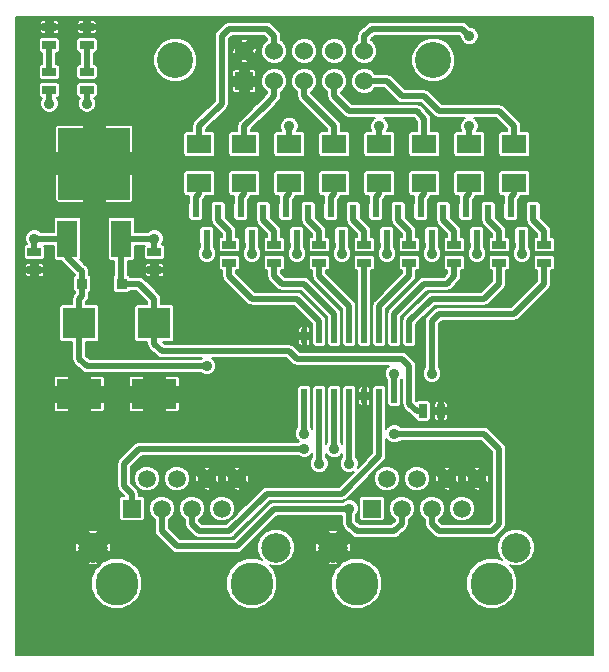
<source format=gtl>
G04 (created by PCBNEW (2013-may-18)-stable) date Wed 29 Jan 2014 10:34:26 PM CET*
%MOIN*%
G04 Gerber Fmt 3.4, Leading zero omitted, Abs format*
%FSLAX34Y34*%
G01*
G70*
G90*
G04 APERTURE LIST*
%ADD10C,0.00590551*%
%ADD11C,0.12*%
%ADD12R,0.06X0.06*%
%ADD13C,0.06*%
%ADD14R,0.1063X0.1004*%
%ADD15R,0.1496X0.1004*%
%ADD16R,0.0236X0.0394*%
%ADD17R,0.0335X0.0335*%
%ADD18R,0.02X0.045*%
%ADD19R,0.08X0.06*%
%ADD20R,0.045X0.025*%
%ADD21R,0.025X0.045*%
%ADD22C,0.1437*%
%ADD23R,0.0591X0.0591*%
%ADD24C,0.0591*%
%ADD25C,0.0984252*%
%ADD26R,0.065X0.12*%
%ADD27R,0.24X0.24*%
%ADD28C,0.035*%
%ADD29C,0.0354331*%
%ADD30C,0.019685*%
%ADD31C,0.0067*%
G04 APERTURE END LIST*
G54D10*
G54D11*
X53300Y-15050D03*
X44700Y-15050D03*
G54D12*
X47000Y-15750D03*
G54D13*
X47000Y-14750D03*
X48000Y-15750D03*
X48000Y-14750D03*
X49000Y-15750D03*
X49000Y-14750D03*
X50000Y-15750D03*
X50000Y-14750D03*
X51000Y-15750D03*
X51000Y-14750D03*
G54D14*
X44000Y-23819D03*
G54D15*
X44000Y-26181D03*
G54D16*
X47625Y-20084D03*
X47250Y-20916D03*
X46875Y-20084D03*
X56625Y-20084D03*
X56250Y-20916D03*
X55875Y-20084D03*
X49125Y-20084D03*
X48750Y-20916D03*
X48375Y-20084D03*
X55125Y-20084D03*
X54750Y-20916D03*
X54375Y-20084D03*
X46125Y-20084D03*
X45750Y-20916D03*
X45375Y-20084D03*
X53625Y-20084D03*
X53250Y-20916D03*
X52875Y-20084D03*
X52125Y-20084D03*
X51750Y-20916D03*
X51375Y-20084D03*
X50625Y-20084D03*
X50250Y-20916D03*
X49875Y-20084D03*
G54D17*
X41591Y-22500D03*
X42909Y-22500D03*
G54D18*
X52500Y-24250D03*
X52000Y-24250D03*
X51500Y-24250D03*
X51000Y-24250D03*
X50500Y-24250D03*
X50000Y-24250D03*
X49500Y-24250D03*
X49000Y-24250D03*
X49000Y-26250D03*
X49500Y-26250D03*
X50000Y-26250D03*
X50500Y-26250D03*
X51000Y-26250D03*
X51500Y-26250D03*
X52000Y-26250D03*
X52500Y-26250D03*
G54D19*
X51500Y-19150D03*
X51500Y-17850D03*
X48500Y-19150D03*
X48500Y-17850D03*
X50000Y-19150D03*
X50000Y-17850D03*
X47000Y-19150D03*
X47000Y-17850D03*
X53000Y-19150D03*
X53000Y-17850D03*
X54500Y-19150D03*
X54500Y-17850D03*
X56000Y-19150D03*
X56000Y-17850D03*
X45500Y-19150D03*
X45500Y-17850D03*
G54D20*
X41750Y-16050D03*
X41750Y-15450D03*
X57000Y-21200D03*
X57000Y-21800D03*
X40000Y-21450D03*
X40000Y-22050D03*
X55500Y-21200D03*
X55500Y-21800D03*
X54000Y-21200D03*
X54000Y-21800D03*
X52500Y-21200D03*
X52500Y-21800D03*
X41750Y-14550D03*
X41750Y-13950D03*
X40500Y-16050D03*
X40500Y-15450D03*
X51000Y-21200D03*
X51000Y-21800D03*
X40500Y-14550D03*
X40500Y-13950D03*
G54D21*
X52950Y-26750D03*
X53550Y-26750D03*
G54D20*
X49500Y-21200D03*
X49500Y-21800D03*
X46500Y-21200D03*
X46500Y-21800D03*
X48000Y-21200D03*
X48000Y-21800D03*
G54D22*
X47250Y-32500D03*
X42750Y-32500D03*
G54D23*
X43250Y-30000D03*
G54D24*
X43750Y-29000D03*
X44250Y-30000D03*
X44750Y-29000D03*
X45250Y-30000D03*
X45750Y-29000D03*
X46250Y-30000D03*
X46750Y-29000D03*
G54D25*
X41950Y-31299D03*
X48050Y-31299D03*
G54D22*
X55250Y-32500D03*
X50750Y-32500D03*
G54D23*
X51250Y-30000D03*
G54D24*
X51750Y-29000D03*
X52250Y-30000D03*
X52750Y-29000D03*
X53250Y-30000D03*
X53750Y-29000D03*
X54250Y-30000D03*
X54750Y-29000D03*
G54D25*
X49950Y-31299D03*
X56050Y-31299D03*
G54D26*
X41100Y-21000D03*
G54D27*
X42000Y-18500D03*
G54D26*
X42900Y-21000D03*
G54D14*
X41500Y-23819D03*
G54D15*
X41500Y-26181D03*
G54D20*
X44000Y-21450D03*
X44000Y-22050D03*
G54D28*
X40000Y-21000D03*
X40500Y-16500D03*
X45750Y-25250D03*
G54D29*
X53250Y-21500D03*
X56250Y-21500D03*
X54750Y-21500D03*
X51750Y-21500D03*
X50250Y-21500D03*
X48750Y-21500D03*
X47250Y-21500D03*
X45750Y-21500D03*
G54D28*
X41750Y-16500D03*
X44000Y-21000D03*
X49000Y-28000D03*
G54D29*
X50000Y-28000D03*
X49000Y-27500D03*
X52000Y-27500D03*
X50500Y-30000D03*
X50500Y-28500D03*
X52000Y-25500D03*
X53250Y-25500D03*
X49500Y-28500D03*
G54D28*
X54500Y-14250D03*
X54500Y-17250D03*
X51500Y-17250D03*
X48500Y-17250D03*
G54D30*
X40500Y-16050D02*
X40500Y-16500D01*
X45750Y-25250D02*
X41750Y-25250D01*
X41500Y-25000D02*
X41750Y-25250D01*
X41500Y-25000D02*
X41500Y-23819D01*
X41591Y-22500D02*
X41591Y-22909D01*
X41500Y-23000D02*
X41500Y-23819D01*
X41591Y-22909D02*
X41500Y-23000D01*
X41591Y-22500D02*
X41591Y-22091D01*
X41100Y-21600D02*
X41500Y-22000D01*
X41100Y-21600D02*
X41100Y-21000D01*
X41591Y-22091D02*
X41500Y-22000D01*
X40000Y-21450D02*
X40000Y-21000D01*
X40000Y-21000D02*
X41100Y-21000D01*
X53250Y-20916D02*
X53250Y-21500D01*
X56250Y-21500D02*
X56250Y-20916D01*
X54750Y-20916D02*
X54750Y-21500D01*
X51750Y-21500D02*
X51750Y-20916D01*
X50250Y-20916D02*
X50250Y-21500D01*
X48750Y-21500D02*
X48750Y-20916D01*
X47250Y-20916D02*
X47250Y-21500D01*
X45750Y-21500D02*
X45750Y-20916D01*
X52950Y-26750D02*
X52750Y-26750D01*
X52500Y-26500D02*
X52750Y-26750D01*
X52500Y-26500D02*
X52500Y-26250D01*
X41750Y-16500D02*
X41750Y-16050D01*
X52500Y-26250D02*
X52500Y-25250D01*
X52250Y-25000D02*
X52500Y-25250D01*
X44250Y-24750D02*
X48500Y-24750D01*
X44000Y-24500D02*
X44250Y-24750D01*
X44000Y-24500D02*
X44000Y-23819D01*
X48500Y-24750D02*
X48750Y-25000D01*
X48750Y-25000D02*
X52250Y-25000D01*
X44000Y-21000D02*
X44000Y-21450D01*
X42900Y-21000D02*
X44000Y-21000D01*
X44000Y-21000D02*
X44000Y-21000D01*
X42909Y-22500D02*
X43500Y-22500D01*
X43500Y-22500D02*
X44000Y-23000D01*
X44000Y-23000D02*
X44000Y-23819D01*
X42900Y-21000D02*
X42900Y-22491D01*
X42900Y-22491D02*
X42909Y-22500D01*
X43250Y-30000D02*
X43250Y-29500D01*
X43000Y-28500D02*
X43500Y-28000D01*
X43000Y-29250D02*
X43000Y-28500D01*
X43250Y-29500D02*
X43000Y-29250D01*
X49000Y-28000D02*
X43500Y-28000D01*
X50000Y-26250D02*
X50000Y-28000D01*
X50250Y-29500D02*
X47750Y-29500D01*
X46500Y-30750D02*
X45500Y-30750D01*
X47750Y-29500D02*
X46500Y-30750D01*
X51500Y-26250D02*
X51500Y-27250D01*
X51500Y-27250D02*
X51500Y-28250D01*
X51500Y-28250D02*
X50250Y-29500D01*
X45250Y-30500D02*
X45250Y-30000D01*
X45500Y-30750D02*
X45250Y-30500D01*
X55500Y-28000D02*
X55500Y-30500D01*
X52000Y-27500D02*
X52000Y-27500D01*
X52000Y-27500D02*
X54500Y-27500D01*
X54500Y-27500D02*
X55000Y-27500D01*
X55000Y-27500D02*
X55500Y-28000D01*
X49000Y-26250D02*
X49000Y-27500D01*
X53250Y-30500D02*
X53250Y-30000D01*
X53500Y-30750D02*
X53250Y-30500D01*
X55250Y-30750D02*
X53500Y-30750D01*
X55500Y-30500D02*
X55250Y-30750D01*
X52250Y-30000D02*
X52250Y-30500D01*
X52000Y-30750D02*
X52250Y-30500D01*
X51750Y-30750D02*
X50750Y-30750D01*
X50500Y-30500D02*
X50750Y-30750D01*
X50500Y-30500D02*
X50500Y-30000D01*
X51750Y-30750D02*
X52000Y-30750D01*
X50500Y-30000D02*
X50500Y-30000D01*
X48000Y-30000D02*
X50500Y-30000D01*
X48000Y-30000D02*
X46750Y-31250D01*
X46750Y-31250D02*
X45750Y-31250D01*
X45750Y-31250D02*
X44750Y-31250D01*
X44250Y-30750D02*
X44750Y-31250D01*
X44250Y-30750D02*
X44250Y-30000D01*
X45500Y-31250D02*
X45750Y-31250D01*
X50500Y-26250D02*
X50500Y-28500D01*
X53250Y-23750D02*
X53250Y-25500D01*
X52000Y-26250D02*
X52000Y-25500D01*
X54000Y-23500D02*
X53500Y-23500D01*
X53500Y-23500D02*
X53250Y-23750D01*
X57000Y-22000D02*
X57000Y-21800D01*
X57000Y-22500D02*
X56000Y-23500D01*
X57000Y-22000D02*
X57000Y-22500D01*
X56000Y-23500D02*
X54000Y-23500D01*
X53250Y-23000D02*
X55000Y-23000D01*
X52500Y-23750D02*
X53250Y-23000D01*
X52500Y-24250D02*
X52500Y-23750D01*
X55500Y-22500D02*
X55500Y-21800D01*
X55000Y-23000D02*
X55500Y-22500D01*
X53000Y-22500D02*
X53750Y-22500D01*
X52000Y-23500D02*
X53000Y-22500D01*
X52000Y-24250D02*
X52000Y-23500D01*
X54000Y-22250D02*
X54000Y-21800D01*
X53750Y-22500D02*
X54000Y-22250D01*
X51500Y-24250D02*
X51500Y-23250D01*
X52500Y-22250D02*
X52500Y-21800D01*
X51500Y-23250D02*
X52500Y-22250D01*
X51000Y-24250D02*
X51000Y-21800D01*
X50500Y-24250D02*
X50500Y-23250D01*
X49500Y-22250D02*
X49500Y-21800D01*
X50500Y-23250D02*
X49500Y-22250D01*
X49000Y-22500D02*
X48250Y-22500D01*
X50000Y-23500D02*
X49000Y-22500D01*
X50000Y-24250D02*
X50000Y-23500D01*
X48000Y-22250D02*
X48000Y-21800D01*
X48250Y-22500D02*
X48000Y-22250D01*
X48750Y-23000D02*
X47250Y-23000D01*
X49500Y-23750D02*
X48750Y-23000D01*
X49500Y-24250D02*
X49500Y-23750D01*
X46500Y-22250D02*
X46500Y-21800D01*
X47250Y-23000D02*
X46500Y-22250D01*
X52125Y-20084D02*
X52125Y-20375D01*
X52500Y-20750D02*
X52500Y-21200D01*
X52125Y-20375D02*
X52500Y-20750D01*
X48500Y-19150D02*
X48500Y-19500D01*
X48375Y-19625D02*
X48500Y-19500D01*
X48375Y-19625D02*
X48375Y-20084D01*
X56000Y-19150D02*
X56000Y-19500D01*
X55875Y-19625D02*
X56000Y-19500D01*
X55875Y-19625D02*
X55875Y-20084D01*
X56625Y-20084D02*
X56625Y-20375D01*
X57000Y-20750D02*
X57000Y-21200D01*
X56625Y-20375D02*
X57000Y-20750D01*
X54375Y-20084D02*
X54375Y-19625D01*
X54500Y-19500D02*
X54500Y-19150D01*
X54375Y-19625D02*
X54500Y-19500D01*
X55125Y-20084D02*
X55125Y-20375D01*
X55500Y-20750D02*
X55500Y-21200D01*
X55125Y-20375D02*
X55500Y-20750D01*
X46125Y-20084D02*
X46125Y-20375D01*
X46500Y-20750D02*
X46500Y-21200D01*
X46125Y-20375D02*
X46500Y-20750D01*
X53000Y-19150D02*
X53000Y-19500D01*
X52875Y-19625D02*
X53000Y-19500D01*
X52875Y-19625D02*
X52875Y-20084D01*
X49125Y-20084D02*
X49125Y-20375D01*
X49500Y-20750D02*
X49500Y-21200D01*
X49125Y-20375D02*
X49500Y-20750D01*
X47000Y-19150D02*
X47000Y-19500D01*
X46875Y-19625D02*
X47000Y-19500D01*
X46875Y-19625D02*
X46875Y-20084D01*
X47625Y-20084D02*
X47625Y-20375D01*
X48000Y-20750D02*
X48000Y-21200D01*
X47625Y-20375D02*
X48000Y-20750D01*
X45500Y-19150D02*
X45500Y-19500D01*
X45375Y-19625D02*
X45500Y-19500D01*
X45375Y-19625D02*
X45375Y-20084D01*
X53625Y-20084D02*
X53625Y-20375D01*
X54000Y-20750D02*
X54000Y-21200D01*
X53625Y-20375D02*
X54000Y-20750D01*
X40500Y-14550D02*
X40500Y-15450D01*
X41750Y-15450D02*
X41750Y-14550D01*
X51500Y-19150D02*
X51500Y-19500D01*
X51375Y-19625D02*
X51500Y-19500D01*
X51375Y-19625D02*
X51375Y-20084D01*
X50000Y-19150D02*
X50000Y-19500D01*
X49875Y-19625D02*
X50000Y-19500D01*
X49875Y-19625D02*
X49875Y-20084D01*
X50625Y-20084D02*
X50625Y-20375D01*
X51000Y-20750D02*
X51000Y-21200D01*
X50625Y-20375D02*
X51000Y-20750D01*
X49500Y-26250D02*
X49500Y-28500D01*
X53500Y-16750D02*
X55500Y-16750D01*
X55500Y-16750D02*
X56000Y-17250D01*
X56000Y-17250D02*
X56000Y-17850D01*
X52250Y-16250D02*
X53000Y-16250D01*
X51750Y-15750D02*
X52250Y-16250D01*
X51000Y-15750D02*
X51750Y-15750D01*
X53000Y-16250D02*
X53500Y-16750D01*
X51000Y-14250D02*
X51250Y-14000D01*
X51250Y-14000D02*
X54250Y-14000D01*
X54250Y-14000D02*
X54500Y-14250D01*
X51000Y-14750D02*
X51000Y-14250D01*
X54500Y-17250D02*
X54500Y-17850D01*
X52750Y-16750D02*
X50500Y-16750D01*
X53000Y-17000D02*
X52750Y-16750D01*
X53000Y-17850D02*
X53000Y-17000D01*
X50000Y-16250D02*
X50000Y-15750D01*
X50500Y-16750D02*
X50000Y-16250D01*
X51500Y-17850D02*
X51500Y-17250D01*
X49000Y-15750D02*
X49000Y-16250D01*
X50000Y-17250D02*
X49000Y-16250D01*
X50000Y-17250D02*
X50000Y-17850D01*
X48500Y-17250D02*
X48500Y-17850D01*
X47750Y-16500D02*
X48000Y-16250D01*
X47000Y-17250D02*
X47750Y-16500D01*
X47000Y-17850D02*
X47000Y-17250D01*
X48000Y-16250D02*
X48000Y-15750D01*
X46500Y-14000D02*
X47750Y-14000D01*
X46250Y-14250D02*
X46500Y-14000D01*
X45500Y-17850D02*
X45500Y-17250D01*
X45500Y-17250D02*
X46250Y-16500D01*
X46250Y-16500D02*
X46250Y-14250D01*
X48000Y-14250D02*
X48000Y-14750D01*
X47750Y-14000D02*
X48000Y-14250D01*
G54D10*
G36*
X58629Y-34879D02*
X57358Y-34879D01*
X57358Y-21898D01*
X57358Y-21648D01*
X57358Y-21298D01*
X57358Y-21048D01*
X57338Y-20999D01*
X57300Y-20961D01*
X57251Y-20941D01*
X57231Y-20941D01*
X57231Y-20750D01*
X57214Y-20661D01*
X57163Y-20586D01*
X57163Y-20586D01*
X56876Y-20298D01*
X56876Y-20254D01*
X56876Y-19860D01*
X56856Y-19811D01*
X56818Y-19773D01*
X56769Y-19753D01*
X56716Y-19753D01*
X56533Y-19753D01*
X56533Y-19423D01*
X56533Y-18823D01*
X56533Y-18123D01*
X56533Y-17523D01*
X56513Y-17474D01*
X56475Y-17436D01*
X56426Y-17416D01*
X56373Y-17416D01*
X56231Y-17416D01*
X56231Y-17250D01*
X56231Y-17250D01*
X56231Y-17250D01*
X56214Y-17161D01*
X56163Y-17086D01*
X56163Y-17086D01*
X55663Y-16586D01*
X55588Y-16535D01*
X55500Y-16518D01*
X55499Y-16518D01*
X54808Y-16518D01*
X54808Y-14188D01*
X54761Y-14075D01*
X54674Y-13988D01*
X54561Y-13941D01*
X54519Y-13941D01*
X54413Y-13836D01*
X54338Y-13785D01*
X54250Y-13768D01*
X54249Y-13768D01*
X51250Y-13768D01*
X51161Y-13785D01*
X51086Y-13836D01*
X51086Y-13836D01*
X50836Y-14086D01*
X50785Y-14161D01*
X50768Y-14250D01*
X50768Y-14250D01*
X50768Y-14376D01*
X50754Y-14382D01*
X50632Y-14504D01*
X50566Y-14663D01*
X50566Y-14835D01*
X50632Y-14995D01*
X50754Y-15117D01*
X50913Y-15183D01*
X51085Y-15183D01*
X51245Y-15117D01*
X51367Y-14995D01*
X51433Y-14836D01*
X51433Y-14664D01*
X51367Y-14504D01*
X51245Y-14382D01*
X51231Y-14376D01*
X51231Y-14346D01*
X51346Y-14231D01*
X54153Y-14231D01*
X54191Y-14269D01*
X54191Y-14311D01*
X54238Y-14424D01*
X54325Y-14511D01*
X54438Y-14558D01*
X54561Y-14558D01*
X54674Y-14511D01*
X54761Y-14424D01*
X54808Y-14311D01*
X54808Y-14188D01*
X54808Y-16518D01*
X54033Y-16518D01*
X54033Y-14904D01*
X53922Y-14635D01*
X53716Y-14428D01*
X53446Y-14316D01*
X53154Y-14316D01*
X52885Y-14427D01*
X52678Y-14633D01*
X52566Y-14903D01*
X52566Y-15195D01*
X52677Y-15464D01*
X52883Y-15671D01*
X53153Y-15783D01*
X53445Y-15783D01*
X53714Y-15672D01*
X53921Y-15466D01*
X54033Y-15196D01*
X54033Y-14904D01*
X54033Y-16518D01*
X53596Y-16518D01*
X53163Y-16086D01*
X53088Y-16035D01*
X53000Y-16018D01*
X52999Y-16018D01*
X52346Y-16018D01*
X51913Y-15586D01*
X51838Y-15535D01*
X51750Y-15518D01*
X51749Y-15518D01*
X51373Y-15518D01*
X51367Y-15504D01*
X51245Y-15382D01*
X51086Y-15316D01*
X50914Y-15316D01*
X50754Y-15382D01*
X50632Y-15504D01*
X50566Y-15663D01*
X50566Y-15835D01*
X50632Y-15995D01*
X50754Y-16117D01*
X50913Y-16183D01*
X51085Y-16183D01*
X51245Y-16117D01*
X51367Y-15995D01*
X51373Y-15981D01*
X51653Y-15981D01*
X52086Y-16413D01*
X52086Y-16413D01*
X52161Y-16464D01*
X52250Y-16481D01*
X52250Y-16481D01*
X52250Y-16481D01*
X52903Y-16481D01*
X53336Y-16913D01*
X53336Y-16913D01*
X53411Y-16964D01*
X53500Y-16981D01*
X53500Y-16981D01*
X53500Y-16981D01*
X54340Y-16981D01*
X54325Y-16988D01*
X54238Y-17075D01*
X54191Y-17188D01*
X54191Y-17311D01*
X54234Y-17416D01*
X54073Y-17416D01*
X54024Y-17436D01*
X53986Y-17474D01*
X53966Y-17523D01*
X53966Y-17576D01*
X53966Y-18176D01*
X53986Y-18225D01*
X54024Y-18263D01*
X54073Y-18283D01*
X54126Y-18283D01*
X54926Y-18283D01*
X54975Y-18263D01*
X55013Y-18225D01*
X55033Y-18176D01*
X55033Y-18123D01*
X55033Y-17523D01*
X55013Y-17474D01*
X54975Y-17436D01*
X54926Y-17416D01*
X54873Y-17416D01*
X54764Y-17416D01*
X54808Y-17311D01*
X54808Y-17188D01*
X54761Y-17075D01*
X54674Y-16988D01*
X54658Y-16981D01*
X55403Y-16981D01*
X55768Y-17346D01*
X55768Y-17416D01*
X55573Y-17416D01*
X55524Y-17436D01*
X55486Y-17474D01*
X55466Y-17523D01*
X55466Y-17576D01*
X55466Y-18176D01*
X55486Y-18225D01*
X55524Y-18263D01*
X55573Y-18283D01*
X55626Y-18283D01*
X56426Y-18283D01*
X56475Y-18263D01*
X56513Y-18225D01*
X56533Y-18176D01*
X56533Y-18123D01*
X56533Y-18823D01*
X56513Y-18774D01*
X56475Y-18736D01*
X56426Y-18716D01*
X56373Y-18716D01*
X55573Y-18716D01*
X55524Y-18736D01*
X55486Y-18774D01*
X55466Y-18823D01*
X55466Y-18876D01*
X55466Y-19476D01*
X55486Y-19525D01*
X55524Y-19563D01*
X55573Y-19583D01*
X55626Y-19583D01*
X55651Y-19583D01*
X55643Y-19625D01*
X55643Y-19625D01*
X55643Y-19813D01*
X55623Y-19860D01*
X55623Y-19913D01*
X55623Y-20307D01*
X55643Y-20356D01*
X55681Y-20394D01*
X55730Y-20414D01*
X55783Y-20414D01*
X56019Y-20414D01*
X56068Y-20394D01*
X56106Y-20356D01*
X56126Y-20307D01*
X56126Y-20254D01*
X56126Y-19860D01*
X56106Y-19813D01*
X56106Y-19721D01*
X56163Y-19663D01*
X56163Y-19663D01*
X56163Y-19663D01*
X56214Y-19588D01*
X56214Y-19588D01*
X56215Y-19583D01*
X56426Y-19583D01*
X56475Y-19563D01*
X56513Y-19525D01*
X56533Y-19476D01*
X56533Y-19423D01*
X56533Y-19753D01*
X56480Y-19753D01*
X56431Y-19773D01*
X56393Y-19811D01*
X56373Y-19860D01*
X56373Y-19913D01*
X56373Y-20307D01*
X56393Y-20354D01*
X56393Y-20374D01*
X56393Y-20375D01*
X56410Y-20463D01*
X56461Y-20538D01*
X56768Y-20846D01*
X56768Y-20941D01*
X56748Y-20941D01*
X56699Y-20961D01*
X56661Y-20999D01*
X56641Y-21048D01*
X56641Y-21101D01*
X56641Y-21351D01*
X56661Y-21400D01*
X56699Y-21438D01*
X56748Y-21458D01*
X56801Y-21458D01*
X57251Y-21458D01*
X57300Y-21438D01*
X57338Y-21400D01*
X57358Y-21351D01*
X57358Y-21298D01*
X57358Y-21648D01*
X57338Y-21599D01*
X57300Y-21561D01*
X57251Y-21541D01*
X57198Y-21541D01*
X56748Y-21541D01*
X56699Y-21561D01*
X56661Y-21599D01*
X56641Y-21648D01*
X56641Y-21701D01*
X56641Y-21951D01*
X56661Y-22000D01*
X56699Y-22038D01*
X56748Y-22058D01*
X56768Y-22058D01*
X56768Y-22403D01*
X56560Y-22611D01*
X56560Y-21438D01*
X56513Y-21324D01*
X56481Y-21292D01*
X56481Y-21186D01*
X56501Y-21139D01*
X56501Y-21086D01*
X56501Y-20692D01*
X56481Y-20643D01*
X56443Y-20605D01*
X56394Y-20585D01*
X56341Y-20585D01*
X56105Y-20585D01*
X56056Y-20605D01*
X56018Y-20643D01*
X55998Y-20692D01*
X55998Y-20745D01*
X55998Y-21139D01*
X56018Y-21186D01*
X56018Y-21292D01*
X55986Y-21323D01*
X55939Y-21437D01*
X55939Y-21561D01*
X55986Y-21675D01*
X56073Y-21763D01*
X56187Y-21810D01*
X56311Y-21810D01*
X56425Y-21763D01*
X56513Y-21676D01*
X56560Y-21562D01*
X56560Y-21438D01*
X56560Y-22611D01*
X55903Y-23268D01*
X55858Y-23268D01*
X55858Y-21898D01*
X55858Y-21648D01*
X55858Y-21298D01*
X55858Y-21048D01*
X55838Y-20999D01*
X55800Y-20961D01*
X55751Y-20941D01*
X55731Y-20941D01*
X55731Y-20750D01*
X55714Y-20661D01*
X55663Y-20586D01*
X55663Y-20586D01*
X55376Y-20298D01*
X55376Y-20254D01*
X55376Y-19860D01*
X55356Y-19811D01*
X55318Y-19773D01*
X55269Y-19753D01*
X55216Y-19753D01*
X55033Y-19753D01*
X55033Y-19423D01*
X55033Y-18823D01*
X55013Y-18774D01*
X54975Y-18736D01*
X54926Y-18716D01*
X54873Y-18716D01*
X54073Y-18716D01*
X54024Y-18736D01*
X53986Y-18774D01*
X53966Y-18823D01*
X53966Y-18876D01*
X53966Y-19476D01*
X53986Y-19525D01*
X54024Y-19563D01*
X54073Y-19583D01*
X54126Y-19583D01*
X54151Y-19583D01*
X54143Y-19625D01*
X54143Y-19625D01*
X54143Y-19813D01*
X54123Y-19860D01*
X54123Y-19913D01*
X54123Y-20307D01*
X54143Y-20356D01*
X54181Y-20394D01*
X54230Y-20414D01*
X54283Y-20414D01*
X54519Y-20414D01*
X54568Y-20394D01*
X54606Y-20356D01*
X54626Y-20307D01*
X54626Y-20254D01*
X54626Y-19860D01*
X54606Y-19813D01*
X54606Y-19721D01*
X54663Y-19663D01*
X54663Y-19663D01*
X54663Y-19663D01*
X54714Y-19588D01*
X54714Y-19588D01*
X54715Y-19583D01*
X54926Y-19583D01*
X54975Y-19563D01*
X55013Y-19525D01*
X55033Y-19476D01*
X55033Y-19423D01*
X55033Y-19753D01*
X54980Y-19753D01*
X54931Y-19773D01*
X54893Y-19811D01*
X54873Y-19860D01*
X54873Y-19913D01*
X54873Y-20307D01*
X54893Y-20354D01*
X54893Y-20374D01*
X54893Y-20375D01*
X54910Y-20463D01*
X54961Y-20538D01*
X55268Y-20846D01*
X55268Y-20941D01*
X55248Y-20941D01*
X55199Y-20961D01*
X55161Y-20999D01*
X55141Y-21048D01*
X55141Y-21101D01*
X55141Y-21351D01*
X55161Y-21400D01*
X55199Y-21438D01*
X55248Y-21458D01*
X55301Y-21458D01*
X55751Y-21458D01*
X55800Y-21438D01*
X55838Y-21400D01*
X55858Y-21351D01*
X55858Y-21298D01*
X55858Y-21648D01*
X55838Y-21599D01*
X55800Y-21561D01*
X55751Y-21541D01*
X55698Y-21541D01*
X55248Y-21541D01*
X55199Y-21561D01*
X55161Y-21599D01*
X55141Y-21648D01*
X55141Y-21701D01*
X55141Y-21951D01*
X55161Y-22000D01*
X55199Y-22038D01*
X55248Y-22058D01*
X55268Y-22058D01*
X55268Y-22403D01*
X55060Y-22611D01*
X55060Y-21438D01*
X55013Y-21324D01*
X54981Y-21292D01*
X54981Y-21186D01*
X55001Y-21139D01*
X55001Y-21086D01*
X55001Y-20692D01*
X54981Y-20643D01*
X54943Y-20605D01*
X54894Y-20585D01*
X54841Y-20585D01*
X54605Y-20585D01*
X54556Y-20605D01*
X54518Y-20643D01*
X54498Y-20692D01*
X54498Y-20745D01*
X54498Y-21139D01*
X54518Y-21186D01*
X54518Y-21292D01*
X54486Y-21323D01*
X54439Y-21437D01*
X54439Y-21561D01*
X54486Y-21675D01*
X54573Y-21763D01*
X54687Y-21810D01*
X54811Y-21810D01*
X54925Y-21763D01*
X55013Y-21676D01*
X55060Y-21562D01*
X55060Y-21438D01*
X55060Y-22611D01*
X54903Y-22768D01*
X54358Y-22768D01*
X54358Y-21898D01*
X54358Y-21648D01*
X54358Y-21298D01*
X54358Y-21048D01*
X54338Y-20999D01*
X54300Y-20961D01*
X54251Y-20941D01*
X54231Y-20941D01*
X54231Y-20750D01*
X54214Y-20661D01*
X54163Y-20586D01*
X54163Y-20586D01*
X53876Y-20298D01*
X53876Y-20254D01*
X53876Y-19860D01*
X53856Y-19811D01*
X53818Y-19773D01*
X53769Y-19753D01*
X53716Y-19753D01*
X53533Y-19753D01*
X53533Y-19423D01*
X53533Y-18823D01*
X53533Y-18123D01*
X53533Y-17523D01*
X53513Y-17474D01*
X53475Y-17436D01*
X53426Y-17416D01*
X53373Y-17416D01*
X53231Y-17416D01*
X53231Y-17000D01*
X53214Y-16911D01*
X53163Y-16836D01*
X53163Y-16836D01*
X52913Y-16586D01*
X52838Y-16535D01*
X52750Y-16518D01*
X52749Y-16518D01*
X50596Y-16518D01*
X50231Y-16153D01*
X50231Y-16123D01*
X50245Y-16117D01*
X50367Y-15995D01*
X50433Y-15836D01*
X50433Y-15664D01*
X50433Y-14664D01*
X50367Y-14504D01*
X50245Y-14382D01*
X50086Y-14316D01*
X49914Y-14316D01*
X49754Y-14382D01*
X49632Y-14504D01*
X49566Y-14663D01*
X49566Y-14835D01*
X49632Y-14995D01*
X49754Y-15117D01*
X49913Y-15183D01*
X50085Y-15183D01*
X50245Y-15117D01*
X50367Y-14995D01*
X50433Y-14836D01*
X50433Y-14664D01*
X50433Y-15664D01*
X50367Y-15504D01*
X50245Y-15382D01*
X50086Y-15316D01*
X49914Y-15316D01*
X49754Y-15382D01*
X49632Y-15504D01*
X49566Y-15663D01*
X49566Y-15835D01*
X49632Y-15995D01*
X49754Y-16117D01*
X49768Y-16123D01*
X49768Y-16249D01*
X49768Y-16250D01*
X49785Y-16338D01*
X49836Y-16413D01*
X50336Y-16913D01*
X50336Y-16913D01*
X50411Y-16964D01*
X50500Y-16981D01*
X50500Y-16981D01*
X50500Y-16981D01*
X51340Y-16981D01*
X51325Y-16988D01*
X51238Y-17075D01*
X51191Y-17188D01*
X51191Y-17311D01*
X51234Y-17416D01*
X51073Y-17416D01*
X51024Y-17436D01*
X50986Y-17474D01*
X50966Y-17523D01*
X50966Y-17576D01*
X50966Y-18176D01*
X50986Y-18225D01*
X51024Y-18263D01*
X51073Y-18283D01*
X51126Y-18283D01*
X51926Y-18283D01*
X51975Y-18263D01*
X52013Y-18225D01*
X52033Y-18176D01*
X52033Y-18123D01*
X52033Y-17523D01*
X52013Y-17474D01*
X51975Y-17436D01*
X51926Y-17416D01*
X51873Y-17416D01*
X51764Y-17416D01*
X51808Y-17311D01*
X51808Y-17188D01*
X51761Y-17075D01*
X51674Y-16988D01*
X51658Y-16981D01*
X52653Y-16981D01*
X52768Y-17096D01*
X52768Y-17416D01*
X52573Y-17416D01*
X52524Y-17436D01*
X52486Y-17474D01*
X52466Y-17523D01*
X52466Y-17576D01*
X52466Y-18176D01*
X52486Y-18225D01*
X52524Y-18263D01*
X52573Y-18283D01*
X52626Y-18283D01*
X53426Y-18283D01*
X53475Y-18263D01*
X53513Y-18225D01*
X53533Y-18176D01*
X53533Y-18123D01*
X53533Y-18823D01*
X53513Y-18774D01*
X53475Y-18736D01*
X53426Y-18716D01*
X53373Y-18716D01*
X52573Y-18716D01*
X52524Y-18736D01*
X52486Y-18774D01*
X52466Y-18823D01*
X52466Y-18876D01*
X52466Y-19476D01*
X52486Y-19525D01*
X52524Y-19563D01*
X52573Y-19583D01*
X52626Y-19583D01*
X52651Y-19583D01*
X52643Y-19625D01*
X52643Y-19625D01*
X52643Y-19813D01*
X52623Y-19860D01*
X52623Y-19913D01*
X52623Y-20307D01*
X52643Y-20356D01*
X52681Y-20394D01*
X52730Y-20414D01*
X52783Y-20414D01*
X53019Y-20414D01*
X53068Y-20394D01*
X53106Y-20356D01*
X53126Y-20307D01*
X53126Y-20254D01*
X53126Y-19860D01*
X53106Y-19813D01*
X53106Y-19721D01*
X53163Y-19663D01*
X53163Y-19663D01*
X53163Y-19663D01*
X53214Y-19588D01*
X53214Y-19588D01*
X53215Y-19583D01*
X53426Y-19583D01*
X53475Y-19563D01*
X53513Y-19525D01*
X53533Y-19476D01*
X53533Y-19423D01*
X53533Y-19753D01*
X53480Y-19753D01*
X53431Y-19773D01*
X53393Y-19811D01*
X53373Y-19860D01*
X53373Y-19913D01*
X53373Y-20307D01*
X53393Y-20354D01*
X53393Y-20374D01*
X53393Y-20375D01*
X53410Y-20463D01*
X53461Y-20538D01*
X53768Y-20846D01*
X53768Y-20941D01*
X53748Y-20941D01*
X53699Y-20961D01*
X53661Y-20999D01*
X53641Y-21048D01*
X53641Y-21101D01*
X53641Y-21351D01*
X53661Y-21400D01*
X53699Y-21438D01*
X53748Y-21458D01*
X53801Y-21458D01*
X54251Y-21458D01*
X54300Y-21438D01*
X54338Y-21400D01*
X54358Y-21351D01*
X54358Y-21298D01*
X54358Y-21648D01*
X54338Y-21599D01*
X54300Y-21561D01*
X54251Y-21541D01*
X54198Y-21541D01*
X53748Y-21541D01*
X53699Y-21561D01*
X53661Y-21599D01*
X53641Y-21648D01*
X53641Y-21701D01*
X53641Y-21951D01*
X53661Y-22000D01*
X53699Y-22038D01*
X53748Y-22058D01*
X53768Y-22058D01*
X53768Y-22153D01*
X53653Y-22268D01*
X53560Y-22268D01*
X53560Y-21438D01*
X53513Y-21324D01*
X53481Y-21292D01*
X53481Y-21186D01*
X53501Y-21139D01*
X53501Y-21086D01*
X53501Y-20692D01*
X53481Y-20643D01*
X53443Y-20605D01*
X53394Y-20585D01*
X53341Y-20585D01*
X53105Y-20585D01*
X53056Y-20605D01*
X53018Y-20643D01*
X52998Y-20692D01*
X52998Y-20745D01*
X52998Y-21139D01*
X53018Y-21186D01*
X53018Y-21292D01*
X52986Y-21323D01*
X52939Y-21437D01*
X52939Y-21561D01*
X52986Y-21675D01*
X53073Y-21763D01*
X53187Y-21810D01*
X53311Y-21810D01*
X53425Y-21763D01*
X53513Y-21676D01*
X53560Y-21562D01*
X53560Y-21438D01*
X53560Y-22268D01*
X53000Y-22268D01*
X52911Y-22285D01*
X52858Y-22320D01*
X52858Y-21898D01*
X52858Y-21648D01*
X52858Y-21298D01*
X52858Y-21048D01*
X52838Y-20999D01*
X52800Y-20961D01*
X52751Y-20941D01*
X52731Y-20941D01*
X52731Y-20750D01*
X52714Y-20661D01*
X52663Y-20586D01*
X52663Y-20586D01*
X52376Y-20298D01*
X52376Y-20254D01*
X52376Y-19860D01*
X52356Y-19811D01*
X52318Y-19773D01*
X52269Y-19753D01*
X52216Y-19753D01*
X52033Y-19753D01*
X52033Y-19423D01*
X52033Y-18823D01*
X52013Y-18774D01*
X51975Y-18736D01*
X51926Y-18716D01*
X51873Y-18716D01*
X51073Y-18716D01*
X51024Y-18736D01*
X50986Y-18774D01*
X50966Y-18823D01*
X50966Y-18876D01*
X50966Y-19476D01*
X50986Y-19525D01*
X51024Y-19563D01*
X51073Y-19583D01*
X51126Y-19583D01*
X51151Y-19583D01*
X51143Y-19625D01*
X51143Y-19625D01*
X51143Y-19813D01*
X51123Y-19860D01*
X51123Y-19913D01*
X51123Y-20307D01*
X51143Y-20356D01*
X51181Y-20394D01*
X51230Y-20414D01*
X51283Y-20414D01*
X51519Y-20414D01*
X51568Y-20394D01*
X51606Y-20356D01*
X51626Y-20307D01*
X51626Y-20254D01*
X51626Y-19860D01*
X51606Y-19813D01*
X51606Y-19721D01*
X51663Y-19663D01*
X51663Y-19663D01*
X51663Y-19663D01*
X51714Y-19588D01*
X51714Y-19588D01*
X51715Y-19583D01*
X51926Y-19583D01*
X51975Y-19563D01*
X52013Y-19525D01*
X52033Y-19476D01*
X52033Y-19423D01*
X52033Y-19753D01*
X51980Y-19753D01*
X51931Y-19773D01*
X51893Y-19811D01*
X51873Y-19860D01*
X51873Y-19913D01*
X51873Y-20307D01*
X51893Y-20354D01*
X51893Y-20374D01*
X51893Y-20375D01*
X51910Y-20463D01*
X51961Y-20538D01*
X52268Y-20846D01*
X52268Y-20941D01*
X52248Y-20941D01*
X52199Y-20961D01*
X52161Y-20999D01*
X52141Y-21048D01*
X52141Y-21101D01*
X52141Y-21351D01*
X52161Y-21400D01*
X52199Y-21438D01*
X52248Y-21458D01*
X52301Y-21458D01*
X52751Y-21458D01*
X52800Y-21438D01*
X52838Y-21400D01*
X52858Y-21351D01*
X52858Y-21298D01*
X52858Y-21648D01*
X52838Y-21599D01*
X52800Y-21561D01*
X52751Y-21541D01*
X52698Y-21541D01*
X52248Y-21541D01*
X52199Y-21561D01*
X52161Y-21599D01*
X52141Y-21648D01*
X52141Y-21701D01*
X52141Y-21951D01*
X52161Y-22000D01*
X52199Y-22038D01*
X52248Y-22058D01*
X52268Y-22058D01*
X52268Y-22153D01*
X52060Y-22361D01*
X52060Y-21438D01*
X52013Y-21324D01*
X51981Y-21292D01*
X51981Y-21186D01*
X52001Y-21139D01*
X52001Y-21086D01*
X52001Y-20692D01*
X51981Y-20643D01*
X51943Y-20605D01*
X51894Y-20585D01*
X51841Y-20585D01*
X51605Y-20585D01*
X51556Y-20605D01*
X51518Y-20643D01*
X51498Y-20692D01*
X51498Y-20745D01*
X51498Y-21139D01*
X51518Y-21186D01*
X51518Y-21292D01*
X51486Y-21323D01*
X51439Y-21437D01*
X51439Y-21561D01*
X51486Y-21675D01*
X51573Y-21763D01*
X51687Y-21810D01*
X51811Y-21810D01*
X51925Y-21763D01*
X52013Y-21676D01*
X52060Y-21562D01*
X52060Y-21438D01*
X52060Y-22361D01*
X51358Y-23063D01*
X51358Y-21898D01*
X51358Y-21648D01*
X51358Y-21298D01*
X51358Y-21048D01*
X51338Y-20999D01*
X51300Y-20961D01*
X51251Y-20941D01*
X51231Y-20941D01*
X51231Y-20750D01*
X51214Y-20661D01*
X51163Y-20586D01*
X51163Y-20586D01*
X50876Y-20298D01*
X50876Y-20254D01*
X50876Y-19860D01*
X50856Y-19811D01*
X50818Y-19773D01*
X50769Y-19753D01*
X50716Y-19753D01*
X50533Y-19753D01*
X50533Y-19423D01*
X50533Y-18823D01*
X50533Y-18123D01*
X50533Y-17523D01*
X50513Y-17474D01*
X50475Y-17436D01*
X50426Y-17416D01*
X50373Y-17416D01*
X50231Y-17416D01*
X50231Y-17250D01*
X50214Y-17161D01*
X50163Y-17086D01*
X50163Y-17086D01*
X49231Y-16153D01*
X49231Y-16123D01*
X49245Y-16117D01*
X49367Y-15995D01*
X49433Y-15836D01*
X49433Y-15664D01*
X49433Y-14664D01*
X49367Y-14504D01*
X49245Y-14382D01*
X49086Y-14316D01*
X48914Y-14316D01*
X48754Y-14382D01*
X48632Y-14504D01*
X48566Y-14663D01*
X48566Y-14835D01*
X48632Y-14995D01*
X48754Y-15117D01*
X48913Y-15183D01*
X49085Y-15183D01*
X49245Y-15117D01*
X49367Y-14995D01*
X49433Y-14836D01*
X49433Y-14664D01*
X49433Y-15664D01*
X49367Y-15504D01*
X49245Y-15382D01*
X49086Y-15316D01*
X48914Y-15316D01*
X48754Y-15382D01*
X48632Y-15504D01*
X48566Y-15663D01*
X48566Y-15835D01*
X48632Y-15995D01*
X48754Y-16117D01*
X48768Y-16123D01*
X48768Y-16249D01*
X48768Y-16250D01*
X48785Y-16338D01*
X48836Y-16413D01*
X49768Y-17346D01*
X49768Y-17416D01*
X49573Y-17416D01*
X49524Y-17436D01*
X49486Y-17474D01*
X49466Y-17523D01*
X49466Y-17576D01*
X49466Y-18176D01*
X49486Y-18225D01*
X49524Y-18263D01*
X49573Y-18283D01*
X49626Y-18283D01*
X50426Y-18283D01*
X50475Y-18263D01*
X50513Y-18225D01*
X50533Y-18176D01*
X50533Y-18123D01*
X50533Y-18823D01*
X50513Y-18774D01*
X50475Y-18736D01*
X50426Y-18716D01*
X50373Y-18716D01*
X49573Y-18716D01*
X49524Y-18736D01*
X49486Y-18774D01*
X49466Y-18823D01*
X49466Y-18876D01*
X49466Y-19476D01*
X49486Y-19525D01*
X49524Y-19563D01*
X49573Y-19583D01*
X49626Y-19583D01*
X49651Y-19583D01*
X49643Y-19625D01*
X49643Y-19625D01*
X49643Y-19813D01*
X49623Y-19860D01*
X49623Y-19913D01*
X49623Y-20307D01*
X49643Y-20356D01*
X49681Y-20394D01*
X49730Y-20414D01*
X49783Y-20414D01*
X50019Y-20414D01*
X50068Y-20394D01*
X50106Y-20356D01*
X50126Y-20307D01*
X50126Y-20254D01*
X50126Y-19860D01*
X50106Y-19813D01*
X50106Y-19721D01*
X50163Y-19663D01*
X50163Y-19663D01*
X50163Y-19663D01*
X50214Y-19588D01*
X50214Y-19588D01*
X50215Y-19583D01*
X50426Y-19583D01*
X50475Y-19563D01*
X50513Y-19525D01*
X50533Y-19476D01*
X50533Y-19423D01*
X50533Y-19753D01*
X50480Y-19753D01*
X50431Y-19773D01*
X50393Y-19811D01*
X50373Y-19860D01*
X50373Y-19913D01*
X50373Y-20307D01*
X50393Y-20354D01*
X50393Y-20374D01*
X50393Y-20375D01*
X50410Y-20463D01*
X50461Y-20538D01*
X50768Y-20846D01*
X50768Y-20941D01*
X50748Y-20941D01*
X50699Y-20961D01*
X50661Y-20999D01*
X50641Y-21048D01*
X50641Y-21101D01*
X50641Y-21351D01*
X50661Y-21400D01*
X50699Y-21438D01*
X50748Y-21458D01*
X50801Y-21458D01*
X51251Y-21458D01*
X51300Y-21438D01*
X51338Y-21400D01*
X51358Y-21351D01*
X51358Y-21298D01*
X51358Y-21648D01*
X51338Y-21599D01*
X51300Y-21561D01*
X51251Y-21541D01*
X51198Y-21541D01*
X50748Y-21541D01*
X50699Y-21561D01*
X50661Y-21599D01*
X50641Y-21648D01*
X50641Y-21701D01*
X50641Y-21951D01*
X50661Y-22000D01*
X50699Y-22038D01*
X50748Y-22058D01*
X50768Y-22058D01*
X50768Y-23994D01*
X50766Y-23998D01*
X50766Y-24051D01*
X50766Y-24501D01*
X50786Y-24550D01*
X50824Y-24588D01*
X50873Y-24608D01*
X50926Y-24608D01*
X51126Y-24608D01*
X51175Y-24588D01*
X51213Y-24550D01*
X51233Y-24501D01*
X51233Y-24448D01*
X51233Y-23998D01*
X51231Y-23994D01*
X51231Y-22058D01*
X51251Y-22058D01*
X51300Y-22038D01*
X51338Y-22000D01*
X51358Y-21951D01*
X51358Y-21898D01*
X51358Y-23063D01*
X51336Y-23086D01*
X51285Y-23161D01*
X51268Y-23250D01*
X51268Y-23250D01*
X51268Y-23994D01*
X51266Y-23998D01*
X51266Y-24051D01*
X51266Y-24501D01*
X51286Y-24550D01*
X51324Y-24588D01*
X51373Y-24608D01*
X51426Y-24608D01*
X51626Y-24608D01*
X51675Y-24588D01*
X51713Y-24550D01*
X51733Y-24501D01*
X51733Y-24448D01*
X51733Y-23998D01*
X51731Y-23994D01*
X51731Y-23346D01*
X52663Y-22413D01*
X52663Y-22413D01*
X52663Y-22413D01*
X52714Y-22338D01*
X52731Y-22250D01*
X52731Y-22058D01*
X52751Y-22058D01*
X52800Y-22038D01*
X52838Y-22000D01*
X52858Y-21951D01*
X52858Y-21898D01*
X52858Y-22320D01*
X52836Y-22336D01*
X52836Y-22336D01*
X51836Y-23336D01*
X51785Y-23411D01*
X51768Y-23500D01*
X51768Y-23500D01*
X51768Y-23994D01*
X51766Y-23998D01*
X51766Y-24051D01*
X51766Y-24501D01*
X51786Y-24550D01*
X51824Y-24588D01*
X51873Y-24608D01*
X51926Y-24608D01*
X52126Y-24608D01*
X52175Y-24588D01*
X52213Y-24550D01*
X52233Y-24501D01*
X52233Y-24448D01*
X52233Y-23998D01*
X52231Y-23994D01*
X52231Y-23596D01*
X53096Y-22731D01*
X53749Y-22731D01*
X53750Y-22731D01*
X53750Y-22731D01*
X53838Y-22714D01*
X53913Y-22663D01*
X54163Y-22413D01*
X54163Y-22413D01*
X54163Y-22413D01*
X54214Y-22338D01*
X54231Y-22250D01*
X54231Y-22058D01*
X54251Y-22058D01*
X54300Y-22038D01*
X54338Y-22000D01*
X54358Y-21951D01*
X54358Y-21898D01*
X54358Y-22768D01*
X53250Y-22768D01*
X53249Y-22768D01*
X53235Y-22771D01*
X53161Y-22785D01*
X53086Y-22836D01*
X53086Y-22836D01*
X52336Y-23586D01*
X52285Y-23661D01*
X52268Y-23750D01*
X52268Y-23750D01*
X52268Y-23994D01*
X52266Y-23998D01*
X52266Y-24051D01*
X52266Y-24501D01*
X52286Y-24550D01*
X52324Y-24588D01*
X52373Y-24608D01*
X52426Y-24608D01*
X52626Y-24608D01*
X52675Y-24588D01*
X52713Y-24550D01*
X52733Y-24501D01*
X52733Y-24448D01*
X52733Y-23998D01*
X52731Y-23994D01*
X52731Y-23846D01*
X53346Y-23231D01*
X54999Y-23231D01*
X55000Y-23231D01*
X55000Y-23231D01*
X55088Y-23214D01*
X55163Y-23163D01*
X55663Y-22663D01*
X55663Y-22663D01*
X55663Y-22663D01*
X55714Y-22588D01*
X55731Y-22500D01*
X55731Y-22500D01*
X55731Y-22499D01*
X55731Y-22058D01*
X55751Y-22058D01*
X55800Y-22038D01*
X55838Y-22000D01*
X55858Y-21951D01*
X55858Y-21898D01*
X55858Y-23268D01*
X54000Y-23268D01*
X53500Y-23268D01*
X53411Y-23285D01*
X53336Y-23336D01*
X53336Y-23336D01*
X53086Y-23586D01*
X53035Y-23661D01*
X53018Y-23750D01*
X53018Y-23750D01*
X53018Y-25292D01*
X52986Y-25323D01*
X52939Y-25437D01*
X52939Y-25561D01*
X52986Y-25675D01*
X53073Y-25763D01*
X53187Y-25810D01*
X53311Y-25810D01*
X53425Y-25763D01*
X53513Y-25676D01*
X53560Y-25562D01*
X53560Y-25438D01*
X53513Y-25324D01*
X53481Y-25292D01*
X53481Y-23846D01*
X53596Y-23731D01*
X54000Y-23731D01*
X55999Y-23731D01*
X56000Y-23731D01*
X56000Y-23731D01*
X56088Y-23714D01*
X56163Y-23663D01*
X57163Y-22663D01*
X57163Y-22663D01*
X57163Y-22663D01*
X57214Y-22588D01*
X57231Y-22500D01*
X57231Y-22058D01*
X57251Y-22058D01*
X57300Y-22038D01*
X57338Y-22000D01*
X57358Y-21951D01*
X57358Y-21898D01*
X57358Y-34879D01*
X56675Y-34879D01*
X56675Y-31175D01*
X56580Y-30945D01*
X56404Y-30769D01*
X56174Y-30673D01*
X55926Y-30673D01*
X55731Y-30753D01*
X55731Y-28000D01*
X55714Y-27911D01*
X55663Y-27836D01*
X55663Y-27836D01*
X55163Y-27336D01*
X55088Y-27285D01*
X55000Y-27268D01*
X54999Y-27268D01*
X54500Y-27268D01*
X53775Y-27268D01*
X53775Y-26955D01*
X53775Y-26544D01*
X53775Y-26504D01*
X53760Y-26467D01*
X53731Y-26439D01*
X53694Y-26424D01*
X53637Y-26424D01*
X53612Y-26449D01*
X53612Y-26637D01*
X53750Y-26637D01*
X53775Y-26612D01*
X53775Y-26544D01*
X53775Y-26955D01*
X53775Y-26887D01*
X53750Y-26862D01*
X53612Y-26862D01*
X53612Y-27050D01*
X53637Y-27075D01*
X53694Y-27075D01*
X53731Y-27060D01*
X53760Y-27032D01*
X53775Y-26995D01*
X53775Y-26955D01*
X53775Y-27268D01*
X53487Y-27268D01*
X53487Y-27050D01*
X53487Y-26862D01*
X53487Y-26637D01*
X53487Y-26449D01*
X53462Y-26424D01*
X53405Y-26424D01*
X53368Y-26439D01*
X53339Y-26467D01*
X53324Y-26504D01*
X53324Y-26544D01*
X53324Y-26612D01*
X53349Y-26637D01*
X53487Y-26637D01*
X53487Y-26862D01*
X53349Y-26862D01*
X53324Y-26887D01*
X53324Y-26955D01*
X53324Y-26995D01*
X53339Y-27032D01*
X53368Y-27060D01*
X53405Y-27075D01*
X53462Y-27075D01*
X53487Y-27050D01*
X53487Y-27268D01*
X53208Y-27268D01*
X53208Y-26948D01*
X53208Y-26498D01*
X53188Y-26449D01*
X53150Y-26411D01*
X53101Y-26391D01*
X53048Y-26391D01*
X52798Y-26391D01*
X52749Y-26411D01*
X52744Y-26416D01*
X52733Y-26405D01*
X52733Y-25998D01*
X52731Y-25994D01*
X52731Y-25250D01*
X52714Y-25161D01*
X52663Y-25086D01*
X52663Y-25086D01*
X52413Y-24836D01*
X52338Y-24785D01*
X52250Y-24768D01*
X52249Y-24768D01*
X50733Y-24768D01*
X50733Y-24448D01*
X50733Y-23998D01*
X50731Y-23994D01*
X50731Y-23250D01*
X50714Y-23161D01*
X50663Y-23086D01*
X50663Y-23086D01*
X50560Y-22982D01*
X50560Y-21438D01*
X50513Y-21324D01*
X50481Y-21292D01*
X50481Y-21186D01*
X50501Y-21139D01*
X50501Y-21086D01*
X50501Y-20692D01*
X50481Y-20643D01*
X50443Y-20605D01*
X50394Y-20585D01*
X50341Y-20585D01*
X50105Y-20585D01*
X50056Y-20605D01*
X50018Y-20643D01*
X49998Y-20692D01*
X49998Y-20745D01*
X49998Y-21139D01*
X50018Y-21186D01*
X50018Y-21292D01*
X49986Y-21323D01*
X49939Y-21437D01*
X49939Y-21561D01*
X49986Y-21675D01*
X50073Y-21763D01*
X50187Y-21810D01*
X50311Y-21810D01*
X50425Y-21763D01*
X50513Y-21676D01*
X50560Y-21562D01*
X50560Y-21438D01*
X50560Y-22982D01*
X49731Y-22153D01*
X49731Y-22058D01*
X49751Y-22058D01*
X49800Y-22038D01*
X49838Y-22000D01*
X49858Y-21951D01*
X49858Y-21898D01*
X49858Y-21648D01*
X49858Y-21298D01*
X49858Y-21048D01*
X49838Y-20999D01*
X49800Y-20961D01*
X49751Y-20941D01*
X49731Y-20941D01*
X49731Y-20750D01*
X49714Y-20661D01*
X49663Y-20586D01*
X49663Y-20586D01*
X49376Y-20298D01*
X49376Y-20254D01*
X49376Y-19860D01*
X49356Y-19811D01*
X49318Y-19773D01*
X49269Y-19753D01*
X49216Y-19753D01*
X49033Y-19753D01*
X49033Y-19423D01*
X49033Y-18823D01*
X49033Y-18123D01*
X49033Y-17523D01*
X49013Y-17474D01*
X48975Y-17436D01*
X48926Y-17416D01*
X48873Y-17416D01*
X48764Y-17416D01*
X48808Y-17311D01*
X48808Y-17188D01*
X48761Y-17075D01*
X48674Y-16988D01*
X48561Y-16941D01*
X48438Y-16941D01*
X48433Y-16943D01*
X48433Y-15664D01*
X48433Y-14664D01*
X48367Y-14504D01*
X48245Y-14382D01*
X48231Y-14376D01*
X48231Y-14250D01*
X48214Y-14161D01*
X48163Y-14086D01*
X48163Y-14086D01*
X47913Y-13836D01*
X47838Y-13785D01*
X47750Y-13768D01*
X47749Y-13768D01*
X46500Y-13768D01*
X46411Y-13785D01*
X46336Y-13836D01*
X46336Y-13836D01*
X46086Y-14086D01*
X46035Y-14161D01*
X46018Y-14250D01*
X46018Y-14250D01*
X46018Y-16403D01*
X45433Y-16988D01*
X45433Y-14904D01*
X45322Y-14635D01*
X45116Y-14428D01*
X44846Y-14316D01*
X44554Y-14316D01*
X44285Y-14427D01*
X44078Y-14633D01*
X43966Y-14903D01*
X43966Y-15195D01*
X44077Y-15464D01*
X44283Y-15671D01*
X44553Y-15783D01*
X44845Y-15783D01*
X45114Y-15672D01*
X45321Y-15466D01*
X45433Y-15196D01*
X45433Y-14904D01*
X45433Y-16988D01*
X45336Y-17086D01*
X45285Y-17161D01*
X45268Y-17250D01*
X45268Y-17250D01*
X45268Y-17416D01*
X45073Y-17416D01*
X45024Y-17436D01*
X44986Y-17474D01*
X44966Y-17523D01*
X44966Y-17576D01*
X44966Y-18176D01*
X44986Y-18225D01*
X45024Y-18263D01*
X45073Y-18283D01*
X45126Y-18283D01*
X45926Y-18283D01*
X45975Y-18263D01*
X46013Y-18225D01*
X46033Y-18176D01*
X46033Y-18123D01*
X46033Y-17523D01*
X46013Y-17474D01*
X45975Y-17436D01*
X45926Y-17416D01*
X45873Y-17416D01*
X45731Y-17416D01*
X45731Y-17346D01*
X46413Y-16663D01*
X46413Y-16663D01*
X46413Y-16663D01*
X46464Y-16588D01*
X46464Y-16588D01*
X46478Y-16514D01*
X46481Y-16500D01*
X46481Y-16500D01*
X46481Y-16500D01*
X46481Y-14346D01*
X46596Y-14231D01*
X47653Y-14231D01*
X47768Y-14346D01*
X47768Y-14376D01*
X47754Y-14382D01*
X47632Y-14504D01*
X47566Y-14663D01*
X47566Y-14835D01*
X47632Y-14995D01*
X47754Y-15117D01*
X47913Y-15183D01*
X48085Y-15183D01*
X48245Y-15117D01*
X48367Y-14995D01*
X48433Y-14836D01*
X48433Y-14664D01*
X48433Y-15664D01*
X48367Y-15504D01*
X48245Y-15382D01*
X48086Y-15316D01*
X47914Y-15316D01*
X47754Y-15382D01*
X47632Y-15504D01*
X47566Y-15663D01*
X47566Y-15835D01*
X47632Y-15995D01*
X47754Y-16117D01*
X47768Y-16123D01*
X47768Y-16153D01*
X47586Y-16336D01*
X47586Y-16336D01*
X47404Y-16517D01*
X47404Y-14692D01*
X47395Y-14648D01*
X47355Y-14606D01*
X47212Y-14750D01*
X47355Y-14893D01*
X47395Y-14851D01*
X47404Y-14692D01*
X47404Y-16517D01*
X47400Y-16521D01*
X47400Y-16030D01*
X47400Y-15469D01*
X47400Y-15429D01*
X47385Y-15392D01*
X47356Y-15364D01*
X47319Y-15349D01*
X47175Y-15349D01*
X47150Y-15374D01*
X47150Y-15600D01*
X47375Y-15600D01*
X47400Y-15574D01*
X47400Y-15469D01*
X47400Y-16030D01*
X47400Y-15925D01*
X47375Y-15900D01*
X47150Y-15900D01*
X47150Y-16125D01*
X47175Y-16150D01*
X47319Y-16150D01*
X47356Y-16135D01*
X47385Y-16107D01*
X47400Y-16070D01*
X47400Y-16030D01*
X47400Y-16521D01*
X47143Y-16778D01*
X47143Y-15105D01*
X47143Y-14394D01*
X47101Y-14354D01*
X46942Y-14345D01*
X46898Y-14354D01*
X46856Y-14394D01*
X47000Y-14537D01*
X47143Y-14394D01*
X47143Y-15105D01*
X47000Y-14962D01*
X46856Y-15105D01*
X46898Y-15145D01*
X47057Y-15154D01*
X47101Y-15145D01*
X47143Y-15105D01*
X47143Y-16778D01*
X46850Y-17072D01*
X46850Y-16125D01*
X46850Y-15900D01*
X46850Y-15600D01*
X46850Y-15374D01*
X46824Y-15349D01*
X46787Y-15349D01*
X46787Y-14750D01*
X46644Y-14606D01*
X46604Y-14648D01*
X46595Y-14807D01*
X46604Y-14851D01*
X46644Y-14893D01*
X46787Y-14750D01*
X46787Y-15349D01*
X46680Y-15349D01*
X46643Y-15364D01*
X46614Y-15392D01*
X46599Y-15429D01*
X46599Y-15469D01*
X46599Y-15574D01*
X46624Y-15600D01*
X46850Y-15600D01*
X46850Y-15900D01*
X46624Y-15900D01*
X46599Y-15925D01*
X46599Y-16030D01*
X46599Y-16070D01*
X46614Y-16107D01*
X46643Y-16135D01*
X46680Y-16150D01*
X46824Y-16150D01*
X46850Y-16125D01*
X46850Y-17072D01*
X46836Y-17086D01*
X46785Y-17161D01*
X46768Y-17250D01*
X46768Y-17250D01*
X46768Y-17416D01*
X46573Y-17416D01*
X46524Y-17436D01*
X46486Y-17474D01*
X46466Y-17523D01*
X46466Y-17576D01*
X46466Y-18176D01*
X46486Y-18225D01*
X46524Y-18263D01*
X46573Y-18283D01*
X46626Y-18283D01*
X47426Y-18283D01*
X47475Y-18263D01*
X47513Y-18225D01*
X47533Y-18176D01*
X47533Y-18123D01*
X47533Y-17523D01*
X47513Y-17474D01*
X47475Y-17436D01*
X47426Y-17416D01*
X47373Y-17416D01*
X47231Y-17416D01*
X47231Y-17346D01*
X47913Y-16663D01*
X47913Y-16663D01*
X47913Y-16663D01*
X48163Y-16413D01*
X48163Y-16413D01*
X48163Y-16413D01*
X48214Y-16338D01*
X48231Y-16250D01*
X48231Y-16123D01*
X48245Y-16117D01*
X48367Y-15995D01*
X48433Y-15836D01*
X48433Y-15664D01*
X48433Y-16943D01*
X48325Y-16988D01*
X48238Y-17075D01*
X48191Y-17188D01*
X48191Y-17311D01*
X48234Y-17416D01*
X48073Y-17416D01*
X48024Y-17436D01*
X47986Y-17474D01*
X47966Y-17523D01*
X47966Y-17576D01*
X47966Y-18176D01*
X47986Y-18225D01*
X48024Y-18263D01*
X48073Y-18283D01*
X48126Y-18283D01*
X48926Y-18283D01*
X48975Y-18263D01*
X49013Y-18225D01*
X49033Y-18176D01*
X49033Y-18123D01*
X49033Y-18823D01*
X49013Y-18774D01*
X48975Y-18736D01*
X48926Y-18716D01*
X48873Y-18716D01*
X48073Y-18716D01*
X48024Y-18736D01*
X47986Y-18774D01*
X47966Y-18823D01*
X47966Y-18876D01*
X47966Y-19476D01*
X47986Y-19525D01*
X48024Y-19563D01*
X48073Y-19583D01*
X48126Y-19583D01*
X48151Y-19583D01*
X48143Y-19625D01*
X48143Y-19625D01*
X48143Y-19813D01*
X48123Y-19860D01*
X48123Y-19913D01*
X48123Y-20307D01*
X48143Y-20356D01*
X48181Y-20394D01*
X48230Y-20414D01*
X48283Y-20414D01*
X48519Y-20414D01*
X48568Y-20394D01*
X48606Y-20356D01*
X48626Y-20307D01*
X48626Y-20254D01*
X48626Y-19860D01*
X48606Y-19813D01*
X48606Y-19721D01*
X48663Y-19663D01*
X48663Y-19663D01*
X48663Y-19663D01*
X48714Y-19588D01*
X48714Y-19588D01*
X48715Y-19583D01*
X48926Y-19583D01*
X48975Y-19563D01*
X49013Y-19525D01*
X49033Y-19476D01*
X49033Y-19423D01*
X49033Y-19753D01*
X48980Y-19753D01*
X48931Y-19773D01*
X48893Y-19811D01*
X48873Y-19860D01*
X48873Y-19913D01*
X48873Y-20307D01*
X48893Y-20354D01*
X48893Y-20374D01*
X48893Y-20375D01*
X48910Y-20463D01*
X48961Y-20538D01*
X49268Y-20846D01*
X49268Y-20941D01*
X49248Y-20941D01*
X49199Y-20961D01*
X49161Y-20999D01*
X49141Y-21048D01*
X49141Y-21101D01*
X49141Y-21351D01*
X49161Y-21400D01*
X49199Y-21438D01*
X49248Y-21458D01*
X49301Y-21458D01*
X49751Y-21458D01*
X49800Y-21438D01*
X49838Y-21400D01*
X49858Y-21351D01*
X49858Y-21298D01*
X49858Y-21648D01*
X49838Y-21599D01*
X49800Y-21561D01*
X49751Y-21541D01*
X49698Y-21541D01*
X49248Y-21541D01*
X49199Y-21561D01*
X49161Y-21599D01*
X49141Y-21648D01*
X49141Y-21701D01*
X49141Y-21951D01*
X49161Y-22000D01*
X49199Y-22038D01*
X49248Y-22058D01*
X49268Y-22058D01*
X49268Y-22249D01*
X49268Y-22250D01*
X49285Y-22338D01*
X49336Y-22413D01*
X50268Y-23346D01*
X50268Y-23994D01*
X50266Y-23998D01*
X50266Y-24051D01*
X50266Y-24501D01*
X50286Y-24550D01*
X50324Y-24588D01*
X50373Y-24608D01*
X50426Y-24608D01*
X50626Y-24608D01*
X50675Y-24588D01*
X50713Y-24550D01*
X50733Y-24501D01*
X50733Y-24448D01*
X50733Y-24768D01*
X50233Y-24768D01*
X50233Y-24448D01*
X50233Y-23998D01*
X50231Y-23994D01*
X50231Y-23500D01*
X50214Y-23411D01*
X50163Y-23336D01*
X50163Y-23336D01*
X49163Y-22336D01*
X49088Y-22285D01*
X49060Y-22280D01*
X49060Y-21438D01*
X49013Y-21324D01*
X48981Y-21292D01*
X48981Y-21186D01*
X49001Y-21139D01*
X49001Y-21086D01*
X49001Y-20692D01*
X48981Y-20643D01*
X48943Y-20605D01*
X48894Y-20585D01*
X48841Y-20585D01*
X48605Y-20585D01*
X48556Y-20605D01*
X48518Y-20643D01*
X48498Y-20692D01*
X48498Y-20745D01*
X48498Y-21139D01*
X48518Y-21186D01*
X48518Y-21292D01*
X48486Y-21323D01*
X48439Y-21437D01*
X48439Y-21561D01*
X48486Y-21675D01*
X48573Y-21763D01*
X48687Y-21810D01*
X48811Y-21810D01*
X48925Y-21763D01*
X49013Y-21676D01*
X49060Y-21562D01*
X49060Y-21438D01*
X49060Y-22280D01*
X49000Y-22268D01*
X48999Y-22268D01*
X48346Y-22268D01*
X48231Y-22153D01*
X48231Y-22058D01*
X48251Y-22058D01*
X48300Y-22038D01*
X48338Y-22000D01*
X48358Y-21951D01*
X48358Y-21898D01*
X48358Y-21648D01*
X48358Y-21298D01*
X48358Y-21048D01*
X48338Y-20999D01*
X48300Y-20961D01*
X48251Y-20941D01*
X48231Y-20941D01*
X48231Y-20750D01*
X48214Y-20661D01*
X48163Y-20586D01*
X48163Y-20586D01*
X47876Y-20298D01*
X47876Y-20254D01*
X47876Y-19860D01*
X47856Y-19811D01*
X47818Y-19773D01*
X47769Y-19753D01*
X47716Y-19753D01*
X47533Y-19753D01*
X47533Y-19423D01*
X47533Y-18823D01*
X47513Y-18774D01*
X47475Y-18736D01*
X47426Y-18716D01*
X47373Y-18716D01*
X46573Y-18716D01*
X46524Y-18736D01*
X46486Y-18774D01*
X46466Y-18823D01*
X46466Y-18876D01*
X46466Y-19476D01*
X46486Y-19525D01*
X46524Y-19563D01*
X46573Y-19583D01*
X46626Y-19583D01*
X46651Y-19583D01*
X46643Y-19625D01*
X46643Y-19625D01*
X46643Y-19813D01*
X46623Y-19860D01*
X46623Y-19913D01*
X46623Y-20307D01*
X46643Y-20356D01*
X46681Y-20394D01*
X46730Y-20414D01*
X46783Y-20414D01*
X47019Y-20414D01*
X47068Y-20394D01*
X47106Y-20356D01*
X47126Y-20307D01*
X47126Y-20254D01*
X47126Y-19860D01*
X47106Y-19813D01*
X47106Y-19721D01*
X47163Y-19663D01*
X47163Y-19663D01*
X47163Y-19663D01*
X47214Y-19588D01*
X47214Y-19588D01*
X47215Y-19583D01*
X47426Y-19583D01*
X47475Y-19563D01*
X47513Y-19525D01*
X47533Y-19476D01*
X47533Y-19423D01*
X47533Y-19753D01*
X47480Y-19753D01*
X47431Y-19773D01*
X47393Y-19811D01*
X47373Y-19860D01*
X47373Y-19913D01*
X47373Y-20307D01*
X47393Y-20354D01*
X47393Y-20374D01*
X47393Y-20375D01*
X47410Y-20463D01*
X47461Y-20538D01*
X47768Y-20846D01*
X47768Y-20941D01*
X47748Y-20941D01*
X47699Y-20961D01*
X47661Y-20999D01*
X47641Y-21048D01*
X47641Y-21101D01*
X47641Y-21351D01*
X47661Y-21400D01*
X47699Y-21438D01*
X47748Y-21458D01*
X47801Y-21458D01*
X48251Y-21458D01*
X48300Y-21438D01*
X48338Y-21400D01*
X48358Y-21351D01*
X48358Y-21298D01*
X48358Y-21648D01*
X48338Y-21599D01*
X48300Y-21561D01*
X48251Y-21541D01*
X48198Y-21541D01*
X47748Y-21541D01*
X47699Y-21561D01*
X47661Y-21599D01*
X47641Y-21648D01*
X47641Y-21701D01*
X47641Y-21951D01*
X47661Y-22000D01*
X47699Y-22038D01*
X47748Y-22058D01*
X47768Y-22058D01*
X47768Y-22249D01*
X47768Y-22250D01*
X47785Y-22338D01*
X47836Y-22413D01*
X48086Y-22663D01*
X48086Y-22663D01*
X48161Y-22714D01*
X48250Y-22731D01*
X48903Y-22731D01*
X49768Y-23596D01*
X49768Y-23994D01*
X49766Y-23998D01*
X49766Y-24051D01*
X49766Y-24501D01*
X49786Y-24550D01*
X49824Y-24588D01*
X49873Y-24608D01*
X49926Y-24608D01*
X50126Y-24608D01*
X50175Y-24588D01*
X50213Y-24550D01*
X50233Y-24501D01*
X50233Y-24448D01*
X50233Y-24768D01*
X49733Y-24768D01*
X49733Y-24448D01*
X49733Y-23998D01*
X49731Y-23994D01*
X49731Y-23750D01*
X49731Y-23749D01*
X49731Y-23749D01*
X49728Y-23735D01*
X49714Y-23661D01*
X49663Y-23586D01*
X49663Y-23586D01*
X48913Y-22836D01*
X48838Y-22785D01*
X48750Y-22768D01*
X48749Y-22768D01*
X47560Y-22768D01*
X47560Y-21438D01*
X47513Y-21324D01*
X47481Y-21292D01*
X47481Y-21186D01*
X47501Y-21139D01*
X47501Y-21086D01*
X47501Y-20692D01*
X47481Y-20643D01*
X47443Y-20605D01*
X47394Y-20585D01*
X47341Y-20585D01*
X47105Y-20585D01*
X47056Y-20605D01*
X47018Y-20643D01*
X46998Y-20692D01*
X46998Y-20745D01*
X46998Y-21139D01*
X47018Y-21186D01*
X47018Y-21292D01*
X46986Y-21323D01*
X46939Y-21437D01*
X46939Y-21561D01*
X46986Y-21675D01*
X47073Y-21763D01*
X47187Y-21810D01*
X47311Y-21810D01*
X47425Y-21763D01*
X47513Y-21676D01*
X47560Y-21562D01*
X47560Y-21438D01*
X47560Y-22768D01*
X47346Y-22768D01*
X46731Y-22153D01*
X46731Y-22058D01*
X46751Y-22058D01*
X46800Y-22038D01*
X46838Y-22000D01*
X46858Y-21951D01*
X46858Y-21898D01*
X46858Y-21648D01*
X46858Y-21298D01*
X46858Y-21048D01*
X46838Y-20999D01*
X46800Y-20961D01*
X46751Y-20941D01*
X46731Y-20941D01*
X46731Y-20750D01*
X46714Y-20661D01*
X46663Y-20586D01*
X46663Y-20586D01*
X46376Y-20298D01*
X46376Y-20254D01*
X46376Y-19860D01*
X46356Y-19811D01*
X46318Y-19773D01*
X46269Y-19753D01*
X46216Y-19753D01*
X46033Y-19753D01*
X46033Y-19423D01*
X46033Y-18823D01*
X46013Y-18774D01*
X45975Y-18736D01*
X45926Y-18716D01*
X45873Y-18716D01*
X45073Y-18716D01*
X45024Y-18736D01*
X44986Y-18774D01*
X44966Y-18823D01*
X44966Y-18876D01*
X44966Y-19476D01*
X44986Y-19525D01*
X45024Y-19563D01*
X45073Y-19583D01*
X45126Y-19583D01*
X45151Y-19583D01*
X45143Y-19625D01*
X45143Y-19625D01*
X45143Y-19813D01*
X45123Y-19860D01*
X45123Y-19913D01*
X45123Y-20307D01*
X45143Y-20356D01*
X45181Y-20394D01*
X45230Y-20414D01*
X45283Y-20414D01*
X45519Y-20414D01*
X45568Y-20394D01*
X45606Y-20356D01*
X45626Y-20307D01*
X45626Y-20254D01*
X45626Y-19860D01*
X45606Y-19813D01*
X45606Y-19721D01*
X45663Y-19663D01*
X45663Y-19663D01*
X45663Y-19663D01*
X45714Y-19588D01*
X45714Y-19588D01*
X45715Y-19583D01*
X45926Y-19583D01*
X45975Y-19563D01*
X46013Y-19525D01*
X46033Y-19476D01*
X46033Y-19423D01*
X46033Y-19753D01*
X45980Y-19753D01*
X45931Y-19773D01*
X45893Y-19811D01*
X45873Y-19860D01*
X45873Y-19913D01*
X45873Y-20307D01*
X45893Y-20354D01*
X45893Y-20374D01*
X45893Y-20375D01*
X45910Y-20463D01*
X45961Y-20538D01*
X46268Y-20846D01*
X46268Y-20941D01*
X46248Y-20941D01*
X46199Y-20961D01*
X46161Y-20999D01*
X46141Y-21048D01*
X46141Y-21101D01*
X46141Y-21351D01*
X46161Y-21400D01*
X46199Y-21438D01*
X46248Y-21458D01*
X46301Y-21458D01*
X46751Y-21458D01*
X46800Y-21438D01*
X46838Y-21400D01*
X46858Y-21351D01*
X46858Y-21298D01*
X46858Y-21648D01*
X46838Y-21599D01*
X46800Y-21561D01*
X46751Y-21541D01*
X46698Y-21541D01*
X46248Y-21541D01*
X46199Y-21561D01*
X46161Y-21599D01*
X46141Y-21648D01*
X46141Y-21701D01*
X46141Y-21951D01*
X46161Y-22000D01*
X46199Y-22038D01*
X46248Y-22058D01*
X46268Y-22058D01*
X46268Y-22249D01*
X46268Y-22250D01*
X46285Y-22338D01*
X46336Y-22413D01*
X47086Y-23163D01*
X47086Y-23163D01*
X47161Y-23214D01*
X47235Y-23228D01*
X47249Y-23231D01*
X47249Y-23231D01*
X47250Y-23231D01*
X48653Y-23231D01*
X49268Y-23846D01*
X49268Y-23994D01*
X49266Y-23998D01*
X49266Y-24051D01*
X49266Y-24501D01*
X49286Y-24550D01*
X49324Y-24588D01*
X49373Y-24608D01*
X49426Y-24608D01*
X49626Y-24608D01*
X49675Y-24588D01*
X49713Y-24550D01*
X49733Y-24501D01*
X49733Y-24448D01*
X49733Y-24768D01*
X49200Y-24768D01*
X49200Y-24455D01*
X49200Y-24044D01*
X49200Y-24004D01*
X49185Y-23967D01*
X49156Y-23939D01*
X49119Y-23924D01*
X49075Y-23924D01*
X49050Y-23949D01*
X49050Y-24137D01*
X49175Y-24137D01*
X49200Y-24112D01*
X49200Y-24044D01*
X49200Y-24455D01*
X49200Y-24387D01*
X49175Y-24362D01*
X49050Y-24362D01*
X49050Y-24550D01*
X49075Y-24575D01*
X49119Y-24575D01*
X49156Y-24560D01*
X49185Y-24532D01*
X49200Y-24495D01*
X49200Y-24455D01*
X49200Y-24768D01*
X48950Y-24768D01*
X48950Y-24550D01*
X48950Y-24362D01*
X48950Y-24137D01*
X48950Y-23949D01*
X48924Y-23924D01*
X48880Y-23924D01*
X48843Y-23939D01*
X48814Y-23967D01*
X48799Y-24004D01*
X48799Y-24044D01*
X48799Y-24112D01*
X48824Y-24137D01*
X48950Y-24137D01*
X48950Y-24362D01*
X48824Y-24362D01*
X48799Y-24387D01*
X48799Y-24455D01*
X48799Y-24495D01*
X48814Y-24532D01*
X48843Y-24560D01*
X48880Y-24575D01*
X48924Y-24575D01*
X48950Y-24550D01*
X48950Y-24768D01*
X48846Y-24768D01*
X48663Y-24586D01*
X48588Y-24535D01*
X48500Y-24518D01*
X48499Y-24518D01*
X46060Y-24518D01*
X46060Y-21438D01*
X46013Y-21324D01*
X45981Y-21292D01*
X45981Y-21186D01*
X46001Y-21139D01*
X46001Y-21086D01*
X46001Y-20692D01*
X45981Y-20643D01*
X45943Y-20605D01*
X45894Y-20585D01*
X45841Y-20585D01*
X45605Y-20585D01*
X45556Y-20605D01*
X45518Y-20643D01*
X45498Y-20692D01*
X45498Y-20745D01*
X45498Y-21139D01*
X45518Y-21186D01*
X45518Y-21292D01*
X45486Y-21323D01*
X45439Y-21437D01*
X45439Y-21561D01*
X45486Y-21675D01*
X45573Y-21763D01*
X45687Y-21810D01*
X45811Y-21810D01*
X45925Y-21763D01*
X46013Y-21676D01*
X46060Y-21562D01*
X46060Y-21438D01*
X46060Y-24518D01*
X44346Y-24518D01*
X44282Y-24454D01*
X44557Y-24454D01*
X44607Y-24434D01*
X44644Y-24396D01*
X44664Y-24347D01*
X44665Y-24294D01*
X44665Y-23290D01*
X44644Y-23241D01*
X44607Y-23203D01*
X44558Y-23183D01*
X44505Y-23183D01*
X44325Y-23183D01*
X44325Y-22194D01*
X44325Y-21905D01*
X44310Y-21868D01*
X44282Y-21839D01*
X44245Y-21824D01*
X44205Y-21824D01*
X44137Y-21824D01*
X44112Y-21849D01*
X44112Y-21987D01*
X44300Y-21987D01*
X44325Y-21962D01*
X44325Y-21905D01*
X44325Y-22194D01*
X44325Y-22137D01*
X44300Y-22112D01*
X44112Y-22112D01*
X44112Y-22250D01*
X44137Y-22275D01*
X44205Y-22275D01*
X44245Y-22275D01*
X44282Y-22260D01*
X44310Y-22231D01*
X44325Y-22194D01*
X44325Y-23183D01*
X44231Y-23183D01*
X44231Y-23000D01*
X44231Y-23000D01*
X44231Y-23000D01*
X44214Y-22911D01*
X44163Y-22836D01*
X44163Y-22836D01*
X43887Y-22559D01*
X43887Y-22250D01*
X43887Y-22112D01*
X43887Y-21987D01*
X43887Y-21849D01*
X43862Y-21824D01*
X43794Y-21824D01*
X43754Y-21824D01*
X43717Y-21839D01*
X43689Y-21868D01*
X43674Y-21905D01*
X43674Y-21962D01*
X43699Y-21987D01*
X43887Y-21987D01*
X43887Y-22112D01*
X43699Y-22112D01*
X43674Y-22137D01*
X43674Y-22194D01*
X43689Y-22231D01*
X43717Y-22260D01*
X43754Y-22275D01*
X43794Y-22275D01*
X43862Y-22275D01*
X43887Y-22250D01*
X43887Y-22559D01*
X43663Y-22336D01*
X43588Y-22285D01*
X43500Y-22268D01*
X43499Y-22268D01*
X43194Y-22268D01*
X43189Y-22256D01*
X43152Y-22219D01*
X43131Y-22210D01*
X43131Y-21733D01*
X43251Y-21733D01*
X43300Y-21713D01*
X43338Y-21675D01*
X43358Y-21626D01*
X43358Y-21573D01*
X43358Y-21231D01*
X43679Y-21231D01*
X43661Y-21249D01*
X43641Y-21298D01*
X43641Y-21351D01*
X43641Y-21601D01*
X43661Y-21650D01*
X43699Y-21688D01*
X43748Y-21708D01*
X43801Y-21708D01*
X44251Y-21708D01*
X44300Y-21688D01*
X44338Y-21650D01*
X44358Y-21601D01*
X44358Y-21548D01*
X44358Y-21298D01*
X44338Y-21249D01*
X44300Y-21211D01*
X44251Y-21191D01*
X44244Y-21191D01*
X44261Y-21174D01*
X44308Y-21061D01*
X44308Y-20938D01*
X44261Y-20825D01*
X44174Y-20738D01*
X44061Y-20691D01*
X43938Y-20691D01*
X43825Y-20738D01*
X43795Y-20768D01*
X43358Y-20768D01*
X43358Y-20373D01*
X43338Y-20324D01*
X43300Y-20286D01*
X43300Y-20286D01*
X43300Y-19680D01*
X43300Y-17319D01*
X43300Y-17279D01*
X43285Y-17242D01*
X43256Y-17214D01*
X43219Y-17199D01*
X42385Y-17199D01*
X42360Y-17224D01*
X42360Y-18140D01*
X43275Y-18140D01*
X43300Y-18114D01*
X43300Y-17319D01*
X43300Y-19680D01*
X43300Y-18885D01*
X43275Y-18860D01*
X42360Y-18860D01*
X42360Y-19775D01*
X42385Y-19800D01*
X43219Y-19800D01*
X43256Y-19785D01*
X43285Y-19757D01*
X43300Y-19720D01*
X43300Y-19680D01*
X43300Y-20286D01*
X43251Y-20266D01*
X43198Y-20266D01*
X42548Y-20266D01*
X42499Y-20286D01*
X42461Y-20324D01*
X42441Y-20373D01*
X42441Y-20426D01*
X42441Y-21626D01*
X42461Y-21675D01*
X42499Y-21713D01*
X42548Y-21733D01*
X42601Y-21733D01*
X42668Y-21733D01*
X42668Y-22218D01*
X42665Y-22219D01*
X42628Y-22256D01*
X42608Y-22305D01*
X42607Y-22358D01*
X42607Y-22693D01*
X42628Y-22743D01*
X42665Y-22780D01*
X42714Y-22800D01*
X42767Y-22801D01*
X43102Y-22801D01*
X43152Y-22780D01*
X43189Y-22743D01*
X43194Y-22731D01*
X43403Y-22731D01*
X43768Y-23096D01*
X43768Y-23183D01*
X43442Y-23183D01*
X43392Y-23203D01*
X43355Y-23241D01*
X43335Y-23290D01*
X43334Y-23343D01*
X43334Y-24347D01*
X43355Y-24396D01*
X43392Y-24434D01*
X43441Y-24454D01*
X43494Y-24454D01*
X43768Y-24454D01*
X43768Y-24499D01*
X43768Y-24500D01*
X43785Y-24588D01*
X43836Y-24663D01*
X44086Y-24913D01*
X44086Y-24913D01*
X44161Y-24964D01*
X44250Y-24981D01*
X45590Y-24981D01*
X45575Y-24988D01*
X45545Y-25018D01*
X41846Y-25018D01*
X41731Y-24903D01*
X41731Y-24454D01*
X42057Y-24454D01*
X42107Y-24434D01*
X42144Y-24396D01*
X42164Y-24347D01*
X42165Y-24294D01*
X42165Y-23290D01*
X42144Y-23241D01*
X42108Y-23205D01*
X42108Y-16148D01*
X42108Y-15898D01*
X42108Y-15548D01*
X42108Y-15298D01*
X42088Y-15249D01*
X42050Y-15211D01*
X42001Y-15191D01*
X41981Y-15191D01*
X41981Y-14808D01*
X42001Y-14808D01*
X42050Y-14788D01*
X42088Y-14750D01*
X42108Y-14701D01*
X42108Y-14648D01*
X42108Y-14398D01*
X42088Y-14349D01*
X42075Y-14336D01*
X42075Y-14094D01*
X42075Y-13805D01*
X42060Y-13768D01*
X42032Y-13739D01*
X41995Y-13724D01*
X41955Y-13724D01*
X41887Y-13724D01*
X41862Y-13749D01*
X41862Y-13887D01*
X42050Y-13887D01*
X42075Y-13862D01*
X42075Y-13805D01*
X42075Y-14094D01*
X42075Y-14037D01*
X42050Y-14012D01*
X41862Y-14012D01*
X41862Y-14150D01*
X41887Y-14175D01*
X41955Y-14175D01*
X41995Y-14175D01*
X42032Y-14160D01*
X42060Y-14131D01*
X42075Y-14094D01*
X42075Y-14336D01*
X42050Y-14311D01*
X42001Y-14291D01*
X41948Y-14291D01*
X41637Y-14291D01*
X41637Y-14150D01*
X41637Y-14012D01*
X41637Y-13887D01*
X41637Y-13749D01*
X41612Y-13724D01*
X41544Y-13724D01*
X41504Y-13724D01*
X41467Y-13739D01*
X41439Y-13768D01*
X41424Y-13805D01*
X41424Y-13862D01*
X41449Y-13887D01*
X41637Y-13887D01*
X41637Y-14012D01*
X41449Y-14012D01*
X41424Y-14037D01*
X41424Y-14094D01*
X41439Y-14131D01*
X41467Y-14160D01*
X41504Y-14175D01*
X41544Y-14175D01*
X41612Y-14175D01*
X41637Y-14150D01*
X41637Y-14291D01*
X41498Y-14291D01*
X41449Y-14311D01*
X41411Y-14349D01*
X41391Y-14398D01*
X41391Y-14451D01*
X41391Y-14701D01*
X41411Y-14750D01*
X41449Y-14788D01*
X41498Y-14808D01*
X41518Y-14808D01*
X41518Y-15191D01*
X41498Y-15191D01*
X41449Y-15211D01*
X41411Y-15249D01*
X41391Y-15298D01*
X41391Y-15351D01*
X41391Y-15601D01*
X41411Y-15650D01*
X41449Y-15688D01*
X41498Y-15708D01*
X41551Y-15708D01*
X42001Y-15708D01*
X42050Y-15688D01*
X42088Y-15650D01*
X42108Y-15601D01*
X42108Y-15548D01*
X42108Y-15898D01*
X42088Y-15849D01*
X42050Y-15811D01*
X42001Y-15791D01*
X41948Y-15791D01*
X41498Y-15791D01*
X41449Y-15811D01*
X41411Y-15849D01*
X41391Y-15898D01*
X41391Y-15951D01*
X41391Y-16201D01*
X41411Y-16250D01*
X41449Y-16288D01*
X41498Y-16308D01*
X41505Y-16308D01*
X41488Y-16325D01*
X41441Y-16438D01*
X41441Y-16561D01*
X41488Y-16674D01*
X41575Y-16761D01*
X41688Y-16808D01*
X41811Y-16808D01*
X41924Y-16761D01*
X42011Y-16674D01*
X42058Y-16561D01*
X42058Y-16438D01*
X42011Y-16325D01*
X41994Y-16308D01*
X42001Y-16308D01*
X42050Y-16288D01*
X42088Y-16250D01*
X42108Y-16201D01*
X42108Y-16148D01*
X42108Y-23205D01*
X42107Y-23203D01*
X42058Y-23183D01*
X42005Y-23183D01*
X41731Y-23183D01*
X41731Y-23096D01*
X41754Y-23072D01*
X41754Y-23072D01*
X41754Y-23072D01*
X41805Y-22997D01*
X41822Y-22909D01*
X41822Y-22785D01*
X41834Y-22780D01*
X41871Y-22743D01*
X41891Y-22694D01*
X41892Y-22641D01*
X41892Y-22306D01*
X41871Y-22256D01*
X41834Y-22219D01*
X41822Y-22214D01*
X41822Y-22091D01*
X41805Y-22002D01*
X41754Y-21927D01*
X41754Y-21927D01*
X41663Y-21836D01*
X41663Y-21836D01*
X41640Y-21812D01*
X41640Y-19775D01*
X41640Y-18860D01*
X41640Y-18140D01*
X41640Y-17224D01*
X41614Y-17199D01*
X40858Y-17199D01*
X40858Y-16148D01*
X40858Y-15898D01*
X40858Y-15548D01*
X40858Y-15298D01*
X40838Y-15249D01*
X40800Y-15211D01*
X40751Y-15191D01*
X40731Y-15191D01*
X40731Y-14808D01*
X40751Y-14808D01*
X40800Y-14788D01*
X40838Y-14750D01*
X40858Y-14701D01*
X40858Y-14648D01*
X40858Y-14398D01*
X40838Y-14349D01*
X40825Y-14336D01*
X40825Y-14094D01*
X40825Y-13805D01*
X40810Y-13768D01*
X40782Y-13739D01*
X40745Y-13724D01*
X40705Y-13724D01*
X40637Y-13724D01*
X40612Y-13749D01*
X40612Y-13887D01*
X40800Y-13887D01*
X40825Y-13862D01*
X40825Y-13805D01*
X40825Y-14094D01*
X40825Y-14037D01*
X40800Y-14012D01*
X40612Y-14012D01*
X40612Y-14150D01*
X40637Y-14175D01*
X40705Y-14175D01*
X40745Y-14175D01*
X40782Y-14160D01*
X40810Y-14131D01*
X40825Y-14094D01*
X40825Y-14336D01*
X40800Y-14311D01*
X40751Y-14291D01*
X40698Y-14291D01*
X40387Y-14291D01*
X40387Y-14150D01*
X40387Y-14012D01*
X40387Y-13887D01*
X40387Y-13749D01*
X40362Y-13724D01*
X40294Y-13724D01*
X40254Y-13724D01*
X40217Y-13739D01*
X40189Y-13768D01*
X40174Y-13805D01*
X40174Y-13862D01*
X40199Y-13887D01*
X40387Y-13887D01*
X40387Y-14012D01*
X40199Y-14012D01*
X40174Y-14037D01*
X40174Y-14094D01*
X40189Y-14131D01*
X40217Y-14160D01*
X40254Y-14175D01*
X40294Y-14175D01*
X40362Y-14175D01*
X40387Y-14150D01*
X40387Y-14291D01*
X40248Y-14291D01*
X40199Y-14311D01*
X40161Y-14349D01*
X40141Y-14398D01*
X40141Y-14451D01*
X40141Y-14701D01*
X40161Y-14750D01*
X40199Y-14788D01*
X40248Y-14808D01*
X40268Y-14808D01*
X40268Y-15191D01*
X40248Y-15191D01*
X40199Y-15211D01*
X40161Y-15249D01*
X40141Y-15298D01*
X40141Y-15351D01*
X40141Y-15601D01*
X40161Y-15650D01*
X40199Y-15688D01*
X40248Y-15708D01*
X40301Y-15708D01*
X40751Y-15708D01*
X40800Y-15688D01*
X40838Y-15650D01*
X40858Y-15601D01*
X40858Y-15548D01*
X40858Y-15898D01*
X40838Y-15849D01*
X40800Y-15811D01*
X40751Y-15791D01*
X40698Y-15791D01*
X40248Y-15791D01*
X40199Y-15811D01*
X40161Y-15849D01*
X40141Y-15898D01*
X40141Y-15951D01*
X40141Y-16201D01*
X40161Y-16250D01*
X40199Y-16288D01*
X40248Y-16308D01*
X40255Y-16308D01*
X40238Y-16325D01*
X40191Y-16438D01*
X40191Y-16561D01*
X40238Y-16674D01*
X40325Y-16761D01*
X40438Y-16808D01*
X40561Y-16808D01*
X40674Y-16761D01*
X40761Y-16674D01*
X40808Y-16561D01*
X40808Y-16438D01*
X40761Y-16325D01*
X40744Y-16308D01*
X40751Y-16308D01*
X40800Y-16288D01*
X40838Y-16250D01*
X40858Y-16201D01*
X40858Y-16148D01*
X40858Y-17199D01*
X40780Y-17199D01*
X40743Y-17214D01*
X40714Y-17242D01*
X40699Y-17279D01*
X40699Y-17319D01*
X40699Y-18114D01*
X40724Y-18140D01*
X41640Y-18140D01*
X41640Y-18860D01*
X40724Y-18860D01*
X40699Y-18885D01*
X40699Y-19680D01*
X40699Y-19720D01*
X40714Y-19757D01*
X40743Y-19785D01*
X40780Y-19800D01*
X41614Y-19800D01*
X41640Y-19775D01*
X41640Y-21812D01*
X41520Y-21692D01*
X41538Y-21675D01*
X41558Y-21626D01*
X41558Y-21573D01*
X41558Y-20373D01*
X41538Y-20324D01*
X41500Y-20286D01*
X41451Y-20266D01*
X41398Y-20266D01*
X40748Y-20266D01*
X40699Y-20286D01*
X40661Y-20324D01*
X40641Y-20373D01*
X40641Y-20426D01*
X40641Y-20768D01*
X40204Y-20768D01*
X40174Y-20738D01*
X40061Y-20691D01*
X39938Y-20691D01*
X39825Y-20738D01*
X39738Y-20825D01*
X39691Y-20938D01*
X39691Y-21061D01*
X39738Y-21174D01*
X39755Y-21191D01*
X39748Y-21191D01*
X39699Y-21211D01*
X39661Y-21249D01*
X39641Y-21298D01*
X39641Y-21351D01*
X39641Y-21601D01*
X39661Y-21650D01*
X39699Y-21688D01*
X39748Y-21708D01*
X39801Y-21708D01*
X40251Y-21708D01*
X40300Y-21688D01*
X40338Y-21650D01*
X40358Y-21601D01*
X40358Y-21548D01*
X40358Y-21298D01*
X40338Y-21249D01*
X40320Y-21231D01*
X40641Y-21231D01*
X40641Y-21626D01*
X40661Y-21675D01*
X40699Y-21713D01*
X40748Y-21733D01*
X40801Y-21733D01*
X40915Y-21733D01*
X40936Y-21763D01*
X41336Y-22163D01*
X41336Y-22163D01*
X41359Y-22187D01*
X41359Y-22214D01*
X41347Y-22219D01*
X41310Y-22256D01*
X41290Y-22305D01*
X41289Y-22358D01*
X41289Y-22693D01*
X41310Y-22743D01*
X41347Y-22780D01*
X41359Y-22785D01*
X41359Y-22812D01*
X41336Y-22836D01*
X41285Y-22911D01*
X41268Y-23000D01*
X41268Y-23000D01*
X41268Y-23183D01*
X40942Y-23183D01*
X40892Y-23203D01*
X40855Y-23241D01*
X40835Y-23290D01*
X40834Y-23343D01*
X40834Y-24347D01*
X40855Y-24396D01*
X40892Y-24434D01*
X40941Y-24454D01*
X40994Y-24454D01*
X41268Y-24454D01*
X41268Y-24999D01*
X41268Y-25000D01*
X41285Y-25088D01*
X41336Y-25163D01*
X41586Y-25413D01*
X41586Y-25413D01*
X41661Y-25464D01*
X41750Y-25481D01*
X45545Y-25481D01*
X45575Y-25511D01*
X45688Y-25558D01*
X45811Y-25558D01*
X45924Y-25511D01*
X46011Y-25424D01*
X46058Y-25311D01*
X46058Y-25188D01*
X46011Y-25075D01*
X45924Y-24988D01*
X45908Y-24981D01*
X48403Y-24981D01*
X48586Y-25163D01*
X48586Y-25163D01*
X48661Y-25214D01*
X48750Y-25231D01*
X51835Y-25231D01*
X51824Y-25236D01*
X51736Y-25323D01*
X51689Y-25437D01*
X51689Y-25561D01*
X51736Y-25675D01*
X51768Y-25707D01*
X51768Y-25994D01*
X51766Y-25998D01*
X51766Y-26051D01*
X51766Y-26501D01*
X51786Y-26550D01*
X51824Y-26588D01*
X51873Y-26608D01*
X51926Y-26608D01*
X52126Y-26608D01*
X52175Y-26588D01*
X52213Y-26550D01*
X52233Y-26501D01*
X52233Y-26448D01*
X52233Y-25998D01*
X52231Y-25994D01*
X52231Y-25707D01*
X52263Y-25676D01*
X52268Y-25664D01*
X52268Y-25994D01*
X52266Y-25998D01*
X52266Y-26051D01*
X52266Y-26501D01*
X52270Y-26510D01*
X52285Y-26588D01*
X52336Y-26663D01*
X52586Y-26913D01*
X52586Y-26913D01*
X52661Y-26964D01*
X52691Y-26970D01*
X52691Y-27001D01*
X52711Y-27050D01*
X52749Y-27088D01*
X52798Y-27108D01*
X52851Y-27108D01*
X53101Y-27108D01*
X53150Y-27088D01*
X53188Y-27050D01*
X53208Y-27001D01*
X53208Y-26948D01*
X53208Y-27268D01*
X52207Y-27268D01*
X52176Y-27236D01*
X52062Y-27189D01*
X51938Y-27189D01*
X51824Y-27236D01*
X51736Y-27323D01*
X51731Y-27335D01*
X51731Y-27250D01*
X51731Y-26505D01*
X51733Y-26501D01*
X51733Y-26448D01*
X51733Y-25998D01*
X51713Y-25949D01*
X51675Y-25911D01*
X51626Y-25891D01*
X51573Y-25891D01*
X51373Y-25891D01*
X51324Y-25911D01*
X51286Y-25949D01*
X51266Y-25998D01*
X51266Y-26051D01*
X51266Y-26501D01*
X51268Y-26505D01*
X51268Y-27250D01*
X51268Y-28153D01*
X51200Y-28221D01*
X51200Y-26455D01*
X51200Y-26044D01*
X51200Y-26004D01*
X51185Y-25967D01*
X51156Y-25939D01*
X51119Y-25924D01*
X51075Y-25924D01*
X51050Y-25949D01*
X51050Y-26137D01*
X51175Y-26137D01*
X51200Y-26112D01*
X51200Y-26044D01*
X51200Y-26455D01*
X51200Y-26387D01*
X51175Y-26362D01*
X51050Y-26362D01*
X51050Y-26550D01*
X51075Y-26575D01*
X51119Y-26575D01*
X51156Y-26560D01*
X51185Y-26532D01*
X51200Y-26495D01*
X51200Y-26455D01*
X51200Y-28221D01*
X50950Y-28472D01*
X50950Y-26550D01*
X50950Y-26362D01*
X50950Y-26137D01*
X50950Y-25949D01*
X50924Y-25924D01*
X50880Y-25924D01*
X50843Y-25939D01*
X50814Y-25967D01*
X50799Y-26004D01*
X50799Y-26044D01*
X50799Y-26112D01*
X50824Y-26137D01*
X50950Y-26137D01*
X50950Y-26362D01*
X50824Y-26362D01*
X50799Y-26387D01*
X50799Y-26455D01*
X50799Y-26495D01*
X50814Y-26532D01*
X50843Y-26560D01*
X50880Y-26575D01*
X50924Y-26575D01*
X50950Y-26550D01*
X50950Y-28472D01*
X50775Y-28646D01*
X50810Y-28562D01*
X50810Y-28438D01*
X50763Y-28324D01*
X50731Y-28292D01*
X50731Y-26505D01*
X50733Y-26501D01*
X50733Y-26448D01*
X50733Y-25998D01*
X50713Y-25949D01*
X50675Y-25911D01*
X50626Y-25891D01*
X50573Y-25891D01*
X50373Y-25891D01*
X50324Y-25911D01*
X50286Y-25949D01*
X50266Y-25998D01*
X50266Y-26051D01*
X50266Y-26501D01*
X50268Y-26505D01*
X50268Y-27835D01*
X50263Y-27824D01*
X50231Y-27792D01*
X50231Y-26505D01*
X50233Y-26501D01*
X50233Y-26448D01*
X50233Y-25998D01*
X50213Y-25949D01*
X50175Y-25911D01*
X50126Y-25891D01*
X50073Y-25891D01*
X49873Y-25891D01*
X49824Y-25911D01*
X49786Y-25949D01*
X49766Y-25998D01*
X49766Y-26051D01*
X49766Y-26501D01*
X49768Y-26505D01*
X49768Y-27792D01*
X49736Y-27823D01*
X49731Y-27835D01*
X49731Y-26505D01*
X49733Y-26501D01*
X49733Y-26448D01*
X49733Y-25998D01*
X49713Y-25949D01*
X49675Y-25911D01*
X49626Y-25891D01*
X49573Y-25891D01*
X49373Y-25891D01*
X49324Y-25911D01*
X49286Y-25949D01*
X49266Y-25998D01*
X49266Y-26051D01*
X49266Y-26501D01*
X49268Y-26505D01*
X49268Y-27335D01*
X49263Y-27324D01*
X49231Y-27292D01*
X49231Y-26505D01*
X49233Y-26501D01*
X49233Y-26448D01*
X49233Y-25998D01*
X49213Y-25949D01*
X49175Y-25911D01*
X49126Y-25891D01*
X49073Y-25891D01*
X48873Y-25891D01*
X48824Y-25911D01*
X48786Y-25949D01*
X48766Y-25998D01*
X48766Y-26051D01*
X48766Y-26501D01*
X48768Y-26505D01*
X48768Y-27292D01*
X48736Y-27323D01*
X48689Y-27437D01*
X48689Y-27561D01*
X48736Y-27675D01*
X48812Y-27751D01*
X48795Y-27768D01*
X44848Y-27768D01*
X44848Y-26702D01*
X44848Y-25659D01*
X44833Y-25622D01*
X44805Y-25593D01*
X44768Y-25578D01*
X44728Y-25578D01*
X44385Y-25578D01*
X44360Y-25603D01*
X44360Y-25930D01*
X44823Y-25930D01*
X44848Y-25904D01*
X44848Y-25659D01*
X44848Y-26702D01*
X44848Y-26457D01*
X44823Y-26432D01*
X44360Y-26432D01*
X44360Y-26758D01*
X44385Y-26783D01*
X44728Y-26783D01*
X44768Y-26783D01*
X44805Y-26768D01*
X44833Y-26739D01*
X44848Y-26702D01*
X44848Y-27768D01*
X43640Y-27768D01*
X43640Y-26758D01*
X43640Y-26432D01*
X43640Y-25930D01*
X43640Y-25603D01*
X43614Y-25578D01*
X43271Y-25578D01*
X43231Y-25578D01*
X43194Y-25593D01*
X43166Y-25622D01*
X43151Y-25659D01*
X43151Y-25904D01*
X43176Y-25930D01*
X43640Y-25930D01*
X43640Y-26432D01*
X43176Y-26432D01*
X43151Y-26457D01*
X43151Y-26702D01*
X43166Y-26739D01*
X43194Y-26768D01*
X43231Y-26783D01*
X43271Y-26783D01*
X43614Y-26783D01*
X43640Y-26758D01*
X43640Y-27768D01*
X43500Y-27768D01*
X43500Y-27768D01*
X43411Y-27785D01*
X43336Y-27836D01*
X43336Y-27836D01*
X42836Y-28336D01*
X42785Y-28411D01*
X42768Y-28500D01*
X42768Y-28500D01*
X42768Y-29249D01*
X42768Y-29250D01*
X42785Y-29338D01*
X42836Y-29413D01*
X42992Y-29570D01*
X42928Y-29570D01*
X42878Y-29591D01*
X42841Y-29628D01*
X42821Y-29677D01*
X42820Y-29730D01*
X42820Y-30321D01*
X42841Y-30371D01*
X42878Y-30408D01*
X42927Y-30428D01*
X42980Y-30429D01*
X43571Y-30429D01*
X43621Y-30408D01*
X43658Y-30371D01*
X43678Y-30322D01*
X43679Y-30269D01*
X43679Y-29678D01*
X43658Y-29628D01*
X43621Y-29591D01*
X43572Y-29571D01*
X43519Y-29570D01*
X43481Y-29570D01*
X43481Y-29500D01*
X43464Y-29411D01*
X43413Y-29336D01*
X43413Y-29336D01*
X43231Y-29153D01*
X43231Y-28596D01*
X43596Y-28231D01*
X48795Y-28231D01*
X48825Y-28261D01*
X48938Y-28308D01*
X49061Y-28308D01*
X49174Y-28261D01*
X49261Y-28174D01*
X49268Y-28158D01*
X49268Y-28292D01*
X49236Y-28323D01*
X49189Y-28437D01*
X49189Y-28561D01*
X49236Y-28675D01*
X49323Y-28763D01*
X49437Y-28810D01*
X49561Y-28810D01*
X49675Y-28763D01*
X49763Y-28676D01*
X49810Y-28562D01*
X49810Y-28438D01*
X49763Y-28324D01*
X49731Y-28292D01*
X49731Y-28164D01*
X49736Y-28175D01*
X49823Y-28263D01*
X49937Y-28310D01*
X50061Y-28310D01*
X50175Y-28263D01*
X50263Y-28176D01*
X50268Y-28164D01*
X50268Y-28292D01*
X50236Y-28323D01*
X50189Y-28437D01*
X50189Y-28561D01*
X50236Y-28675D01*
X50323Y-28763D01*
X50437Y-28810D01*
X50561Y-28810D01*
X50646Y-28775D01*
X50153Y-29268D01*
X47750Y-29268D01*
X47750Y-29268D01*
X47661Y-29285D01*
X47586Y-29336D01*
X47586Y-29336D01*
X47149Y-29772D01*
X47149Y-28944D01*
X47140Y-28898D01*
X47100Y-28857D01*
X46958Y-29000D01*
X47100Y-29142D01*
X47140Y-29101D01*
X47149Y-28944D01*
X47149Y-29772D01*
X46892Y-30029D01*
X46892Y-29350D01*
X46892Y-28649D01*
X46851Y-28609D01*
X46694Y-28600D01*
X46648Y-28609D01*
X46607Y-28649D01*
X46750Y-28791D01*
X46892Y-28649D01*
X46892Y-29350D01*
X46750Y-29208D01*
X46607Y-29350D01*
X46648Y-29390D01*
X46805Y-29399D01*
X46851Y-29390D01*
X46892Y-29350D01*
X46892Y-30029D01*
X46679Y-30242D01*
X46679Y-29915D01*
X46613Y-29757D01*
X46541Y-29684D01*
X46541Y-29000D01*
X46399Y-28857D01*
X46359Y-28898D01*
X46350Y-29055D01*
X46359Y-29101D01*
X46399Y-29142D01*
X46541Y-29000D01*
X46541Y-29684D01*
X46493Y-29636D01*
X46335Y-29571D01*
X46165Y-29570D01*
X46149Y-29577D01*
X46149Y-28944D01*
X46140Y-28898D01*
X46100Y-28857D01*
X45958Y-29000D01*
X46100Y-29142D01*
X46140Y-29101D01*
X46149Y-28944D01*
X46149Y-29577D01*
X46007Y-29636D01*
X45892Y-29751D01*
X45892Y-29350D01*
X45892Y-28649D01*
X45851Y-28609D01*
X45694Y-28600D01*
X45648Y-28609D01*
X45607Y-28649D01*
X45750Y-28791D01*
X45892Y-28649D01*
X45892Y-29350D01*
X45750Y-29208D01*
X45607Y-29350D01*
X45648Y-29390D01*
X45805Y-29399D01*
X45851Y-29390D01*
X45892Y-29350D01*
X45892Y-29751D01*
X45886Y-29756D01*
X45821Y-29914D01*
X45820Y-30084D01*
X45886Y-30242D01*
X46006Y-30363D01*
X46164Y-30428D01*
X46334Y-30429D01*
X46492Y-30363D01*
X46613Y-30243D01*
X46678Y-30085D01*
X46679Y-29915D01*
X46679Y-30242D01*
X46403Y-30518D01*
X45596Y-30518D01*
X45481Y-30403D01*
X45481Y-30368D01*
X45492Y-30363D01*
X45613Y-30243D01*
X45678Y-30085D01*
X45679Y-29915D01*
X45613Y-29757D01*
X45541Y-29684D01*
X45541Y-29000D01*
X45399Y-28857D01*
X45359Y-28898D01*
X45350Y-29055D01*
X45359Y-29101D01*
X45399Y-29142D01*
X45541Y-29000D01*
X45541Y-29684D01*
X45493Y-29636D01*
X45335Y-29571D01*
X45179Y-29570D01*
X45179Y-28915D01*
X45113Y-28757D01*
X44993Y-28636D01*
X44835Y-28571D01*
X44665Y-28570D01*
X44507Y-28636D01*
X44386Y-28756D01*
X44321Y-28914D01*
X44320Y-29084D01*
X44386Y-29242D01*
X44506Y-29363D01*
X44664Y-29428D01*
X44834Y-29429D01*
X44992Y-29363D01*
X45113Y-29243D01*
X45178Y-29085D01*
X45179Y-28915D01*
X45179Y-29570D01*
X45165Y-29570D01*
X45007Y-29636D01*
X44886Y-29756D01*
X44821Y-29914D01*
X44820Y-30084D01*
X44886Y-30242D01*
X45006Y-30363D01*
X45018Y-30368D01*
X45018Y-30499D01*
X45018Y-30500D01*
X45035Y-30588D01*
X45086Y-30663D01*
X45336Y-30913D01*
X45336Y-30913D01*
X45411Y-30964D01*
X45500Y-30981D01*
X46499Y-30981D01*
X46500Y-30981D01*
X46500Y-30981D01*
X46588Y-30964D01*
X46663Y-30913D01*
X47846Y-29731D01*
X50249Y-29731D01*
X50250Y-29731D01*
X50250Y-29731D01*
X50338Y-29714D01*
X50413Y-29663D01*
X51663Y-28413D01*
X51663Y-28413D01*
X51663Y-28413D01*
X51714Y-28338D01*
X51731Y-28250D01*
X51731Y-28250D01*
X51731Y-28249D01*
X51731Y-27664D01*
X51736Y-27675D01*
X51823Y-27763D01*
X51937Y-27810D01*
X52061Y-27810D01*
X52175Y-27763D01*
X52207Y-27731D01*
X54500Y-27731D01*
X54903Y-27731D01*
X55268Y-28096D01*
X55268Y-30403D01*
X55153Y-30518D01*
X55149Y-30518D01*
X55149Y-28944D01*
X55140Y-28898D01*
X55100Y-28857D01*
X54958Y-29000D01*
X55100Y-29142D01*
X55140Y-29101D01*
X55149Y-28944D01*
X55149Y-30518D01*
X54892Y-30518D01*
X54892Y-29350D01*
X54892Y-28649D01*
X54851Y-28609D01*
X54694Y-28600D01*
X54648Y-28609D01*
X54607Y-28649D01*
X54750Y-28791D01*
X54892Y-28649D01*
X54892Y-29350D01*
X54750Y-29208D01*
X54607Y-29350D01*
X54648Y-29390D01*
X54805Y-29399D01*
X54851Y-29390D01*
X54892Y-29350D01*
X54892Y-30518D01*
X54679Y-30518D01*
X54679Y-29915D01*
X54613Y-29757D01*
X54541Y-29684D01*
X54541Y-29000D01*
X54399Y-28857D01*
X54359Y-28898D01*
X54350Y-29055D01*
X54359Y-29101D01*
X54399Y-29142D01*
X54541Y-29000D01*
X54541Y-29684D01*
X54493Y-29636D01*
X54335Y-29571D01*
X54165Y-29570D01*
X54149Y-29577D01*
X54149Y-28944D01*
X54140Y-28898D01*
X54100Y-28857D01*
X53958Y-29000D01*
X54100Y-29142D01*
X54140Y-29101D01*
X54149Y-28944D01*
X54149Y-29577D01*
X54007Y-29636D01*
X53892Y-29751D01*
X53892Y-29350D01*
X53892Y-28649D01*
X53851Y-28609D01*
X53694Y-28600D01*
X53648Y-28609D01*
X53607Y-28649D01*
X53750Y-28791D01*
X53892Y-28649D01*
X53892Y-29350D01*
X53750Y-29208D01*
X53607Y-29350D01*
X53648Y-29390D01*
X53805Y-29399D01*
X53851Y-29390D01*
X53892Y-29350D01*
X53892Y-29751D01*
X53886Y-29756D01*
X53821Y-29914D01*
X53820Y-30084D01*
X53886Y-30242D01*
X54006Y-30363D01*
X54164Y-30428D01*
X54334Y-30429D01*
X54492Y-30363D01*
X54613Y-30243D01*
X54678Y-30085D01*
X54679Y-29915D01*
X54679Y-30518D01*
X53596Y-30518D01*
X53481Y-30403D01*
X53481Y-30368D01*
X53492Y-30363D01*
X53613Y-30243D01*
X53678Y-30085D01*
X53679Y-29915D01*
X53613Y-29757D01*
X53541Y-29684D01*
X53541Y-29000D01*
X53399Y-28857D01*
X53359Y-28898D01*
X53350Y-29055D01*
X53359Y-29101D01*
X53399Y-29142D01*
X53541Y-29000D01*
X53541Y-29684D01*
X53493Y-29636D01*
X53335Y-29571D01*
X53179Y-29570D01*
X53179Y-28915D01*
X53113Y-28757D01*
X52993Y-28636D01*
X52835Y-28571D01*
X52665Y-28570D01*
X52507Y-28636D01*
X52386Y-28756D01*
X52321Y-28914D01*
X52320Y-29084D01*
X52386Y-29242D01*
X52506Y-29363D01*
X52664Y-29428D01*
X52834Y-29429D01*
X52992Y-29363D01*
X53113Y-29243D01*
X53178Y-29085D01*
X53179Y-28915D01*
X53179Y-29570D01*
X53165Y-29570D01*
X53007Y-29636D01*
X52886Y-29756D01*
X52821Y-29914D01*
X52820Y-30084D01*
X52886Y-30242D01*
X53006Y-30363D01*
X53018Y-30368D01*
X53018Y-30499D01*
X53018Y-30500D01*
X53035Y-30588D01*
X53086Y-30663D01*
X53336Y-30913D01*
X53336Y-30913D01*
X53411Y-30964D01*
X53500Y-30981D01*
X55249Y-30981D01*
X55250Y-30981D01*
X55250Y-30981D01*
X55338Y-30964D01*
X55413Y-30913D01*
X55663Y-30663D01*
X55663Y-30663D01*
X55663Y-30663D01*
X55714Y-30588D01*
X55731Y-30500D01*
X55731Y-28000D01*
X55731Y-28000D01*
X55731Y-28000D01*
X55731Y-30753D01*
X55696Y-30768D01*
X55519Y-30944D01*
X55424Y-31174D01*
X55424Y-31423D01*
X55519Y-31653D01*
X55580Y-31714D01*
X55420Y-31648D01*
X55081Y-31647D01*
X54768Y-31777D01*
X54528Y-32016D01*
X54398Y-32329D01*
X54397Y-32668D01*
X54527Y-32981D01*
X54766Y-33221D01*
X55079Y-33351D01*
X55418Y-33352D01*
X55731Y-33222D01*
X55971Y-32983D01*
X56101Y-32670D01*
X56102Y-32331D01*
X55972Y-32018D01*
X55847Y-31892D01*
X55925Y-31924D01*
X56173Y-31924D01*
X56403Y-31829D01*
X56580Y-31654D01*
X56675Y-31424D01*
X56675Y-31175D01*
X56675Y-34879D01*
X52679Y-34879D01*
X52679Y-29915D01*
X52613Y-29757D01*
X52493Y-29636D01*
X52335Y-29571D01*
X52179Y-29570D01*
X52179Y-28915D01*
X52113Y-28757D01*
X51993Y-28636D01*
X51835Y-28571D01*
X51665Y-28570D01*
X51507Y-28636D01*
X51386Y-28756D01*
X51321Y-28914D01*
X51320Y-29084D01*
X51386Y-29242D01*
X51506Y-29363D01*
X51664Y-29428D01*
X51834Y-29429D01*
X51992Y-29363D01*
X52113Y-29243D01*
X52178Y-29085D01*
X52179Y-28915D01*
X52179Y-29570D01*
X52165Y-29570D01*
X52007Y-29636D01*
X51886Y-29756D01*
X51821Y-29914D01*
X51820Y-30084D01*
X51886Y-30242D01*
X52006Y-30363D01*
X52018Y-30368D01*
X52018Y-30403D01*
X51903Y-30518D01*
X51750Y-30518D01*
X51679Y-30518D01*
X51679Y-30269D01*
X51679Y-29678D01*
X51658Y-29628D01*
X51621Y-29591D01*
X51572Y-29571D01*
X51519Y-29570D01*
X50928Y-29570D01*
X50878Y-29591D01*
X50841Y-29628D01*
X50821Y-29677D01*
X50820Y-29730D01*
X50820Y-30321D01*
X50841Y-30371D01*
X50878Y-30408D01*
X50927Y-30428D01*
X50980Y-30429D01*
X51571Y-30429D01*
X51621Y-30408D01*
X51658Y-30371D01*
X51678Y-30322D01*
X51679Y-30269D01*
X51679Y-30518D01*
X50846Y-30518D01*
X50731Y-30403D01*
X50731Y-30207D01*
X50763Y-30176D01*
X50810Y-30062D01*
X50810Y-29938D01*
X50763Y-29824D01*
X50676Y-29736D01*
X50562Y-29689D01*
X50438Y-29689D01*
X50324Y-29736D01*
X50292Y-29768D01*
X48000Y-29768D01*
X48000Y-29768D01*
X47911Y-29785D01*
X47836Y-29836D01*
X47836Y-29836D01*
X46653Y-31018D01*
X45750Y-31018D01*
X45500Y-31018D01*
X44846Y-31018D01*
X44481Y-30653D01*
X44481Y-30368D01*
X44492Y-30363D01*
X44613Y-30243D01*
X44678Y-30085D01*
X44679Y-29915D01*
X44613Y-29757D01*
X44493Y-29636D01*
X44335Y-29571D01*
X44179Y-29570D01*
X44179Y-28915D01*
X44113Y-28757D01*
X43993Y-28636D01*
X43835Y-28571D01*
X43665Y-28570D01*
X43507Y-28636D01*
X43386Y-28756D01*
X43321Y-28914D01*
X43320Y-29084D01*
X43386Y-29242D01*
X43506Y-29363D01*
X43664Y-29428D01*
X43834Y-29429D01*
X43992Y-29363D01*
X44113Y-29243D01*
X44178Y-29085D01*
X44179Y-28915D01*
X44179Y-29570D01*
X44165Y-29570D01*
X44007Y-29636D01*
X43886Y-29756D01*
X43821Y-29914D01*
X43820Y-30084D01*
X43886Y-30242D01*
X44006Y-30363D01*
X44018Y-30368D01*
X44018Y-30749D01*
X44018Y-30750D01*
X44035Y-30838D01*
X44086Y-30913D01*
X44586Y-31413D01*
X44586Y-31413D01*
X44661Y-31464D01*
X44750Y-31481D01*
X44750Y-31481D01*
X44750Y-31481D01*
X45500Y-31481D01*
X45750Y-31481D01*
X46749Y-31481D01*
X46750Y-31481D01*
X46750Y-31481D01*
X46838Y-31464D01*
X46913Y-31413D01*
X48096Y-30231D01*
X50268Y-30231D01*
X50268Y-30499D01*
X50268Y-30500D01*
X50285Y-30588D01*
X50336Y-30663D01*
X50586Y-30913D01*
X50586Y-30913D01*
X50661Y-30964D01*
X50750Y-30981D01*
X51750Y-30981D01*
X51999Y-30981D01*
X52000Y-30981D01*
X52000Y-30981D01*
X52088Y-30964D01*
X52163Y-30913D01*
X52413Y-30663D01*
X52413Y-30663D01*
X52413Y-30663D01*
X52464Y-30588D01*
X52481Y-30500D01*
X52481Y-30368D01*
X52492Y-30363D01*
X52613Y-30243D01*
X52678Y-30085D01*
X52679Y-29915D01*
X52679Y-34879D01*
X51602Y-34879D01*
X51602Y-32331D01*
X51472Y-32018D01*
X51233Y-31778D01*
X50920Y-31648D01*
X50581Y-31647D01*
X50544Y-31662D01*
X50544Y-31188D01*
X50541Y-31173D01*
X50495Y-31102D01*
X50298Y-31299D01*
X50495Y-31495D01*
X50541Y-31424D01*
X50544Y-31188D01*
X50544Y-31662D01*
X50268Y-31777D01*
X50147Y-31897D01*
X50147Y-31843D01*
X50147Y-30754D01*
X50076Y-30708D01*
X49840Y-30705D01*
X49825Y-30708D01*
X49754Y-30754D01*
X49950Y-30951D01*
X50147Y-30754D01*
X50147Y-31843D01*
X49950Y-31647D01*
X49754Y-31843D01*
X49825Y-31890D01*
X50061Y-31893D01*
X50076Y-31890D01*
X50147Y-31843D01*
X50147Y-31897D01*
X50028Y-32016D01*
X49898Y-32329D01*
X49897Y-32668D01*
X50027Y-32981D01*
X50266Y-33221D01*
X50579Y-33351D01*
X50918Y-33352D01*
X51231Y-33222D01*
X51471Y-32983D01*
X51601Y-32670D01*
X51602Y-32331D01*
X51602Y-34879D01*
X49602Y-34879D01*
X49602Y-31299D01*
X49406Y-31102D01*
X49359Y-31173D01*
X49356Y-31409D01*
X49359Y-31424D01*
X49406Y-31495D01*
X49602Y-31299D01*
X49602Y-34879D01*
X48675Y-34879D01*
X48675Y-31175D01*
X48580Y-30945D01*
X48404Y-30769D01*
X48174Y-30673D01*
X47926Y-30673D01*
X47696Y-30768D01*
X47519Y-30944D01*
X47424Y-31174D01*
X47424Y-31423D01*
X47519Y-31653D01*
X47580Y-31714D01*
X47420Y-31648D01*
X47081Y-31647D01*
X46768Y-31777D01*
X46528Y-32016D01*
X46398Y-32329D01*
X46397Y-32668D01*
X46527Y-32981D01*
X46766Y-33221D01*
X47079Y-33351D01*
X47418Y-33352D01*
X47731Y-33222D01*
X47971Y-32983D01*
X48101Y-32670D01*
X48102Y-32331D01*
X47972Y-32018D01*
X47847Y-31892D01*
X47925Y-31924D01*
X48173Y-31924D01*
X48403Y-31829D01*
X48580Y-31654D01*
X48675Y-31424D01*
X48675Y-31175D01*
X48675Y-34879D01*
X43602Y-34879D01*
X43602Y-32331D01*
X43472Y-32018D01*
X43233Y-31778D01*
X42920Y-31648D01*
X42581Y-31647D01*
X42544Y-31662D01*
X42544Y-31188D01*
X42541Y-31173D01*
X42495Y-31102D01*
X42348Y-31249D01*
X42348Y-26702D01*
X42348Y-25659D01*
X42333Y-25622D01*
X42305Y-25593D01*
X42268Y-25578D01*
X42228Y-25578D01*
X41885Y-25578D01*
X41860Y-25603D01*
X41860Y-25930D01*
X42323Y-25930D01*
X42348Y-25904D01*
X42348Y-25659D01*
X42348Y-26702D01*
X42348Y-26457D01*
X42323Y-26432D01*
X41860Y-26432D01*
X41860Y-26758D01*
X41885Y-26783D01*
X42228Y-26783D01*
X42268Y-26783D01*
X42305Y-26768D01*
X42333Y-26739D01*
X42348Y-26702D01*
X42348Y-31249D01*
X42298Y-31299D01*
X42495Y-31495D01*
X42541Y-31424D01*
X42544Y-31188D01*
X42544Y-31662D01*
X42268Y-31777D01*
X42147Y-31897D01*
X42147Y-31843D01*
X42147Y-30754D01*
X42076Y-30708D01*
X41840Y-30705D01*
X41825Y-30708D01*
X41754Y-30754D01*
X41950Y-30951D01*
X42147Y-30754D01*
X42147Y-31843D01*
X41950Y-31647D01*
X41754Y-31843D01*
X41825Y-31890D01*
X42061Y-31893D01*
X42076Y-31890D01*
X42147Y-31843D01*
X42147Y-31897D01*
X42028Y-32016D01*
X41898Y-32329D01*
X41897Y-32668D01*
X42027Y-32981D01*
X42266Y-33221D01*
X42579Y-33351D01*
X42918Y-33352D01*
X43231Y-33222D01*
X43471Y-32983D01*
X43601Y-32670D01*
X43602Y-32331D01*
X43602Y-34879D01*
X41602Y-34879D01*
X41602Y-31299D01*
X41406Y-31102D01*
X41359Y-31173D01*
X41356Y-31409D01*
X41359Y-31424D01*
X41406Y-31495D01*
X41602Y-31299D01*
X41602Y-34879D01*
X41140Y-34879D01*
X41140Y-26758D01*
X41140Y-26432D01*
X41140Y-25930D01*
X41140Y-25603D01*
X41114Y-25578D01*
X40771Y-25578D01*
X40731Y-25578D01*
X40694Y-25593D01*
X40666Y-25622D01*
X40651Y-25659D01*
X40651Y-25904D01*
X40676Y-25930D01*
X41140Y-25930D01*
X41140Y-26432D01*
X40676Y-26432D01*
X40651Y-26457D01*
X40651Y-26702D01*
X40666Y-26739D01*
X40694Y-26768D01*
X40731Y-26783D01*
X40771Y-26783D01*
X41114Y-26783D01*
X41140Y-26758D01*
X41140Y-34879D01*
X40325Y-34879D01*
X40325Y-22194D01*
X40325Y-21905D01*
X40310Y-21868D01*
X40282Y-21839D01*
X40245Y-21824D01*
X40205Y-21824D01*
X40137Y-21824D01*
X40112Y-21849D01*
X40112Y-21987D01*
X40300Y-21987D01*
X40325Y-21962D01*
X40325Y-21905D01*
X40325Y-22194D01*
X40325Y-22137D01*
X40300Y-22112D01*
X40112Y-22112D01*
X40112Y-22250D01*
X40137Y-22275D01*
X40205Y-22275D01*
X40245Y-22275D01*
X40282Y-22260D01*
X40310Y-22231D01*
X40325Y-22194D01*
X40325Y-34879D01*
X39887Y-34879D01*
X39887Y-22250D01*
X39887Y-22112D01*
X39887Y-21987D01*
X39887Y-21849D01*
X39862Y-21824D01*
X39794Y-21824D01*
X39754Y-21824D01*
X39717Y-21839D01*
X39689Y-21868D01*
X39674Y-21905D01*
X39674Y-21962D01*
X39699Y-21987D01*
X39887Y-21987D01*
X39887Y-22112D01*
X39699Y-22112D01*
X39674Y-22137D01*
X39674Y-22194D01*
X39689Y-22231D01*
X39717Y-22260D01*
X39754Y-22275D01*
X39794Y-22275D01*
X39862Y-22275D01*
X39887Y-22250D01*
X39887Y-34879D01*
X39370Y-34879D01*
X39370Y-13620D01*
X58629Y-13620D01*
X58629Y-34879D01*
X58629Y-34879D01*
G37*
G54D31*
X58629Y-34879D02*
X57358Y-34879D01*
X57358Y-21898D01*
X57358Y-21648D01*
X57358Y-21298D01*
X57358Y-21048D01*
X57338Y-20999D01*
X57300Y-20961D01*
X57251Y-20941D01*
X57231Y-20941D01*
X57231Y-20750D01*
X57214Y-20661D01*
X57163Y-20586D01*
X57163Y-20586D01*
X56876Y-20298D01*
X56876Y-20254D01*
X56876Y-19860D01*
X56856Y-19811D01*
X56818Y-19773D01*
X56769Y-19753D01*
X56716Y-19753D01*
X56533Y-19753D01*
X56533Y-19423D01*
X56533Y-18823D01*
X56533Y-18123D01*
X56533Y-17523D01*
X56513Y-17474D01*
X56475Y-17436D01*
X56426Y-17416D01*
X56373Y-17416D01*
X56231Y-17416D01*
X56231Y-17250D01*
X56231Y-17250D01*
X56231Y-17250D01*
X56214Y-17161D01*
X56163Y-17086D01*
X56163Y-17086D01*
X55663Y-16586D01*
X55588Y-16535D01*
X55500Y-16518D01*
X55499Y-16518D01*
X54808Y-16518D01*
X54808Y-14188D01*
X54761Y-14075D01*
X54674Y-13988D01*
X54561Y-13941D01*
X54519Y-13941D01*
X54413Y-13836D01*
X54338Y-13785D01*
X54250Y-13768D01*
X54249Y-13768D01*
X51250Y-13768D01*
X51161Y-13785D01*
X51086Y-13836D01*
X51086Y-13836D01*
X50836Y-14086D01*
X50785Y-14161D01*
X50768Y-14250D01*
X50768Y-14250D01*
X50768Y-14376D01*
X50754Y-14382D01*
X50632Y-14504D01*
X50566Y-14663D01*
X50566Y-14835D01*
X50632Y-14995D01*
X50754Y-15117D01*
X50913Y-15183D01*
X51085Y-15183D01*
X51245Y-15117D01*
X51367Y-14995D01*
X51433Y-14836D01*
X51433Y-14664D01*
X51367Y-14504D01*
X51245Y-14382D01*
X51231Y-14376D01*
X51231Y-14346D01*
X51346Y-14231D01*
X54153Y-14231D01*
X54191Y-14269D01*
X54191Y-14311D01*
X54238Y-14424D01*
X54325Y-14511D01*
X54438Y-14558D01*
X54561Y-14558D01*
X54674Y-14511D01*
X54761Y-14424D01*
X54808Y-14311D01*
X54808Y-14188D01*
X54808Y-16518D01*
X54033Y-16518D01*
X54033Y-14904D01*
X53922Y-14635D01*
X53716Y-14428D01*
X53446Y-14316D01*
X53154Y-14316D01*
X52885Y-14427D01*
X52678Y-14633D01*
X52566Y-14903D01*
X52566Y-15195D01*
X52677Y-15464D01*
X52883Y-15671D01*
X53153Y-15783D01*
X53445Y-15783D01*
X53714Y-15672D01*
X53921Y-15466D01*
X54033Y-15196D01*
X54033Y-14904D01*
X54033Y-16518D01*
X53596Y-16518D01*
X53163Y-16086D01*
X53088Y-16035D01*
X53000Y-16018D01*
X52999Y-16018D01*
X52346Y-16018D01*
X51913Y-15586D01*
X51838Y-15535D01*
X51750Y-15518D01*
X51749Y-15518D01*
X51373Y-15518D01*
X51367Y-15504D01*
X51245Y-15382D01*
X51086Y-15316D01*
X50914Y-15316D01*
X50754Y-15382D01*
X50632Y-15504D01*
X50566Y-15663D01*
X50566Y-15835D01*
X50632Y-15995D01*
X50754Y-16117D01*
X50913Y-16183D01*
X51085Y-16183D01*
X51245Y-16117D01*
X51367Y-15995D01*
X51373Y-15981D01*
X51653Y-15981D01*
X52086Y-16413D01*
X52086Y-16413D01*
X52161Y-16464D01*
X52250Y-16481D01*
X52250Y-16481D01*
X52250Y-16481D01*
X52903Y-16481D01*
X53336Y-16913D01*
X53336Y-16913D01*
X53411Y-16964D01*
X53500Y-16981D01*
X53500Y-16981D01*
X53500Y-16981D01*
X54340Y-16981D01*
X54325Y-16988D01*
X54238Y-17075D01*
X54191Y-17188D01*
X54191Y-17311D01*
X54234Y-17416D01*
X54073Y-17416D01*
X54024Y-17436D01*
X53986Y-17474D01*
X53966Y-17523D01*
X53966Y-17576D01*
X53966Y-18176D01*
X53986Y-18225D01*
X54024Y-18263D01*
X54073Y-18283D01*
X54126Y-18283D01*
X54926Y-18283D01*
X54975Y-18263D01*
X55013Y-18225D01*
X55033Y-18176D01*
X55033Y-18123D01*
X55033Y-17523D01*
X55013Y-17474D01*
X54975Y-17436D01*
X54926Y-17416D01*
X54873Y-17416D01*
X54764Y-17416D01*
X54808Y-17311D01*
X54808Y-17188D01*
X54761Y-17075D01*
X54674Y-16988D01*
X54658Y-16981D01*
X55403Y-16981D01*
X55768Y-17346D01*
X55768Y-17416D01*
X55573Y-17416D01*
X55524Y-17436D01*
X55486Y-17474D01*
X55466Y-17523D01*
X55466Y-17576D01*
X55466Y-18176D01*
X55486Y-18225D01*
X55524Y-18263D01*
X55573Y-18283D01*
X55626Y-18283D01*
X56426Y-18283D01*
X56475Y-18263D01*
X56513Y-18225D01*
X56533Y-18176D01*
X56533Y-18123D01*
X56533Y-18823D01*
X56513Y-18774D01*
X56475Y-18736D01*
X56426Y-18716D01*
X56373Y-18716D01*
X55573Y-18716D01*
X55524Y-18736D01*
X55486Y-18774D01*
X55466Y-18823D01*
X55466Y-18876D01*
X55466Y-19476D01*
X55486Y-19525D01*
X55524Y-19563D01*
X55573Y-19583D01*
X55626Y-19583D01*
X55651Y-19583D01*
X55643Y-19625D01*
X55643Y-19625D01*
X55643Y-19813D01*
X55623Y-19860D01*
X55623Y-19913D01*
X55623Y-20307D01*
X55643Y-20356D01*
X55681Y-20394D01*
X55730Y-20414D01*
X55783Y-20414D01*
X56019Y-20414D01*
X56068Y-20394D01*
X56106Y-20356D01*
X56126Y-20307D01*
X56126Y-20254D01*
X56126Y-19860D01*
X56106Y-19813D01*
X56106Y-19721D01*
X56163Y-19663D01*
X56163Y-19663D01*
X56163Y-19663D01*
X56214Y-19588D01*
X56214Y-19588D01*
X56215Y-19583D01*
X56426Y-19583D01*
X56475Y-19563D01*
X56513Y-19525D01*
X56533Y-19476D01*
X56533Y-19423D01*
X56533Y-19753D01*
X56480Y-19753D01*
X56431Y-19773D01*
X56393Y-19811D01*
X56373Y-19860D01*
X56373Y-19913D01*
X56373Y-20307D01*
X56393Y-20354D01*
X56393Y-20374D01*
X56393Y-20375D01*
X56410Y-20463D01*
X56461Y-20538D01*
X56768Y-20846D01*
X56768Y-20941D01*
X56748Y-20941D01*
X56699Y-20961D01*
X56661Y-20999D01*
X56641Y-21048D01*
X56641Y-21101D01*
X56641Y-21351D01*
X56661Y-21400D01*
X56699Y-21438D01*
X56748Y-21458D01*
X56801Y-21458D01*
X57251Y-21458D01*
X57300Y-21438D01*
X57338Y-21400D01*
X57358Y-21351D01*
X57358Y-21298D01*
X57358Y-21648D01*
X57338Y-21599D01*
X57300Y-21561D01*
X57251Y-21541D01*
X57198Y-21541D01*
X56748Y-21541D01*
X56699Y-21561D01*
X56661Y-21599D01*
X56641Y-21648D01*
X56641Y-21701D01*
X56641Y-21951D01*
X56661Y-22000D01*
X56699Y-22038D01*
X56748Y-22058D01*
X56768Y-22058D01*
X56768Y-22403D01*
X56560Y-22611D01*
X56560Y-21438D01*
X56513Y-21324D01*
X56481Y-21292D01*
X56481Y-21186D01*
X56501Y-21139D01*
X56501Y-21086D01*
X56501Y-20692D01*
X56481Y-20643D01*
X56443Y-20605D01*
X56394Y-20585D01*
X56341Y-20585D01*
X56105Y-20585D01*
X56056Y-20605D01*
X56018Y-20643D01*
X55998Y-20692D01*
X55998Y-20745D01*
X55998Y-21139D01*
X56018Y-21186D01*
X56018Y-21292D01*
X55986Y-21323D01*
X55939Y-21437D01*
X55939Y-21561D01*
X55986Y-21675D01*
X56073Y-21763D01*
X56187Y-21810D01*
X56311Y-21810D01*
X56425Y-21763D01*
X56513Y-21676D01*
X56560Y-21562D01*
X56560Y-21438D01*
X56560Y-22611D01*
X55903Y-23268D01*
X55858Y-23268D01*
X55858Y-21898D01*
X55858Y-21648D01*
X55858Y-21298D01*
X55858Y-21048D01*
X55838Y-20999D01*
X55800Y-20961D01*
X55751Y-20941D01*
X55731Y-20941D01*
X55731Y-20750D01*
X55714Y-20661D01*
X55663Y-20586D01*
X55663Y-20586D01*
X55376Y-20298D01*
X55376Y-20254D01*
X55376Y-19860D01*
X55356Y-19811D01*
X55318Y-19773D01*
X55269Y-19753D01*
X55216Y-19753D01*
X55033Y-19753D01*
X55033Y-19423D01*
X55033Y-18823D01*
X55013Y-18774D01*
X54975Y-18736D01*
X54926Y-18716D01*
X54873Y-18716D01*
X54073Y-18716D01*
X54024Y-18736D01*
X53986Y-18774D01*
X53966Y-18823D01*
X53966Y-18876D01*
X53966Y-19476D01*
X53986Y-19525D01*
X54024Y-19563D01*
X54073Y-19583D01*
X54126Y-19583D01*
X54151Y-19583D01*
X54143Y-19625D01*
X54143Y-19625D01*
X54143Y-19813D01*
X54123Y-19860D01*
X54123Y-19913D01*
X54123Y-20307D01*
X54143Y-20356D01*
X54181Y-20394D01*
X54230Y-20414D01*
X54283Y-20414D01*
X54519Y-20414D01*
X54568Y-20394D01*
X54606Y-20356D01*
X54626Y-20307D01*
X54626Y-20254D01*
X54626Y-19860D01*
X54606Y-19813D01*
X54606Y-19721D01*
X54663Y-19663D01*
X54663Y-19663D01*
X54663Y-19663D01*
X54714Y-19588D01*
X54714Y-19588D01*
X54715Y-19583D01*
X54926Y-19583D01*
X54975Y-19563D01*
X55013Y-19525D01*
X55033Y-19476D01*
X55033Y-19423D01*
X55033Y-19753D01*
X54980Y-19753D01*
X54931Y-19773D01*
X54893Y-19811D01*
X54873Y-19860D01*
X54873Y-19913D01*
X54873Y-20307D01*
X54893Y-20354D01*
X54893Y-20374D01*
X54893Y-20375D01*
X54910Y-20463D01*
X54961Y-20538D01*
X55268Y-20846D01*
X55268Y-20941D01*
X55248Y-20941D01*
X55199Y-20961D01*
X55161Y-20999D01*
X55141Y-21048D01*
X55141Y-21101D01*
X55141Y-21351D01*
X55161Y-21400D01*
X55199Y-21438D01*
X55248Y-21458D01*
X55301Y-21458D01*
X55751Y-21458D01*
X55800Y-21438D01*
X55838Y-21400D01*
X55858Y-21351D01*
X55858Y-21298D01*
X55858Y-21648D01*
X55838Y-21599D01*
X55800Y-21561D01*
X55751Y-21541D01*
X55698Y-21541D01*
X55248Y-21541D01*
X55199Y-21561D01*
X55161Y-21599D01*
X55141Y-21648D01*
X55141Y-21701D01*
X55141Y-21951D01*
X55161Y-22000D01*
X55199Y-22038D01*
X55248Y-22058D01*
X55268Y-22058D01*
X55268Y-22403D01*
X55060Y-22611D01*
X55060Y-21438D01*
X55013Y-21324D01*
X54981Y-21292D01*
X54981Y-21186D01*
X55001Y-21139D01*
X55001Y-21086D01*
X55001Y-20692D01*
X54981Y-20643D01*
X54943Y-20605D01*
X54894Y-20585D01*
X54841Y-20585D01*
X54605Y-20585D01*
X54556Y-20605D01*
X54518Y-20643D01*
X54498Y-20692D01*
X54498Y-20745D01*
X54498Y-21139D01*
X54518Y-21186D01*
X54518Y-21292D01*
X54486Y-21323D01*
X54439Y-21437D01*
X54439Y-21561D01*
X54486Y-21675D01*
X54573Y-21763D01*
X54687Y-21810D01*
X54811Y-21810D01*
X54925Y-21763D01*
X55013Y-21676D01*
X55060Y-21562D01*
X55060Y-21438D01*
X55060Y-22611D01*
X54903Y-22768D01*
X54358Y-22768D01*
X54358Y-21898D01*
X54358Y-21648D01*
X54358Y-21298D01*
X54358Y-21048D01*
X54338Y-20999D01*
X54300Y-20961D01*
X54251Y-20941D01*
X54231Y-20941D01*
X54231Y-20750D01*
X54214Y-20661D01*
X54163Y-20586D01*
X54163Y-20586D01*
X53876Y-20298D01*
X53876Y-20254D01*
X53876Y-19860D01*
X53856Y-19811D01*
X53818Y-19773D01*
X53769Y-19753D01*
X53716Y-19753D01*
X53533Y-19753D01*
X53533Y-19423D01*
X53533Y-18823D01*
X53533Y-18123D01*
X53533Y-17523D01*
X53513Y-17474D01*
X53475Y-17436D01*
X53426Y-17416D01*
X53373Y-17416D01*
X53231Y-17416D01*
X53231Y-17000D01*
X53214Y-16911D01*
X53163Y-16836D01*
X53163Y-16836D01*
X52913Y-16586D01*
X52838Y-16535D01*
X52750Y-16518D01*
X52749Y-16518D01*
X50596Y-16518D01*
X50231Y-16153D01*
X50231Y-16123D01*
X50245Y-16117D01*
X50367Y-15995D01*
X50433Y-15836D01*
X50433Y-15664D01*
X50433Y-14664D01*
X50367Y-14504D01*
X50245Y-14382D01*
X50086Y-14316D01*
X49914Y-14316D01*
X49754Y-14382D01*
X49632Y-14504D01*
X49566Y-14663D01*
X49566Y-14835D01*
X49632Y-14995D01*
X49754Y-15117D01*
X49913Y-15183D01*
X50085Y-15183D01*
X50245Y-15117D01*
X50367Y-14995D01*
X50433Y-14836D01*
X50433Y-14664D01*
X50433Y-15664D01*
X50367Y-15504D01*
X50245Y-15382D01*
X50086Y-15316D01*
X49914Y-15316D01*
X49754Y-15382D01*
X49632Y-15504D01*
X49566Y-15663D01*
X49566Y-15835D01*
X49632Y-15995D01*
X49754Y-16117D01*
X49768Y-16123D01*
X49768Y-16249D01*
X49768Y-16250D01*
X49785Y-16338D01*
X49836Y-16413D01*
X50336Y-16913D01*
X50336Y-16913D01*
X50411Y-16964D01*
X50500Y-16981D01*
X50500Y-16981D01*
X50500Y-16981D01*
X51340Y-16981D01*
X51325Y-16988D01*
X51238Y-17075D01*
X51191Y-17188D01*
X51191Y-17311D01*
X51234Y-17416D01*
X51073Y-17416D01*
X51024Y-17436D01*
X50986Y-17474D01*
X50966Y-17523D01*
X50966Y-17576D01*
X50966Y-18176D01*
X50986Y-18225D01*
X51024Y-18263D01*
X51073Y-18283D01*
X51126Y-18283D01*
X51926Y-18283D01*
X51975Y-18263D01*
X52013Y-18225D01*
X52033Y-18176D01*
X52033Y-18123D01*
X52033Y-17523D01*
X52013Y-17474D01*
X51975Y-17436D01*
X51926Y-17416D01*
X51873Y-17416D01*
X51764Y-17416D01*
X51808Y-17311D01*
X51808Y-17188D01*
X51761Y-17075D01*
X51674Y-16988D01*
X51658Y-16981D01*
X52653Y-16981D01*
X52768Y-17096D01*
X52768Y-17416D01*
X52573Y-17416D01*
X52524Y-17436D01*
X52486Y-17474D01*
X52466Y-17523D01*
X52466Y-17576D01*
X52466Y-18176D01*
X52486Y-18225D01*
X52524Y-18263D01*
X52573Y-18283D01*
X52626Y-18283D01*
X53426Y-18283D01*
X53475Y-18263D01*
X53513Y-18225D01*
X53533Y-18176D01*
X53533Y-18123D01*
X53533Y-18823D01*
X53513Y-18774D01*
X53475Y-18736D01*
X53426Y-18716D01*
X53373Y-18716D01*
X52573Y-18716D01*
X52524Y-18736D01*
X52486Y-18774D01*
X52466Y-18823D01*
X52466Y-18876D01*
X52466Y-19476D01*
X52486Y-19525D01*
X52524Y-19563D01*
X52573Y-19583D01*
X52626Y-19583D01*
X52651Y-19583D01*
X52643Y-19625D01*
X52643Y-19625D01*
X52643Y-19813D01*
X52623Y-19860D01*
X52623Y-19913D01*
X52623Y-20307D01*
X52643Y-20356D01*
X52681Y-20394D01*
X52730Y-20414D01*
X52783Y-20414D01*
X53019Y-20414D01*
X53068Y-20394D01*
X53106Y-20356D01*
X53126Y-20307D01*
X53126Y-20254D01*
X53126Y-19860D01*
X53106Y-19813D01*
X53106Y-19721D01*
X53163Y-19663D01*
X53163Y-19663D01*
X53163Y-19663D01*
X53214Y-19588D01*
X53214Y-19588D01*
X53215Y-19583D01*
X53426Y-19583D01*
X53475Y-19563D01*
X53513Y-19525D01*
X53533Y-19476D01*
X53533Y-19423D01*
X53533Y-19753D01*
X53480Y-19753D01*
X53431Y-19773D01*
X53393Y-19811D01*
X53373Y-19860D01*
X53373Y-19913D01*
X53373Y-20307D01*
X53393Y-20354D01*
X53393Y-20374D01*
X53393Y-20375D01*
X53410Y-20463D01*
X53461Y-20538D01*
X53768Y-20846D01*
X53768Y-20941D01*
X53748Y-20941D01*
X53699Y-20961D01*
X53661Y-20999D01*
X53641Y-21048D01*
X53641Y-21101D01*
X53641Y-21351D01*
X53661Y-21400D01*
X53699Y-21438D01*
X53748Y-21458D01*
X53801Y-21458D01*
X54251Y-21458D01*
X54300Y-21438D01*
X54338Y-21400D01*
X54358Y-21351D01*
X54358Y-21298D01*
X54358Y-21648D01*
X54338Y-21599D01*
X54300Y-21561D01*
X54251Y-21541D01*
X54198Y-21541D01*
X53748Y-21541D01*
X53699Y-21561D01*
X53661Y-21599D01*
X53641Y-21648D01*
X53641Y-21701D01*
X53641Y-21951D01*
X53661Y-22000D01*
X53699Y-22038D01*
X53748Y-22058D01*
X53768Y-22058D01*
X53768Y-22153D01*
X53653Y-22268D01*
X53560Y-22268D01*
X53560Y-21438D01*
X53513Y-21324D01*
X53481Y-21292D01*
X53481Y-21186D01*
X53501Y-21139D01*
X53501Y-21086D01*
X53501Y-20692D01*
X53481Y-20643D01*
X53443Y-20605D01*
X53394Y-20585D01*
X53341Y-20585D01*
X53105Y-20585D01*
X53056Y-20605D01*
X53018Y-20643D01*
X52998Y-20692D01*
X52998Y-20745D01*
X52998Y-21139D01*
X53018Y-21186D01*
X53018Y-21292D01*
X52986Y-21323D01*
X52939Y-21437D01*
X52939Y-21561D01*
X52986Y-21675D01*
X53073Y-21763D01*
X53187Y-21810D01*
X53311Y-21810D01*
X53425Y-21763D01*
X53513Y-21676D01*
X53560Y-21562D01*
X53560Y-21438D01*
X53560Y-22268D01*
X53000Y-22268D01*
X52911Y-22285D01*
X52858Y-22320D01*
X52858Y-21898D01*
X52858Y-21648D01*
X52858Y-21298D01*
X52858Y-21048D01*
X52838Y-20999D01*
X52800Y-20961D01*
X52751Y-20941D01*
X52731Y-20941D01*
X52731Y-20750D01*
X52714Y-20661D01*
X52663Y-20586D01*
X52663Y-20586D01*
X52376Y-20298D01*
X52376Y-20254D01*
X52376Y-19860D01*
X52356Y-19811D01*
X52318Y-19773D01*
X52269Y-19753D01*
X52216Y-19753D01*
X52033Y-19753D01*
X52033Y-19423D01*
X52033Y-18823D01*
X52013Y-18774D01*
X51975Y-18736D01*
X51926Y-18716D01*
X51873Y-18716D01*
X51073Y-18716D01*
X51024Y-18736D01*
X50986Y-18774D01*
X50966Y-18823D01*
X50966Y-18876D01*
X50966Y-19476D01*
X50986Y-19525D01*
X51024Y-19563D01*
X51073Y-19583D01*
X51126Y-19583D01*
X51151Y-19583D01*
X51143Y-19625D01*
X51143Y-19625D01*
X51143Y-19813D01*
X51123Y-19860D01*
X51123Y-19913D01*
X51123Y-20307D01*
X51143Y-20356D01*
X51181Y-20394D01*
X51230Y-20414D01*
X51283Y-20414D01*
X51519Y-20414D01*
X51568Y-20394D01*
X51606Y-20356D01*
X51626Y-20307D01*
X51626Y-20254D01*
X51626Y-19860D01*
X51606Y-19813D01*
X51606Y-19721D01*
X51663Y-19663D01*
X51663Y-19663D01*
X51663Y-19663D01*
X51714Y-19588D01*
X51714Y-19588D01*
X51715Y-19583D01*
X51926Y-19583D01*
X51975Y-19563D01*
X52013Y-19525D01*
X52033Y-19476D01*
X52033Y-19423D01*
X52033Y-19753D01*
X51980Y-19753D01*
X51931Y-19773D01*
X51893Y-19811D01*
X51873Y-19860D01*
X51873Y-19913D01*
X51873Y-20307D01*
X51893Y-20354D01*
X51893Y-20374D01*
X51893Y-20375D01*
X51910Y-20463D01*
X51961Y-20538D01*
X52268Y-20846D01*
X52268Y-20941D01*
X52248Y-20941D01*
X52199Y-20961D01*
X52161Y-20999D01*
X52141Y-21048D01*
X52141Y-21101D01*
X52141Y-21351D01*
X52161Y-21400D01*
X52199Y-21438D01*
X52248Y-21458D01*
X52301Y-21458D01*
X52751Y-21458D01*
X52800Y-21438D01*
X52838Y-21400D01*
X52858Y-21351D01*
X52858Y-21298D01*
X52858Y-21648D01*
X52838Y-21599D01*
X52800Y-21561D01*
X52751Y-21541D01*
X52698Y-21541D01*
X52248Y-21541D01*
X52199Y-21561D01*
X52161Y-21599D01*
X52141Y-21648D01*
X52141Y-21701D01*
X52141Y-21951D01*
X52161Y-22000D01*
X52199Y-22038D01*
X52248Y-22058D01*
X52268Y-22058D01*
X52268Y-22153D01*
X52060Y-22361D01*
X52060Y-21438D01*
X52013Y-21324D01*
X51981Y-21292D01*
X51981Y-21186D01*
X52001Y-21139D01*
X52001Y-21086D01*
X52001Y-20692D01*
X51981Y-20643D01*
X51943Y-20605D01*
X51894Y-20585D01*
X51841Y-20585D01*
X51605Y-20585D01*
X51556Y-20605D01*
X51518Y-20643D01*
X51498Y-20692D01*
X51498Y-20745D01*
X51498Y-21139D01*
X51518Y-21186D01*
X51518Y-21292D01*
X51486Y-21323D01*
X51439Y-21437D01*
X51439Y-21561D01*
X51486Y-21675D01*
X51573Y-21763D01*
X51687Y-21810D01*
X51811Y-21810D01*
X51925Y-21763D01*
X52013Y-21676D01*
X52060Y-21562D01*
X52060Y-21438D01*
X52060Y-22361D01*
X51358Y-23063D01*
X51358Y-21898D01*
X51358Y-21648D01*
X51358Y-21298D01*
X51358Y-21048D01*
X51338Y-20999D01*
X51300Y-20961D01*
X51251Y-20941D01*
X51231Y-20941D01*
X51231Y-20750D01*
X51214Y-20661D01*
X51163Y-20586D01*
X51163Y-20586D01*
X50876Y-20298D01*
X50876Y-20254D01*
X50876Y-19860D01*
X50856Y-19811D01*
X50818Y-19773D01*
X50769Y-19753D01*
X50716Y-19753D01*
X50533Y-19753D01*
X50533Y-19423D01*
X50533Y-18823D01*
X50533Y-18123D01*
X50533Y-17523D01*
X50513Y-17474D01*
X50475Y-17436D01*
X50426Y-17416D01*
X50373Y-17416D01*
X50231Y-17416D01*
X50231Y-17250D01*
X50214Y-17161D01*
X50163Y-17086D01*
X50163Y-17086D01*
X49231Y-16153D01*
X49231Y-16123D01*
X49245Y-16117D01*
X49367Y-15995D01*
X49433Y-15836D01*
X49433Y-15664D01*
X49433Y-14664D01*
X49367Y-14504D01*
X49245Y-14382D01*
X49086Y-14316D01*
X48914Y-14316D01*
X48754Y-14382D01*
X48632Y-14504D01*
X48566Y-14663D01*
X48566Y-14835D01*
X48632Y-14995D01*
X48754Y-15117D01*
X48913Y-15183D01*
X49085Y-15183D01*
X49245Y-15117D01*
X49367Y-14995D01*
X49433Y-14836D01*
X49433Y-14664D01*
X49433Y-15664D01*
X49367Y-15504D01*
X49245Y-15382D01*
X49086Y-15316D01*
X48914Y-15316D01*
X48754Y-15382D01*
X48632Y-15504D01*
X48566Y-15663D01*
X48566Y-15835D01*
X48632Y-15995D01*
X48754Y-16117D01*
X48768Y-16123D01*
X48768Y-16249D01*
X48768Y-16250D01*
X48785Y-16338D01*
X48836Y-16413D01*
X49768Y-17346D01*
X49768Y-17416D01*
X49573Y-17416D01*
X49524Y-17436D01*
X49486Y-17474D01*
X49466Y-17523D01*
X49466Y-17576D01*
X49466Y-18176D01*
X49486Y-18225D01*
X49524Y-18263D01*
X49573Y-18283D01*
X49626Y-18283D01*
X50426Y-18283D01*
X50475Y-18263D01*
X50513Y-18225D01*
X50533Y-18176D01*
X50533Y-18123D01*
X50533Y-18823D01*
X50513Y-18774D01*
X50475Y-18736D01*
X50426Y-18716D01*
X50373Y-18716D01*
X49573Y-18716D01*
X49524Y-18736D01*
X49486Y-18774D01*
X49466Y-18823D01*
X49466Y-18876D01*
X49466Y-19476D01*
X49486Y-19525D01*
X49524Y-19563D01*
X49573Y-19583D01*
X49626Y-19583D01*
X49651Y-19583D01*
X49643Y-19625D01*
X49643Y-19625D01*
X49643Y-19813D01*
X49623Y-19860D01*
X49623Y-19913D01*
X49623Y-20307D01*
X49643Y-20356D01*
X49681Y-20394D01*
X49730Y-20414D01*
X49783Y-20414D01*
X50019Y-20414D01*
X50068Y-20394D01*
X50106Y-20356D01*
X50126Y-20307D01*
X50126Y-20254D01*
X50126Y-19860D01*
X50106Y-19813D01*
X50106Y-19721D01*
X50163Y-19663D01*
X50163Y-19663D01*
X50163Y-19663D01*
X50214Y-19588D01*
X50214Y-19588D01*
X50215Y-19583D01*
X50426Y-19583D01*
X50475Y-19563D01*
X50513Y-19525D01*
X50533Y-19476D01*
X50533Y-19423D01*
X50533Y-19753D01*
X50480Y-19753D01*
X50431Y-19773D01*
X50393Y-19811D01*
X50373Y-19860D01*
X50373Y-19913D01*
X50373Y-20307D01*
X50393Y-20354D01*
X50393Y-20374D01*
X50393Y-20375D01*
X50410Y-20463D01*
X50461Y-20538D01*
X50768Y-20846D01*
X50768Y-20941D01*
X50748Y-20941D01*
X50699Y-20961D01*
X50661Y-20999D01*
X50641Y-21048D01*
X50641Y-21101D01*
X50641Y-21351D01*
X50661Y-21400D01*
X50699Y-21438D01*
X50748Y-21458D01*
X50801Y-21458D01*
X51251Y-21458D01*
X51300Y-21438D01*
X51338Y-21400D01*
X51358Y-21351D01*
X51358Y-21298D01*
X51358Y-21648D01*
X51338Y-21599D01*
X51300Y-21561D01*
X51251Y-21541D01*
X51198Y-21541D01*
X50748Y-21541D01*
X50699Y-21561D01*
X50661Y-21599D01*
X50641Y-21648D01*
X50641Y-21701D01*
X50641Y-21951D01*
X50661Y-22000D01*
X50699Y-22038D01*
X50748Y-22058D01*
X50768Y-22058D01*
X50768Y-23994D01*
X50766Y-23998D01*
X50766Y-24051D01*
X50766Y-24501D01*
X50786Y-24550D01*
X50824Y-24588D01*
X50873Y-24608D01*
X50926Y-24608D01*
X51126Y-24608D01*
X51175Y-24588D01*
X51213Y-24550D01*
X51233Y-24501D01*
X51233Y-24448D01*
X51233Y-23998D01*
X51231Y-23994D01*
X51231Y-22058D01*
X51251Y-22058D01*
X51300Y-22038D01*
X51338Y-22000D01*
X51358Y-21951D01*
X51358Y-21898D01*
X51358Y-23063D01*
X51336Y-23086D01*
X51285Y-23161D01*
X51268Y-23250D01*
X51268Y-23250D01*
X51268Y-23994D01*
X51266Y-23998D01*
X51266Y-24051D01*
X51266Y-24501D01*
X51286Y-24550D01*
X51324Y-24588D01*
X51373Y-24608D01*
X51426Y-24608D01*
X51626Y-24608D01*
X51675Y-24588D01*
X51713Y-24550D01*
X51733Y-24501D01*
X51733Y-24448D01*
X51733Y-23998D01*
X51731Y-23994D01*
X51731Y-23346D01*
X52663Y-22413D01*
X52663Y-22413D01*
X52663Y-22413D01*
X52714Y-22338D01*
X52731Y-22250D01*
X52731Y-22058D01*
X52751Y-22058D01*
X52800Y-22038D01*
X52838Y-22000D01*
X52858Y-21951D01*
X52858Y-21898D01*
X52858Y-22320D01*
X52836Y-22336D01*
X52836Y-22336D01*
X51836Y-23336D01*
X51785Y-23411D01*
X51768Y-23500D01*
X51768Y-23500D01*
X51768Y-23994D01*
X51766Y-23998D01*
X51766Y-24051D01*
X51766Y-24501D01*
X51786Y-24550D01*
X51824Y-24588D01*
X51873Y-24608D01*
X51926Y-24608D01*
X52126Y-24608D01*
X52175Y-24588D01*
X52213Y-24550D01*
X52233Y-24501D01*
X52233Y-24448D01*
X52233Y-23998D01*
X52231Y-23994D01*
X52231Y-23596D01*
X53096Y-22731D01*
X53749Y-22731D01*
X53750Y-22731D01*
X53750Y-22731D01*
X53838Y-22714D01*
X53913Y-22663D01*
X54163Y-22413D01*
X54163Y-22413D01*
X54163Y-22413D01*
X54214Y-22338D01*
X54231Y-22250D01*
X54231Y-22058D01*
X54251Y-22058D01*
X54300Y-22038D01*
X54338Y-22000D01*
X54358Y-21951D01*
X54358Y-21898D01*
X54358Y-22768D01*
X53250Y-22768D01*
X53249Y-22768D01*
X53235Y-22771D01*
X53161Y-22785D01*
X53086Y-22836D01*
X53086Y-22836D01*
X52336Y-23586D01*
X52285Y-23661D01*
X52268Y-23750D01*
X52268Y-23750D01*
X52268Y-23994D01*
X52266Y-23998D01*
X52266Y-24051D01*
X52266Y-24501D01*
X52286Y-24550D01*
X52324Y-24588D01*
X52373Y-24608D01*
X52426Y-24608D01*
X52626Y-24608D01*
X52675Y-24588D01*
X52713Y-24550D01*
X52733Y-24501D01*
X52733Y-24448D01*
X52733Y-23998D01*
X52731Y-23994D01*
X52731Y-23846D01*
X53346Y-23231D01*
X54999Y-23231D01*
X55000Y-23231D01*
X55000Y-23231D01*
X55088Y-23214D01*
X55163Y-23163D01*
X55663Y-22663D01*
X55663Y-22663D01*
X55663Y-22663D01*
X55714Y-22588D01*
X55731Y-22500D01*
X55731Y-22500D01*
X55731Y-22499D01*
X55731Y-22058D01*
X55751Y-22058D01*
X55800Y-22038D01*
X55838Y-22000D01*
X55858Y-21951D01*
X55858Y-21898D01*
X55858Y-23268D01*
X54000Y-23268D01*
X53500Y-23268D01*
X53411Y-23285D01*
X53336Y-23336D01*
X53336Y-23336D01*
X53086Y-23586D01*
X53035Y-23661D01*
X53018Y-23750D01*
X53018Y-23750D01*
X53018Y-25292D01*
X52986Y-25323D01*
X52939Y-25437D01*
X52939Y-25561D01*
X52986Y-25675D01*
X53073Y-25763D01*
X53187Y-25810D01*
X53311Y-25810D01*
X53425Y-25763D01*
X53513Y-25676D01*
X53560Y-25562D01*
X53560Y-25438D01*
X53513Y-25324D01*
X53481Y-25292D01*
X53481Y-23846D01*
X53596Y-23731D01*
X54000Y-23731D01*
X55999Y-23731D01*
X56000Y-23731D01*
X56000Y-23731D01*
X56088Y-23714D01*
X56163Y-23663D01*
X57163Y-22663D01*
X57163Y-22663D01*
X57163Y-22663D01*
X57214Y-22588D01*
X57231Y-22500D01*
X57231Y-22058D01*
X57251Y-22058D01*
X57300Y-22038D01*
X57338Y-22000D01*
X57358Y-21951D01*
X57358Y-21898D01*
X57358Y-34879D01*
X56675Y-34879D01*
X56675Y-31175D01*
X56580Y-30945D01*
X56404Y-30769D01*
X56174Y-30673D01*
X55926Y-30673D01*
X55731Y-30753D01*
X55731Y-28000D01*
X55714Y-27911D01*
X55663Y-27836D01*
X55663Y-27836D01*
X55163Y-27336D01*
X55088Y-27285D01*
X55000Y-27268D01*
X54999Y-27268D01*
X54500Y-27268D01*
X53775Y-27268D01*
X53775Y-26955D01*
X53775Y-26544D01*
X53775Y-26504D01*
X53760Y-26467D01*
X53731Y-26439D01*
X53694Y-26424D01*
X53637Y-26424D01*
X53612Y-26449D01*
X53612Y-26637D01*
X53750Y-26637D01*
X53775Y-26612D01*
X53775Y-26544D01*
X53775Y-26955D01*
X53775Y-26887D01*
X53750Y-26862D01*
X53612Y-26862D01*
X53612Y-27050D01*
X53637Y-27075D01*
X53694Y-27075D01*
X53731Y-27060D01*
X53760Y-27032D01*
X53775Y-26995D01*
X53775Y-26955D01*
X53775Y-27268D01*
X53487Y-27268D01*
X53487Y-27050D01*
X53487Y-26862D01*
X53487Y-26637D01*
X53487Y-26449D01*
X53462Y-26424D01*
X53405Y-26424D01*
X53368Y-26439D01*
X53339Y-26467D01*
X53324Y-26504D01*
X53324Y-26544D01*
X53324Y-26612D01*
X53349Y-26637D01*
X53487Y-26637D01*
X53487Y-26862D01*
X53349Y-26862D01*
X53324Y-26887D01*
X53324Y-26955D01*
X53324Y-26995D01*
X53339Y-27032D01*
X53368Y-27060D01*
X53405Y-27075D01*
X53462Y-27075D01*
X53487Y-27050D01*
X53487Y-27268D01*
X53208Y-27268D01*
X53208Y-26948D01*
X53208Y-26498D01*
X53188Y-26449D01*
X53150Y-26411D01*
X53101Y-26391D01*
X53048Y-26391D01*
X52798Y-26391D01*
X52749Y-26411D01*
X52744Y-26416D01*
X52733Y-26405D01*
X52733Y-25998D01*
X52731Y-25994D01*
X52731Y-25250D01*
X52714Y-25161D01*
X52663Y-25086D01*
X52663Y-25086D01*
X52413Y-24836D01*
X52338Y-24785D01*
X52250Y-24768D01*
X52249Y-24768D01*
X50733Y-24768D01*
X50733Y-24448D01*
X50733Y-23998D01*
X50731Y-23994D01*
X50731Y-23250D01*
X50714Y-23161D01*
X50663Y-23086D01*
X50663Y-23086D01*
X50560Y-22982D01*
X50560Y-21438D01*
X50513Y-21324D01*
X50481Y-21292D01*
X50481Y-21186D01*
X50501Y-21139D01*
X50501Y-21086D01*
X50501Y-20692D01*
X50481Y-20643D01*
X50443Y-20605D01*
X50394Y-20585D01*
X50341Y-20585D01*
X50105Y-20585D01*
X50056Y-20605D01*
X50018Y-20643D01*
X49998Y-20692D01*
X49998Y-20745D01*
X49998Y-21139D01*
X50018Y-21186D01*
X50018Y-21292D01*
X49986Y-21323D01*
X49939Y-21437D01*
X49939Y-21561D01*
X49986Y-21675D01*
X50073Y-21763D01*
X50187Y-21810D01*
X50311Y-21810D01*
X50425Y-21763D01*
X50513Y-21676D01*
X50560Y-21562D01*
X50560Y-21438D01*
X50560Y-22982D01*
X49731Y-22153D01*
X49731Y-22058D01*
X49751Y-22058D01*
X49800Y-22038D01*
X49838Y-22000D01*
X49858Y-21951D01*
X49858Y-21898D01*
X49858Y-21648D01*
X49858Y-21298D01*
X49858Y-21048D01*
X49838Y-20999D01*
X49800Y-20961D01*
X49751Y-20941D01*
X49731Y-20941D01*
X49731Y-20750D01*
X49714Y-20661D01*
X49663Y-20586D01*
X49663Y-20586D01*
X49376Y-20298D01*
X49376Y-20254D01*
X49376Y-19860D01*
X49356Y-19811D01*
X49318Y-19773D01*
X49269Y-19753D01*
X49216Y-19753D01*
X49033Y-19753D01*
X49033Y-19423D01*
X49033Y-18823D01*
X49033Y-18123D01*
X49033Y-17523D01*
X49013Y-17474D01*
X48975Y-17436D01*
X48926Y-17416D01*
X48873Y-17416D01*
X48764Y-17416D01*
X48808Y-17311D01*
X48808Y-17188D01*
X48761Y-17075D01*
X48674Y-16988D01*
X48561Y-16941D01*
X48438Y-16941D01*
X48433Y-16943D01*
X48433Y-15664D01*
X48433Y-14664D01*
X48367Y-14504D01*
X48245Y-14382D01*
X48231Y-14376D01*
X48231Y-14250D01*
X48214Y-14161D01*
X48163Y-14086D01*
X48163Y-14086D01*
X47913Y-13836D01*
X47838Y-13785D01*
X47750Y-13768D01*
X47749Y-13768D01*
X46500Y-13768D01*
X46411Y-13785D01*
X46336Y-13836D01*
X46336Y-13836D01*
X46086Y-14086D01*
X46035Y-14161D01*
X46018Y-14250D01*
X46018Y-14250D01*
X46018Y-16403D01*
X45433Y-16988D01*
X45433Y-14904D01*
X45322Y-14635D01*
X45116Y-14428D01*
X44846Y-14316D01*
X44554Y-14316D01*
X44285Y-14427D01*
X44078Y-14633D01*
X43966Y-14903D01*
X43966Y-15195D01*
X44077Y-15464D01*
X44283Y-15671D01*
X44553Y-15783D01*
X44845Y-15783D01*
X45114Y-15672D01*
X45321Y-15466D01*
X45433Y-15196D01*
X45433Y-14904D01*
X45433Y-16988D01*
X45336Y-17086D01*
X45285Y-17161D01*
X45268Y-17250D01*
X45268Y-17250D01*
X45268Y-17416D01*
X45073Y-17416D01*
X45024Y-17436D01*
X44986Y-17474D01*
X44966Y-17523D01*
X44966Y-17576D01*
X44966Y-18176D01*
X44986Y-18225D01*
X45024Y-18263D01*
X45073Y-18283D01*
X45126Y-18283D01*
X45926Y-18283D01*
X45975Y-18263D01*
X46013Y-18225D01*
X46033Y-18176D01*
X46033Y-18123D01*
X46033Y-17523D01*
X46013Y-17474D01*
X45975Y-17436D01*
X45926Y-17416D01*
X45873Y-17416D01*
X45731Y-17416D01*
X45731Y-17346D01*
X46413Y-16663D01*
X46413Y-16663D01*
X46413Y-16663D01*
X46464Y-16588D01*
X46464Y-16588D01*
X46478Y-16514D01*
X46481Y-16500D01*
X46481Y-16500D01*
X46481Y-16500D01*
X46481Y-14346D01*
X46596Y-14231D01*
X47653Y-14231D01*
X47768Y-14346D01*
X47768Y-14376D01*
X47754Y-14382D01*
X47632Y-14504D01*
X47566Y-14663D01*
X47566Y-14835D01*
X47632Y-14995D01*
X47754Y-15117D01*
X47913Y-15183D01*
X48085Y-15183D01*
X48245Y-15117D01*
X48367Y-14995D01*
X48433Y-14836D01*
X48433Y-14664D01*
X48433Y-15664D01*
X48367Y-15504D01*
X48245Y-15382D01*
X48086Y-15316D01*
X47914Y-15316D01*
X47754Y-15382D01*
X47632Y-15504D01*
X47566Y-15663D01*
X47566Y-15835D01*
X47632Y-15995D01*
X47754Y-16117D01*
X47768Y-16123D01*
X47768Y-16153D01*
X47586Y-16336D01*
X47586Y-16336D01*
X47404Y-16517D01*
X47404Y-14692D01*
X47395Y-14648D01*
X47355Y-14606D01*
X47212Y-14750D01*
X47355Y-14893D01*
X47395Y-14851D01*
X47404Y-14692D01*
X47404Y-16517D01*
X47400Y-16521D01*
X47400Y-16030D01*
X47400Y-15469D01*
X47400Y-15429D01*
X47385Y-15392D01*
X47356Y-15364D01*
X47319Y-15349D01*
X47175Y-15349D01*
X47150Y-15374D01*
X47150Y-15600D01*
X47375Y-15600D01*
X47400Y-15574D01*
X47400Y-15469D01*
X47400Y-16030D01*
X47400Y-15925D01*
X47375Y-15900D01*
X47150Y-15900D01*
X47150Y-16125D01*
X47175Y-16150D01*
X47319Y-16150D01*
X47356Y-16135D01*
X47385Y-16107D01*
X47400Y-16070D01*
X47400Y-16030D01*
X47400Y-16521D01*
X47143Y-16778D01*
X47143Y-15105D01*
X47143Y-14394D01*
X47101Y-14354D01*
X46942Y-14345D01*
X46898Y-14354D01*
X46856Y-14394D01*
X47000Y-14537D01*
X47143Y-14394D01*
X47143Y-15105D01*
X47000Y-14962D01*
X46856Y-15105D01*
X46898Y-15145D01*
X47057Y-15154D01*
X47101Y-15145D01*
X47143Y-15105D01*
X47143Y-16778D01*
X46850Y-17072D01*
X46850Y-16125D01*
X46850Y-15900D01*
X46850Y-15600D01*
X46850Y-15374D01*
X46824Y-15349D01*
X46787Y-15349D01*
X46787Y-14750D01*
X46644Y-14606D01*
X46604Y-14648D01*
X46595Y-14807D01*
X46604Y-14851D01*
X46644Y-14893D01*
X46787Y-14750D01*
X46787Y-15349D01*
X46680Y-15349D01*
X46643Y-15364D01*
X46614Y-15392D01*
X46599Y-15429D01*
X46599Y-15469D01*
X46599Y-15574D01*
X46624Y-15600D01*
X46850Y-15600D01*
X46850Y-15900D01*
X46624Y-15900D01*
X46599Y-15925D01*
X46599Y-16030D01*
X46599Y-16070D01*
X46614Y-16107D01*
X46643Y-16135D01*
X46680Y-16150D01*
X46824Y-16150D01*
X46850Y-16125D01*
X46850Y-17072D01*
X46836Y-17086D01*
X46785Y-17161D01*
X46768Y-17250D01*
X46768Y-17250D01*
X46768Y-17416D01*
X46573Y-17416D01*
X46524Y-17436D01*
X46486Y-17474D01*
X46466Y-17523D01*
X46466Y-17576D01*
X46466Y-18176D01*
X46486Y-18225D01*
X46524Y-18263D01*
X46573Y-18283D01*
X46626Y-18283D01*
X47426Y-18283D01*
X47475Y-18263D01*
X47513Y-18225D01*
X47533Y-18176D01*
X47533Y-18123D01*
X47533Y-17523D01*
X47513Y-17474D01*
X47475Y-17436D01*
X47426Y-17416D01*
X47373Y-17416D01*
X47231Y-17416D01*
X47231Y-17346D01*
X47913Y-16663D01*
X47913Y-16663D01*
X47913Y-16663D01*
X48163Y-16413D01*
X48163Y-16413D01*
X48163Y-16413D01*
X48214Y-16338D01*
X48231Y-16250D01*
X48231Y-16123D01*
X48245Y-16117D01*
X48367Y-15995D01*
X48433Y-15836D01*
X48433Y-15664D01*
X48433Y-16943D01*
X48325Y-16988D01*
X48238Y-17075D01*
X48191Y-17188D01*
X48191Y-17311D01*
X48234Y-17416D01*
X48073Y-17416D01*
X48024Y-17436D01*
X47986Y-17474D01*
X47966Y-17523D01*
X47966Y-17576D01*
X47966Y-18176D01*
X47986Y-18225D01*
X48024Y-18263D01*
X48073Y-18283D01*
X48126Y-18283D01*
X48926Y-18283D01*
X48975Y-18263D01*
X49013Y-18225D01*
X49033Y-18176D01*
X49033Y-18123D01*
X49033Y-18823D01*
X49013Y-18774D01*
X48975Y-18736D01*
X48926Y-18716D01*
X48873Y-18716D01*
X48073Y-18716D01*
X48024Y-18736D01*
X47986Y-18774D01*
X47966Y-18823D01*
X47966Y-18876D01*
X47966Y-19476D01*
X47986Y-19525D01*
X48024Y-19563D01*
X48073Y-19583D01*
X48126Y-19583D01*
X48151Y-19583D01*
X48143Y-19625D01*
X48143Y-19625D01*
X48143Y-19813D01*
X48123Y-19860D01*
X48123Y-19913D01*
X48123Y-20307D01*
X48143Y-20356D01*
X48181Y-20394D01*
X48230Y-20414D01*
X48283Y-20414D01*
X48519Y-20414D01*
X48568Y-20394D01*
X48606Y-20356D01*
X48626Y-20307D01*
X48626Y-20254D01*
X48626Y-19860D01*
X48606Y-19813D01*
X48606Y-19721D01*
X48663Y-19663D01*
X48663Y-19663D01*
X48663Y-19663D01*
X48714Y-19588D01*
X48714Y-19588D01*
X48715Y-19583D01*
X48926Y-19583D01*
X48975Y-19563D01*
X49013Y-19525D01*
X49033Y-19476D01*
X49033Y-19423D01*
X49033Y-19753D01*
X48980Y-19753D01*
X48931Y-19773D01*
X48893Y-19811D01*
X48873Y-19860D01*
X48873Y-19913D01*
X48873Y-20307D01*
X48893Y-20354D01*
X48893Y-20374D01*
X48893Y-20375D01*
X48910Y-20463D01*
X48961Y-20538D01*
X49268Y-20846D01*
X49268Y-20941D01*
X49248Y-20941D01*
X49199Y-20961D01*
X49161Y-20999D01*
X49141Y-21048D01*
X49141Y-21101D01*
X49141Y-21351D01*
X49161Y-21400D01*
X49199Y-21438D01*
X49248Y-21458D01*
X49301Y-21458D01*
X49751Y-21458D01*
X49800Y-21438D01*
X49838Y-21400D01*
X49858Y-21351D01*
X49858Y-21298D01*
X49858Y-21648D01*
X49838Y-21599D01*
X49800Y-21561D01*
X49751Y-21541D01*
X49698Y-21541D01*
X49248Y-21541D01*
X49199Y-21561D01*
X49161Y-21599D01*
X49141Y-21648D01*
X49141Y-21701D01*
X49141Y-21951D01*
X49161Y-22000D01*
X49199Y-22038D01*
X49248Y-22058D01*
X49268Y-22058D01*
X49268Y-22249D01*
X49268Y-22250D01*
X49285Y-22338D01*
X49336Y-22413D01*
X50268Y-23346D01*
X50268Y-23994D01*
X50266Y-23998D01*
X50266Y-24051D01*
X50266Y-24501D01*
X50286Y-24550D01*
X50324Y-24588D01*
X50373Y-24608D01*
X50426Y-24608D01*
X50626Y-24608D01*
X50675Y-24588D01*
X50713Y-24550D01*
X50733Y-24501D01*
X50733Y-24448D01*
X50733Y-24768D01*
X50233Y-24768D01*
X50233Y-24448D01*
X50233Y-23998D01*
X50231Y-23994D01*
X50231Y-23500D01*
X50214Y-23411D01*
X50163Y-23336D01*
X50163Y-23336D01*
X49163Y-22336D01*
X49088Y-22285D01*
X49060Y-22280D01*
X49060Y-21438D01*
X49013Y-21324D01*
X48981Y-21292D01*
X48981Y-21186D01*
X49001Y-21139D01*
X49001Y-21086D01*
X49001Y-20692D01*
X48981Y-20643D01*
X48943Y-20605D01*
X48894Y-20585D01*
X48841Y-20585D01*
X48605Y-20585D01*
X48556Y-20605D01*
X48518Y-20643D01*
X48498Y-20692D01*
X48498Y-20745D01*
X48498Y-21139D01*
X48518Y-21186D01*
X48518Y-21292D01*
X48486Y-21323D01*
X48439Y-21437D01*
X48439Y-21561D01*
X48486Y-21675D01*
X48573Y-21763D01*
X48687Y-21810D01*
X48811Y-21810D01*
X48925Y-21763D01*
X49013Y-21676D01*
X49060Y-21562D01*
X49060Y-21438D01*
X49060Y-22280D01*
X49000Y-22268D01*
X48999Y-22268D01*
X48346Y-22268D01*
X48231Y-22153D01*
X48231Y-22058D01*
X48251Y-22058D01*
X48300Y-22038D01*
X48338Y-22000D01*
X48358Y-21951D01*
X48358Y-21898D01*
X48358Y-21648D01*
X48358Y-21298D01*
X48358Y-21048D01*
X48338Y-20999D01*
X48300Y-20961D01*
X48251Y-20941D01*
X48231Y-20941D01*
X48231Y-20750D01*
X48214Y-20661D01*
X48163Y-20586D01*
X48163Y-20586D01*
X47876Y-20298D01*
X47876Y-20254D01*
X47876Y-19860D01*
X47856Y-19811D01*
X47818Y-19773D01*
X47769Y-19753D01*
X47716Y-19753D01*
X47533Y-19753D01*
X47533Y-19423D01*
X47533Y-18823D01*
X47513Y-18774D01*
X47475Y-18736D01*
X47426Y-18716D01*
X47373Y-18716D01*
X46573Y-18716D01*
X46524Y-18736D01*
X46486Y-18774D01*
X46466Y-18823D01*
X46466Y-18876D01*
X46466Y-19476D01*
X46486Y-19525D01*
X46524Y-19563D01*
X46573Y-19583D01*
X46626Y-19583D01*
X46651Y-19583D01*
X46643Y-19625D01*
X46643Y-19625D01*
X46643Y-19813D01*
X46623Y-19860D01*
X46623Y-19913D01*
X46623Y-20307D01*
X46643Y-20356D01*
X46681Y-20394D01*
X46730Y-20414D01*
X46783Y-20414D01*
X47019Y-20414D01*
X47068Y-20394D01*
X47106Y-20356D01*
X47126Y-20307D01*
X47126Y-20254D01*
X47126Y-19860D01*
X47106Y-19813D01*
X47106Y-19721D01*
X47163Y-19663D01*
X47163Y-19663D01*
X47163Y-19663D01*
X47214Y-19588D01*
X47214Y-19588D01*
X47215Y-19583D01*
X47426Y-19583D01*
X47475Y-19563D01*
X47513Y-19525D01*
X47533Y-19476D01*
X47533Y-19423D01*
X47533Y-19753D01*
X47480Y-19753D01*
X47431Y-19773D01*
X47393Y-19811D01*
X47373Y-19860D01*
X47373Y-19913D01*
X47373Y-20307D01*
X47393Y-20354D01*
X47393Y-20374D01*
X47393Y-20375D01*
X47410Y-20463D01*
X47461Y-20538D01*
X47768Y-20846D01*
X47768Y-20941D01*
X47748Y-20941D01*
X47699Y-20961D01*
X47661Y-20999D01*
X47641Y-21048D01*
X47641Y-21101D01*
X47641Y-21351D01*
X47661Y-21400D01*
X47699Y-21438D01*
X47748Y-21458D01*
X47801Y-21458D01*
X48251Y-21458D01*
X48300Y-21438D01*
X48338Y-21400D01*
X48358Y-21351D01*
X48358Y-21298D01*
X48358Y-21648D01*
X48338Y-21599D01*
X48300Y-21561D01*
X48251Y-21541D01*
X48198Y-21541D01*
X47748Y-21541D01*
X47699Y-21561D01*
X47661Y-21599D01*
X47641Y-21648D01*
X47641Y-21701D01*
X47641Y-21951D01*
X47661Y-22000D01*
X47699Y-22038D01*
X47748Y-22058D01*
X47768Y-22058D01*
X47768Y-22249D01*
X47768Y-22250D01*
X47785Y-22338D01*
X47836Y-22413D01*
X48086Y-22663D01*
X48086Y-22663D01*
X48161Y-22714D01*
X48250Y-22731D01*
X48903Y-22731D01*
X49768Y-23596D01*
X49768Y-23994D01*
X49766Y-23998D01*
X49766Y-24051D01*
X49766Y-24501D01*
X49786Y-24550D01*
X49824Y-24588D01*
X49873Y-24608D01*
X49926Y-24608D01*
X50126Y-24608D01*
X50175Y-24588D01*
X50213Y-24550D01*
X50233Y-24501D01*
X50233Y-24448D01*
X50233Y-24768D01*
X49733Y-24768D01*
X49733Y-24448D01*
X49733Y-23998D01*
X49731Y-23994D01*
X49731Y-23750D01*
X49731Y-23749D01*
X49731Y-23749D01*
X49728Y-23735D01*
X49714Y-23661D01*
X49663Y-23586D01*
X49663Y-23586D01*
X48913Y-22836D01*
X48838Y-22785D01*
X48750Y-22768D01*
X48749Y-22768D01*
X47560Y-22768D01*
X47560Y-21438D01*
X47513Y-21324D01*
X47481Y-21292D01*
X47481Y-21186D01*
X47501Y-21139D01*
X47501Y-21086D01*
X47501Y-20692D01*
X47481Y-20643D01*
X47443Y-20605D01*
X47394Y-20585D01*
X47341Y-20585D01*
X47105Y-20585D01*
X47056Y-20605D01*
X47018Y-20643D01*
X46998Y-20692D01*
X46998Y-20745D01*
X46998Y-21139D01*
X47018Y-21186D01*
X47018Y-21292D01*
X46986Y-21323D01*
X46939Y-21437D01*
X46939Y-21561D01*
X46986Y-21675D01*
X47073Y-21763D01*
X47187Y-21810D01*
X47311Y-21810D01*
X47425Y-21763D01*
X47513Y-21676D01*
X47560Y-21562D01*
X47560Y-21438D01*
X47560Y-22768D01*
X47346Y-22768D01*
X46731Y-22153D01*
X46731Y-22058D01*
X46751Y-22058D01*
X46800Y-22038D01*
X46838Y-22000D01*
X46858Y-21951D01*
X46858Y-21898D01*
X46858Y-21648D01*
X46858Y-21298D01*
X46858Y-21048D01*
X46838Y-20999D01*
X46800Y-20961D01*
X46751Y-20941D01*
X46731Y-20941D01*
X46731Y-20750D01*
X46714Y-20661D01*
X46663Y-20586D01*
X46663Y-20586D01*
X46376Y-20298D01*
X46376Y-20254D01*
X46376Y-19860D01*
X46356Y-19811D01*
X46318Y-19773D01*
X46269Y-19753D01*
X46216Y-19753D01*
X46033Y-19753D01*
X46033Y-19423D01*
X46033Y-18823D01*
X46013Y-18774D01*
X45975Y-18736D01*
X45926Y-18716D01*
X45873Y-18716D01*
X45073Y-18716D01*
X45024Y-18736D01*
X44986Y-18774D01*
X44966Y-18823D01*
X44966Y-18876D01*
X44966Y-19476D01*
X44986Y-19525D01*
X45024Y-19563D01*
X45073Y-19583D01*
X45126Y-19583D01*
X45151Y-19583D01*
X45143Y-19625D01*
X45143Y-19625D01*
X45143Y-19813D01*
X45123Y-19860D01*
X45123Y-19913D01*
X45123Y-20307D01*
X45143Y-20356D01*
X45181Y-20394D01*
X45230Y-20414D01*
X45283Y-20414D01*
X45519Y-20414D01*
X45568Y-20394D01*
X45606Y-20356D01*
X45626Y-20307D01*
X45626Y-20254D01*
X45626Y-19860D01*
X45606Y-19813D01*
X45606Y-19721D01*
X45663Y-19663D01*
X45663Y-19663D01*
X45663Y-19663D01*
X45714Y-19588D01*
X45714Y-19588D01*
X45715Y-19583D01*
X45926Y-19583D01*
X45975Y-19563D01*
X46013Y-19525D01*
X46033Y-19476D01*
X46033Y-19423D01*
X46033Y-19753D01*
X45980Y-19753D01*
X45931Y-19773D01*
X45893Y-19811D01*
X45873Y-19860D01*
X45873Y-19913D01*
X45873Y-20307D01*
X45893Y-20354D01*
X45893Y-20374D01*
X45893Y-20375D01*
X45910Y-20463D01*
X45961Y-20538D01*
X46268Y-20846D01*
X46268Y-20941D01*
X46248Y-20941D01*
X46199Y-20961D01*
X46161Y-20999D01*
X46141Y-21048D01*
X46141Y-21101D01*
X46141Y-21351D01*
X46161Y-21400D01*
X46199Y-21438D01*
X46248Y-21458D01*
X46301Y-21458D01*
X46751Y-21458D01*
X46800Y-21438D01*
X46838Y-21400D01*
X46858Y-21351D01*
X46858Y-21298D01*
X46858Y-21648D01*
X46838Y-21599D01*
X46800Y-21561D01*
X46751Y-21541D01*
X46698Y-21541D01*
X46248Y-21541D01*
X46199Y-21561D01*
X46161Y-21599D01*
X46141Y-21648D01*
X46141Y-21701D01*
X46141Y-21951D01*
X46161Y-22000D01*
X46199Y-22038D01*
X46248Y-22058D01*
X46268Y-22058D01*
X46268Y-22249D01*
X46268Y-22250D01*
X46285Y-22338D01*
X46336Y-22413D01*
X47086Y-23163D01*
X47086Y-23163D01*
X47161Y-23214D01*
X47235Y-23228D01*
X47249Y-23231D01*
X47249Y-23231D01*
X47250Y-23231D01*
X48653Y-23231D01*
X49268Y-23846D01*
X49268Y-23994D01*
X49266Y-23998D01*
X49266Y-24051D01*
X49266Y-24501D01*
X49286Y-24550D01*
X49324Y-24588D01*
X49373Y-24608D01*
X49426Y-24608D01*
X49626Y-24608D01*
X49675Y-24588D01*
X49713Y-24550D01*
X49733Y-24501D01*
X49733Y-24448D01*
X49733Y-24768D01*
X49200Y-24768D01*
X49200Y-24455D01*
X49200Y-24044D01*
X49200Y-24004D01*
X49185Y-23967D01*
X49156Y-23939D01*
X49119Y-23924D01*
X49075Y-23924D01*
X49050Y-23949D01*
X49050Y-24137D01*
X49175Y-24137D01*
X49200Y-24112D01*
X49200Y-24044D01*
X49200Y-24455D01*
X49200Y-24387D01*
X49175Y-24362D01*
X49050Y-24362D01*
X49050Y-24550D01*
X49075Y-24575D01*
X49119Y-24575D01*
X49156Y-24560D01*
X49185Y-24532D01*
X49200Y-24495D01*
X49200Y-24455D01*
X49200Y-24768D01*
X48950Y-24768D01*
X48950Y-24550D01*
X48950Y-24362D01*
X48950Y-24137D01*
X48950Y-23949D01*
X48924Y-23924D01*
X48880Y-23924D01*
X48843Y-23939D01*
X48814Y-23967D01*
X48799Y-24004D01*
X48799Y-24044D01*
X48799Y-24112D01*
X48824Y-24137D01*
X48950Y-24137D01*
X48950Y-24362D01*
X48824Y-24362D01*
X48799Y-24387D01*
X48799Y-24455D01*
X48799Y-24495D01*
X48814Y-24532D01*
X48843Y-24560D01*
X48880Y-24575D01*
X48924Y-24575D01*
X48950Y-24550D01*
X48950Y-24768D01*
X48846Y-24768D01*
X48663Y-24586D01*
X48588Y-24535D01*
X48500Y-24518D01*
X48499Y-24518D01*
X46060Y-24518D01*
X46060Y-21438D01*
X46013Y-21324D01*
X45981Y-21292D01*
X45981Y-21186D01*
X46001Y-21139D01*
X46001Y-21086D01*
X46001Y-20692D01*
X45981Y-20643D01*
X45943Y-20605D01*
X45894Y-20585D01*
X45841Y-20585D01*
X45605Y-20585D01*
X45556Y-20605D01*
X45518Y-20643D01*
X45498Y-20692D01*
X45498Y-20745D01*
X45498Y-21139D01*
X45518Y-21186D01*
X45518Y-21292D01*
X45486Y-21323D01*
X45439Y-21437D01*
X45439Y-21561D01*
X45486Y-21675D01*
X45573Y-21763D01*
X45687Y-21810D01*
X45811Y-21810D01*
X45925Y-21763D01*
X46013Y-21676D01*
X46060Y-21562D01*
X46060Y-21438D01*
X46060Y-24518D01*
X44346Y-24518D01*
X44282Y-24454D01*
X44557Y-24454D01*
X44607Y-24434D01*
X44644Y-24396D01*
X44664Y-24347D01*
X44665Y-24294D01*
X44665Y-23290D01*
X44644Y-23241D01*
X44607Y-23203D01*
X44558Y-23183D01*
X44505Y-23183D01*
X44325Y-23183D01*
X44325Y-22194D01*
X44325Y-21905D01*
X44310Y-21868D01*
X44282Y-21839D01*
X44245Y-21824D01*
X44205Y-21824D01*
X44137Y-21824D01*
X44112Y-21849D01*
X44112Y-21987D01*
X44300Y-21987D01*
X44325Y-21962D01*
X44325Y-21905D01*
X44325Y-22194D01*
X44325Y-22137D01*
X44300Y-22112D01*
X44112Y-22112D01*
X44112Y-22250D01*
X44137Y-22275D01*
X44205Y-22275D01*
X44245Y-22275D01*
X44282Y-22260D01*
X44310Y-22231D01*
X44325Y-22194D01*
X44325Y-23183D01*
X44231Y-23183D01*
X44231Y-23000D01*
X44231Y-23000D01*
X44231Y-23000D01*
X44214Y-22911D01*
X44163Y-22836D01*
X44163Y-22836D01*
X43887Y-22559D01*
X43887Y-22250D01*
X43887Y-22112D01*
X43887Y-21987D01*
X43887Y-21849D01*
X43862Y-21824D01*
X43794Y-21824D01*
X43754Y-21824D01*
X43717Y-21839D01*
X43689Y-21868D01*
X43674Y-21905D01*
X43674Y-21962D01*
X43699Y-21987D01*
X43887Y-21987D01*
X43887Y-22112D01*
X43699Y-22112D01*
X43674Y-22137D01*
X43674Y-22194D01*
X43689Y-22231D01*
X43717Y-22260D01*
X43754Y-22275D01*
X43794Y-22275D01*
X43862Y-22275D01*
X43887Y-22250D01*
X43887Y-22559D01*
X43663Y-22336D01*
X43588Y-22285D01*
X43500Y-22268D01*
X43499Y-22268D01*
X43194Y-22268D01*
X43189Y-22256D01*
X43152Y-22219D01*
X43131Y-22210D01*
X43131Y-21733D01*
X43251Y-21733D01*
X43300Y-21713D01*
X43338Y-21675D01*
X43358Y-21626D01*
X43358Y-21573D01*
X43358Y-21231D01*
X43679Y-21231D01*
X43661Y-21249D01*
X43641Y-21298D01*
X43641Y-21351D01*
X43641Y-21601D01*
X43661Y-21650D01*
X43699Y-21688D01*
X43748Y-21708D01*
X43801Y-21708D01*
X44251Y-21708D01*
X44300Y-21688D01*
X44338Y-21650D01*
X44358Y-21601D01*
X44358Y-21548D01*
X44358Y-21298D01*
X44338Y-21249D01*
X44300Y-21211D01*
X44251Y-21191D01*
X44244Y-21191D01*
X44261Y-21174D01*
X44308Y-21061D01*
X44308Y-20938D01*
X44261Y-20825D01*
X44174Y-20738D01*
X44061Y-20691D01*
X43938Y-20691D01*
X43825Y-20738D01*
X43795Y-20768D01*
X43358Y-20768D01*
X43358Y-20373D01*
X43338Y-20324D01*
X43300Y-20286D01*
X43300Y-20286D01*
X43300Y-19680D01*
X43300Y-17319D01*
X43300Y-17279D01*
X43285Y-17242D01*
X43256Y-17214D01*
X43219Y-17199D01*
X42385Y-17199D01*
X42360Y-17224D01*
X42360Y-18140D01*
X43275Y-18140D01*
X43300Y-18114D01*
X43300Y-17319D01*
X43300Y-19680D01*
X43300Y-18885D01*
X43275Y-18860D01*
X42360Y-18860D01*
X42360Y-19775D01*
X42385Y-19800D01*
X43219Y-19800D01*
X43256Y-19785D01*
X43285Y-19757D01*
X43300Y-19720D01*
X43300Y-19680D01*
X43300Y-20286D01*
X43251Y-20266D01*
X43198Y-20266D01*
X42548Y-20266D01*
X42499Y-20286D01*
X42461Y-20324D01*
X42441Y-20373D01*
X42441Y-20426D01*
X42441Y-21626D01*
X42461Y-21675D01*
X42499Y-21713D01*
X42548Y-21733D01*
X42601Y-21733D01*
X42668Y-21733D01*
X42668Y-22218D01*
X42665Y-22219D01*
X42628Y-22256D01*
X42608Y-22305D01*
X42607Y-22358D01*
X42607Y-22693D01*
X42628Y-22743D01*
X42665Y-22780D01*
X42714Y-22800D01*
X42767Y-22801D01*
X43102Y-22801D01*
X43152Y-22780D01*
X43189Y-22743D01*
X43194Y-22731D01*
X43403Y-22731D01*
X43768Y-23096D01*
X43768Y-23183D01*
X43442Y-23183D01*
X43392Y-23203D01*
X43355Y-23241D01*
X43335Y-23290D01*
X43334Y-23343D01*
X43334Y-24347D01*
X43355Y-24396D01*
X43392Y-24434D01*
X43441Y-24454D01*
X43494Y-24454D01*
X43768Y-24454D01*
X43768Y-24499D01*
X43768Y-24500D01*
X43785Y-24588D01*
X43836Y-24663D01*
X44086Y-24913D01*
X44086Y-24913D01*
X44161Y-24964D01*
X44250Y-24981D01*
X45590Y-24981D01*
X45575Y-24988D01*
X45545Y-25018D01*
X41846Y-25018D01*
X41731Y-24903D01*
X41731Y-24454D01*
X42057Y-24454D01*
X42107Y-24434D01*
X42144Y-24396D01*
X42164Y-24347D01*
X42165Y-24294D01*
X42165Y-23290D01*
X42144Y-23241D01*
X42108Y-23205D01*
X42108Y-16148D01*
X42108Y-15898D01*
X42108Y-15548D01*
X42108Y-15298D01*
X42088Y-15249D01*
X42050Y-15211D01*
X42001Y-15191D01*
X41981Y-15191D01*
X41981Y-14808D01*
X42001Y-14808D01*
X42050Y-14788D01*
X42088Y-14750D01*
X42108Y-14701D01*
X42108Y-14648D01*
X42108Y-14398D01*
X42088Y-14349D01*
X42075Y-14336D01*
X42075Y-14094D01*
X42075Y-13805D01*
X42060Y-13768D01*
X42032Y-13739D01*
X41995Y-13724D01*
X41955Y-13724D01*
X41887Y-13724D01*
X41862Y-13749D01*
X41862Y-13887D01*
X42050Y-13887D01*
X42075Y-13862D01*
X42075Y-13805D01*
X42075Y-14094D01*
X42075Y-14037D01*
X42050Y-14012D01*
X41862Y-14012D01*
X41862Y-14150D01*
X41887Y-14175D01*
X41955Y-14175D01*
X41995Y-14175D01*
X42032Y-14160D01*
X42060Y-14131D01*
X42075Y-14094D01*
X42075Y-14336D01*
X42050Y-14311D01*
X42001Y-14291D01*
X41948Y-14291D01*
X41637Y-14291D01*
X41637Y-14150D01*
X41637Y-14012D01*
X41637Y-13887D01*
X41637Y-13749D01*
X41612Y-13724D01*
X41544Y-13724D01*
X41504Y-13724D01*
X41467Y-13739D01*
X41439Y-13768D01*
X41424Y-13805D01*
X41424Y-13862D01*
X41449Y-13887D01*
X41637Y-13887D01*
X41637Y-14012D01*
X41449Y-14012D01*
X41424Y-14037D01*
X41424Y-14094D01*
X41439Y-14131D01*
X41467Y-14160D01*
X41504Y-14175D01*
X41544Y-14175D01*
X41612Y-14175D01*
X41637Y-14150D01*
X41637Y-14291D01*
X41498Y-14291D01*
X41449Y-14311D01*
X41411Y-14349D01*
X41391Y-14398D01*
X41391Y-14451D01*
X41391Y-14701D01*
X41411Y-14750D01*
X41449Y-14788D01*
X41498Y-14808D01*
X41518Y-14808D01*
X41518Y-15191D01*
X41498Y-15191D01*
X41449Y-15211D01*
X41411Y-15249D01*
X41391Y-15298D01*
X41391Y-15351D01*
X41391Y-15601D01*
X41411Y-15650D01*
X41449Y-15688D01*
X41498Y-15708D01*
X41551Y-15708D01*
X42001Y-15708D01*
X42050Y-15688D01*
X42088Y-15650D01*
X42108Y-15601D01*
X42108Y-15548D01*
X42108Y-15898D01*
X42088Y-15849D01*
X42050Y-15811D01*
X42001Y-15791D01*
X41948Y-15791D01*
X41498Y-15791D01*
X41449Y-15811D01*
X41411Y-15849D01*
X41391Y-15898D01*
X41391Y-15951D01*
X41391Y-16201D01*
X41411Y-16250D01*
X41449Y-16288D01*
X41498Y-16308D01*
X41505Y-16308D01*
X41488Y-16325D01*
X41441Y-16438D01*
X41441Y-16561D01*
X41488Y-16674D01*
X41575Y-16761D01*
X41688Y-16808D01*
X41811Y-16808D01*
X41924Y-16761D01*
X42011Y-16674D01*
X42058Y-16561D01*
X42058Y-16438D01*
X42011Y-16325D01*
X41994Y-16308D01*
X42001Y-16308D01*
X42050Y-16288D01*
X42088Y-16250D01*
X42108Y-16201D01*
X42108Y-16148D01*
X42108Y-23205D01*
X42107Y-23203D01*
X42058Y-23183D01*
X42005Y-23183D01*
X41731Y-23183D01*
X41731Y-23096D01*
X41754Y-23072D01*
X41754Y-23072D01*
X41754Y-23072D01*
X41805Y-22997D01*
X41822Y-22909D01*
X41822Y-22785D01*
X41834Y-22780D01*
X41871Y-22743D01*
X41891Y-22694D01*
X41892Y-22641D01*
X41892Y-22306D01*
X41871Y-22256D01*
X41834Y-22219D01*
X41822Y-22214D01*
X41822Y-22091D01*
X41805Y-22002D01*
X41754Y-21927D01*
X41754Y-21927D01*
X41663Y-21836D01*
X41663Y-21836D01*
X41640Y-21812D01*
X41640Y-19775D01*
X41640Y-18860D01*
X41640Y-18140D01*
X41640Y-17224D01*
X41614Y-17199D01*
X40858Y-17199D01*
X40858Y-16148D01*
X40858Y-15898D01*
X40858Y-15548D01*
X40858Y-15298D01*
X40838Y-15249D01*
X40800Y-15211D01*
X40751Y-15191D01*
X40731Y-15191D01*
X40731Y-14808D01*
X40751Y-14808D01*
X40800Y-14788D01*
X40838Y-14750D01*
X40858Y-14701D01*
X40858Y-14648D01*
X40858Y-14398D01*
X40838Y-14349D01*
X40825Y-14336D01*
X40825Y-14094D01*
X40825Y-13805D01*
X40810Y-13768D01*
X40782Y-13739D01*
X40745Y-13724D01*
X40705Y-13724D01*
X40637Y-13724D01*
X40612Y-13749D01*
X40612Y-13887D01*
X40800Y-13887D01*
X40825Y-13862D01*
X40825Y-13805D01*
X40825Y-14094D01*
X40825Y-14037D01*
X40800Y-14012D01*
X40612Y-14012D01*
X40612Y-14150D01*
X40637Y-14175D01*
X40705Y-14175D01*
X40745Y-14175D01*
X40782Y-14160D01*
X40810Y-14131D01*
X40825Y-14094D01*
X40825Y-14336D01*
X40800Y-14311D01*
X40751Y-14291D01*
X40698Y-14291D01*
X40387Y-14291D01*
X40387Y-14150D01*
X40387Y-14012D01*
X40387Y-13887D01*
X40387Y-13749D01*
X40362Y-13724D01*
X40294Y-13724D01*
X40254Y-13724D01*
X40217Y-13739D01*
X40189Y-13768D01*
X40174Y-13805D01*
X40174Y-13862D01*
X40199Y-13887D01*
X40387Y-13887D01*
X40387Y-14012D01*
X40199Y-14012D01*
X40174Y-14037D01*
X40174Y-14094D01*
X40189Y-14131D01*
X40217Y-14160D01*
X40254Y-14175D01*
X40294Y-14175D01*
X40362Y-14175D01*
X40387Y-14150D01*
X40387Y-14291D01*
X40248Y-14291D01*
X40199Y-14311D01*
X40161Y-14349D01*
X40141Y-14398D01*
X40141Y-14451D01*
X40141Y-14701D01*
X40161Y-14750D01*
X40199Y-14788D01*
X40248Y-14808D01*
X40268Y-14808D01*
X40268Y-15191D01*
X40248Y-15191D01*
X40199Y-15211D01*
X40161Y-15249D01*
X40141Y-15298D01*
X40141Y-15351D01*
X40141Y-15601D01*
X40161Y-15650D01*
X40199Y-15688D01*
X40248Y-15708D01*
X40301Y-15708D01*
X40751Y-15708D01*
X40800Y-15688D01*
X40838Y-15650D01*
X40858Y-15601D01*
X40858Y-15548D01*
X40858Y-15898D01*
X40838Y-15849D01*
X40800Y-15811D01*
X40751Y-15791D01*
X40698Y-15791D01*
X40248Y-15791D01*
X40199Y-15811D01*
X40161Y-15849D01*
X40141Y-15898D01*
X40141Y-15951D01*
X40141Y-16201D01*
X40161Y-16250D01*
X40199Y-16288D01*
X40248Y-16308D01*
X40255Y-16308D01*
X40238Y-16325D01*
X40191Y-16438D01*
X40191Y-16561D01*
X40238Y-16674D01*
X40325Y-16761D01*
X40438Y-16808D01*
X40561Y-16808D01*
X40674Y-16761D01*
X40761Y-16674D01*
X40808Y-16561D01*
X40808Y-16438D01*
X40761Y-16325D01*
X40744Y-16308D01*
X40751Y-16308D01*
X40800Y-16288D01*
X40838Y-16250D01*
X40858Y-16201D01*
X40858Y-16148D01*
X40858Y-17199D01*
X40780Y-17199D01*
X40743Y-17214D01*
X40714Y-17242D01*
X40699Y-17279D01*
X40699Y-17319D01*
X40699Y-18114D01*
X40724Y-18140D01*
X41640Y-18140D01*
X41640Y-18860D01*
X40724Y-18860D01*
X40699Y-18885D01*
X40699Y-19680D01*
X40699Y-19720D01*
X40714Y-19757D01*
X40743Y-19785D01*
X40780Y-19800D01*
X41614Y-19800D01*
X41640Y-19775D01*
X41640Y-21812D01*
X41520Y-21692D01*
X41538Y-21675D01*
X41558Y-21626D01*
X41558Y-21573D01*
X41558Y-20373D01*
X41538Y-20324D01*
X41500Y-20286D01*
X41451Y-20266D01*
X41398Y-20266D01*
X40748Y-20266D01*
X40699Y-20286D01*
X40661Y-20324D01*
X40641Y-20373D01*
X40641Y-20426D01*
X40641Y-20768D01*
X40204Y-20768D01*
X40174Y-20738D01*
X40061Y-20691D01*
X39938Y-20691D01*
X39825Y-20738D01*
X39738Y-20825D01*
X39691Y-20938D01*
X39691Y-21061D01*
X39738Y-21174D01*
X39755Y-21191D01*
X39748Y-21191D01*
X39699Y-21211D01*
X39661Y-21249D01*
X39641Y-21298D01*
X39641Y-21351D01*
X39641Y-21601D01*
X39661Y-21650D01*
X39699Y-21688D01*
X39748Y-21708D01*
X39801Y-21708D01*
X40251Y-21708D01*
X40300Y-21688D01*
X40338Y-21650D01*
X40358Y-21601D01*
X40358Y-21548D01*
X40358Y-21298D01*
X40338Y-21249D01*
X40320Y-21231D01*
X40641Y-21231D01*
X40641Y-21626D01*
X40661Y-21675D01*
X40699Y-21713D01*
X40748Y-21733D01*
X40801Y-21733D01*
X40915Y-21733D01*
X40936Y-21763D01*
X41336Y-22163D01*
X41336Y-22163D01*
X41359Y-22187D01*
X41359Y-22214D01*
X41347Y-22219D01*
X41310Y-22256D01*
X41290Y-22305D01*
X41289Y-22358D01*
X41289Y-22693D01*
X41310Y-22743D01*
X41347Y-22780D01*
X41359Y-22785D01*
X41359Y-22812D01*
X41336Y-22836D01*
X41285Y-22911D01*
X41268Y-23000D01*
X41268Y-23000D01*
X41268Y-23183D01*
X40942Y-23183D01*
X40892Y-23203D01*
X40855Y-23241D01*
X40835Y-23290D01*
X40834Y-23343D01*
X40834Y-24347D01*
X40855Y-24396D01*
X40892Y-24434D01*
X40941Y-24454D01*
X40994Y-24454D01*
X41268Y-24454D01*
X41268Y-24999D01*
X41268Y-25000D01*
X41285Y-25088D01*
X41336Y-25163D01*
X41586Y-25413D01*
X41586Y-25413D01*
X41661Y-25464D01*
X41750Y-25481D01*
X45545Y-25481D01*
X45575Y-25511D01*
X45688Y-25558D01*
X45811Y-25558D01*
X45924Y-25511D01*
X46011Y-25424D01*
X46058Y-25311D01*
X46058Y-25188D01*
X46011Y-25075D01*
X45924Y-24988D01*
X45908Y-24981D01*
X48403Y-24981D01*
X48586Y-25163D01*
X48586Y-25163D01*
X48661Y-25214D01*
X48750Y-25231D01*
X51835Y-25231D01*
X51824Y-25236D01*
X51736Y-25323D01*
X51689Y-25437D01*
X51689Y-25561D01*
X51736Y-25675D01*
X51768Y-25707D01*
X51768Y-25994D01*
X51766Y-25998D01*
X51766Y-26051D01*
X51766Y-26501D01*
X51786Y-26550D01*
X51824Y-26588D01*
X51873Y-26608D01*
X51926Y-26608D01*
X52126Y-26608D01*
X52175Y-26588D01*
X52213Y-26550D01*
X52233Y-26501D01*
X52233Y-26448D01*
X52233Y-25998D01*
X52231Y-25994D01*
X52231Y-25707D01*
X52263Y-25676D01*
X52268Y-25664D01*
X52268Y-25994D01*
X52266Y-25998D01*
X52266Y-26051D01*
X52266Y-26501D01*
X52270Y-26510D01*
X52285Y-26588D01*
X52336Y-26663D01*
X52586Y-26913D01*
X52586Y-26913D01*
X52661Y-26964D01*
X52691Y-26970D01*
X52691Y-27001D01*
X52711Y-27050D01*
X52749Y-27088D01*
X52798Y-27108D01*
X52851Y-27108D01*
X53101Y-27108D01*
X53150Y-27088D01*
X53188Y-27050D01*
X53208Y-27001D01*
X53208Y-26948D01*
X53208Y-27268D01*
X52207Y-27268D01*
X52176Y-27236D01*
X52062Y-27189D01*
X51938Y-27189D01*
X51824Y-27236D01*
X51736Y-27323D01*
X51731Y-27335D01*
X51731Y-27250D01*
X51731Y-26505D01*
X51733Y-26501D01*
X51733Y-26448D01*
X51733Y-25998D01*
X51713Y-25949D01*
X51675Y-25911D01*
X51626Y-25891D01*
X51573Y-25891D01*
X51373Y-25891D01*
X51324Y-25911D01*
X51286Y-25949D01*
X51266Y-25998D01*
X51266Y-26051D01*
X51266Y-26501D01*
X51268Y-26505D01*
X51268Y-27250D01*
X51268Y-28153D01*
X51200Y-28221D01*
X51200Y-26455D01*
X51200Y-26044D01*
X51200Y-26004D01*
X51185Y-25967D01*
X51156Y-25939D01*
X51119Y-25924D01*
X51075Y-25924D01*
X51050Y-25949D01*
X51050Y-26137D01*
X51175Y-26137D01*
X51200Y-26112D01*
X51200Y-26044D01*
X51200Y-26455D01*
X51200Y-26387D01*
X51175Y-26362D01*
X51050Y-26362D01*
X51050Y-26550D01*
X51075Y-26575D01*
X51119Y-26575D01*
X51156Y-26560D01*
X51185Y-26532D01*
X51200Y-26495D01*
X51200Y-26455D01*
X51200Y-28221D01*
X50950Y-28472D01*
X50950Y-26550D01*
X50950Y-26362D01*
X50950Y-26137D01*
X50950Y-25949D01*
X50924Y-25924D01*
X50880Y-25924D01*
X50843Y-25939D01*
X50814Y-25967D01*
X50799Y-26004D01*
X50799Y-26044D01*
X50799Y-26112D01*
X50824Y-26137D01*
X50950Y-26137D01*
X50950Y-26362D01*
X50824Y-26362D01*
X50799Y-26387D01*
X50799Y-26455D01*
X50799Y-26495D01*
X50814Y-26532D01*
X50843Y-26560D01*
X50880Y-26575D01*
X50924Y-26575D01*
X50950Y-26550D01*
X50950Y-28472D01*
X50775Y-28646D01*
X50810Y-28562D01*
X50810Y-28438D01*
X50763Y-28324D01*
X50731Y-28292D01*
X50731Y-26505D01*
X50733Y-26501D01*
X50733Y-26448D01*
X50733Y-25998D01*
X50713Y-25949D01*
X50675Y-25911D01*
X50626Y-25891D01*
X50573Y-25891D01*
X50373Y-25891D01*
X50324Y-25911D01*
X50286Y-25949D01*
X50266Y-25998D01*
X50266Y-26051D01*
X50266Y-26501D01*
X50268Y-26505D01*
X50268Y-27835D01*
X50263Y-27824D01*
X50231Y-27792D01*
X50231Y-26505D01*
X50233Y-26501D01*
X50233Y-26448D01*
X50233Y-25998D01*
X50213Y-25949D01*
X50175Y-25911D01*
X50126Y-25891D01*
X50073Y-25891D01*
X49873Y-25891D01*
X49824Y-25911D01*
X49786Y-25949D01*
X49766Y-25998D01*
X49766Y-26051D01*
X49766Y-26501D01*
X49768Y-26505D01*
X49768Y-27792D01*
X49736Y-27823D01*
X49731Y-27835D01*
X49731Y-26505D01*
X49733Y-26501D01*
X49733Y-26448D01*
X49733Y-25998D01*
X49713Y-25949D01*
X49675Y-25911D01*
X49626Y-25891D01*
X49573Y-25891D01*
X49373Y-25891D01*
X49324Y-25911D01*
X49286Y-25949D01*
X49266Y-25998D01*
X49266Y-26051D01*
X49266Y-26501D01*
X49268Y-26505D01*
X49268Y-27335D01*
X49263Y-27324D01*
X49231Y-27292D01*
X49231Y-26505D01*
X49233Y-26501D01*
X49233Y-26448D01*
X49233Y-25998D01*
X49213Y-25949D01*
X49175Y-25911D01*
X49126Y-25891D01*
X49073Y-25891D01*
X48873Y-25891D01*
X48824Y-25911D01*
X48786Y-25949D01*
X48766Y-25998D01*
X48766Y-26051D01*
X48766Y-26501D01*
X48768Y-26505D01*
X48768Y-27292D01*
X48736Y-27323D01*
X48689Y-27437D01*
X48689Y-27561D01*
X48736Y-27675D01*
X48812Y-27751D01*
X48795Y-27768D01*
X44848Y-27768D01*
X44848Y-26702D01*
X44848Y-25659D01*
X44833Y-25622D01*
X44805Y-25593D01*
X44768Y-25578D01*
X44728Y-25578D01*
X44385Y-25578D01*
X44360Y-25603D01*
X44360Y-25930D01*
X44823Y-25930D01*
X44848Y-25904D01*
X44848Y-25659D01*
X44848Y-26702D01*
X44848Y-26457D01*
X44823Y-26432D01*
X44360Y-26432D01*
X44360Y-26758D01*
X44385Y-26783D01*
X44728Y-26783D01*
X44768Y-26783D01*
X44805Y-26768D01*
X44833Y-26739D01*
X44848Y-26702D01*
X44848Y-27768D01*
X43640Y-27768D01*
X43640Y-26758D01*
X43640Y-26432D01*
X43640Y-25930D01*
X43640Y-25603D01*
X43614Y-25578D01*
X43271Y-25578D01*
X43231Y-25578D01*
X43194Y-25593D01*
X43166Y-25622D01*
X43151Y-25659D01*
X43151Y-25904D01*
X43176Y-25930D01*
X43640Y-25930D01*
X43640Y-26432D01*
X43176Y-26432D01*
X43151Y-26457D01*
X43151Y-26702D01*
X43166Y-26739D01*
X43194Y-26768D01*
X43231Y-26783D01*
X43271Y-26783D01*
X43614Y-26783D01*
X43640Y-26758D01*
X43640Y-27768D01*
X43500Y-27768D01*
X43500Y-27768D01*
X43411Y-27785D01*
X43336Y-27836D01*
X43336Y-27836D01*
X42836Y-28336D01*
X42785Y-28411D01*
X42768Y-28500D01*
X42768Y-28500D01*
X42768Y-29249D01*
X42768Y-29250D01*
X42785Y-29338D01*
X42836Y-29413D01*
X42992Y-29570D01*
X42928Y-29570D01*
X42878Y-29591D01*
X42841Y-29628D01*
X42821Y-29677D01*
X42820Y-29730D01*
X42820Y-30321D01*
X42841Y-30371D01*
X42878Y-30408D01*
X42927Y-30428D01*
X42980Y-30429D01*
X43571Y-30429D01*
X43621Y-30408D01*
X43658Y-30371D01*
X43678Y-30322D01*
X43679Y-30269D01*
X43679Y-29678D01*
X43658Y-29628D01*
X43621Y-29591D01*
X43572Y-29571D01*
X43519Y-29570D01*
X43481Y-29570D01*
X43481Y-29500D01*
X43464Y-29411D01*
X43413Y-29336D01*
X43413Y-29336D01*
X43231Y-29153D01*
X43231Y-28596D01*
X43596Y-28231D01*
X48795Y-28231D01*
X48825Y-28261D01*
X48938Y-28308D01*
X49061Y-28308D01*
X49174Y-28261D01*
X49261Y-28174D01*
X49268Y-28158D01*
X49268Y-28292D01*
X49236Y-28323D01*
X49189Y-28437D01*
X49189Y-28561D01*
X49236Y-28675D01*
X49323Y-28763D01*
X49437Y-28810D01*
X49561Y-28810D01*
X49675Y-28763D01*
X49763Y-28676D01*
X49810Y-28562D01*
X49810Y-28438D01*
X49763Y-28324D01*
X49731Y-28292D01*
X49731Y-28164D01*
X49736Y-28175D01*
X49823Y-28263D01*
X49937Y-28310D01*
X50061Y-28310D01*
X50175Y-28263D01*
X50263Y-28176D01*
X50268Y-28164D01*
X50268Y-28292D01*
X50236Y-28323D01*
X50189Y-28437D01*
X50189Y-28561D01*
X50236Y-28675D01*
X50323Y-28763D01*
X50437Y-28810D01*
X50561Y-28810D01*
X50646Y-28775D01*
X50153Y-29268D01*
X47750Y-29268D01*
X47750Y-29268D01*
X47661Y-29285D01*
X47586Y-29336D01*
X47586Y-29336D01*
X47149Y-29772D01*
X47149Y-28944D01*
X47140Y-28898D01*
X47100Y-28857D01*
X46958Y-29000D01*
X47100Y-29142D01*
X47140Y-29101D01*
X47149Y-28944D01*
X47149Y-29772D01*
X46892Y-30029D01*
X46892Y-29350D01*
X46892Y-28649D01*
X46851Y-28609D01*
X46694Y-28600D01*
X46648Y-28609D01*
X46607Y-28649D01*
X46750Y-28791D01*
X46892Y-28649D01*
X46892Y-29350D01*
X46750Y-29208D01*
X46607Y-29350D01*
X46648Y-29390D01*
X46805Y-29399D01*
X46851Y-29390D01*
X46892Y-29350D01*
X46892Y-30029D01*
X46679Y-30242D01*
X46679Y-29915D01*
X46613Y-29757D01*
X46541Y-29684D01*
X46541Y-29000D01*
X46399Y-28857D01*
X46359Y-28898D01*
X46350Y-29055D01*
X46359Y-29101D01*
X46399Y-29142D01*
X46541Y-29000D01*
X46541Y-29684D01*
X46493Y-29636D01*
X46335Y-29571D01*
X46165Y-29570D01*
X46149Y-29577D01*
X46149Y-28944D01*
X46140Y-28898D01*
X46100Y-28857D01*
X45958Y-29000D01*
X46100Y-29142D01*
X46140Y-29101D01*
X46149Y-28944D01*
X46149Y-29577D01*
X46007Y-29636D01*
X45892Y-29751D01*
X45892Y-29350D01*
X45892Y-28649D01*
X45851Y-28609D01*
X45694Y-28600D01*
X45648Y-28609D01*
X45607Y-28649D01*
X45750Y-28791D01*
X45892Y-28649D01*
X45892Y-29350D01*
X45750Y-29208D01*
X45607Y-29350D01*
X45648Y-29390D01*
X45805Y-29399D01*
X45851Y-29390D01*
X45892Y-29350D01*
X45892Y-29751D01*
X45886Y-29756D01*
X45821Y-29914D01*
X45820Y-30084D01*
X45886Y-30242D01*
X46006Y-30363D01*
X46164Y-30428D01*
X46334Y-30429D01*
X46492Y-30363D01*
X46613Y-30243D01*
X46678Y-30085D01*
X46679Y-29915D01*
X46679Y-30242D01*
X46403Y-30518D01*
X45596Y-30518D01*
X45481Y-30403D01*
X45481Y-30368D01*
X45492Y-30363D01*
X45613Y-30243D01*
X45678Y-30085D01*
X45679Y-29915D01*
X45613Y-29757D01*
X45541Y-29684D01*
X45541Y-29000D01*
X45399Y-28857D01*
X45359Y-28898D01*
X45350Y-29055D01*
X45359Y-29101D01*
X45399Y-29142D01*
X45541Y-29000D01*
X45541Y-29684D01*
X45493Y-29636D01*
X45335Y-29571D01*
X45179Y-29570D01*
X45179Y-28915D01*
X45113Y-28757D01*
X44993Y-28636D01*
X44835Y-28571D01*
X44665Y-28570D01*
X44507Y-28636D01*
X44386Y-28756D01*
X44321Y-28914D01*
X44320Y-29084D01*
X44386Y-29242D01*
X44506Y-29363D01*
X44664Y-29428D01*
X44834Y-29429D01*
X44992Y-29363D01*
X45113Y-29243D01*
X45178Y-29085D01*
X45179Y-28915D01*
X45179Y-29570D01*
X45165Y-29570D01*
X45007Y-29636D01*
X44886Y-29756D01*
X44821Y-29914D01*
X44820Y-30084D01*
X44886Y-30242D01*
X45006Y-30363D01*
X45018Y-30368D01*
X45018Y-30499D01*
X45018Y-30500D01*
X45035Y-30588D01*
X45086Y-30663D01*
X45336Y-30913D01*
X45336Y-30913D01*
X45411Y-30964D01*
X45500Y-30981D01*
X46499Y-30981D01*
X46500Y-30981D01*
X46500Y-30981D01*
X46588Y-30964D01*
X46663Y-30913D01*
X47846Y-29731D01*
X50249Y-29731D01*
X50250Y-29731D01*
X50250Y-29731D01*
X50338Y-29714D01*
X50413Y-29663D01*
X51663Y-28413D01*
X51663Y-28413D01*
X51663Y-28413D01*
X51714Y-28338D01*
X51731Y-28250D01*
X51731Y-28250D01*
X51731Y-28249D01*
X51731Y-27664D01*
X51736Y-27675D01*
X51823Y-27763D01*
X51937Y-27810D01*
X52061Y-27810D01*
X52175Y-27763D01*
X52207Y-27731D01*
X54500Y-27731D01*
X54903Y-27731D01*
X55268Y-28096D01*
X55268Y-30403D01*
X55153Y-30518D01*
X55149Y-30518D01*
X55149Y-28944D01*
X55140Y-28898D01*
X55100Y-28857D01*
X54958Y-29000D01*
X55100Y-29142D01*
X55140Y-29101D01*
X55149Y-28944D01*
X55149Y-30518D01*
X54892Y-30518D01*
X54892Y-29350D01*
X54892Y-28649D01*
X54851Y-28609D01*
X54694Y-28600D01*
X54648Y-28609D01*
X54607Y-28649D01*
X54750Y-28791D01*
X54892Y-28649D01*
X54892Y-29350D01*
X54750Y-29208D01*
X54607Y-29350D01*
X54648Y-29390D01*
X54805Y-29399D01*
X54851Y-29390D01*
X54892Y-29350D01*
X54892Y-30518D01*
X54679Y-30518D01*
X54679Y-29915D01*
X54613Y-29757D01*
X54541Y-29684D01*
X54541Y-29000D01*
X54399Y-28857D01*
X54359Y-28898D01*
X54350Y-29055D01*
X54359Y-29101D01*
X54399Y-29142D01*
X54541Y-29000D01*
X54541Y-29684D01*
X54493Y-29636D01*
X54335Y-29571D01*
X54165Y-29570D01*
X54149Y-29577D01*
X54149Y-28944D01*
X54140Y-28898D01*
X54100Y-28857D01*
X53958Y-29000D01*
X54100Y-29142D01*
X54140Y-29101D01*
X54149Y-28944D01*
X54149Y-29577D01*
X54007Y-29636D01*
X53892Y-29751D01*
X53892Y-29350D01*
X53892Y-28649D01*
X53851Y-28609D01*
X53694Y-28600D01*
X53648Y-28609D01*
X53607Y-28649D01*
X53750Y-28791D01*
X53892Y-28649D01*
X53892Y-29350D01*
X53750Y-29208D01*
X53607Y-29350D01*
X53648Y-29390D01*
X53805Y-29399D01*
X53851Y-29390D01*
X53892Y-29350D01*
X53892Y-29751D01*
X53886Y-29756D01*
X53821Y-29914D01*
X53820Y-30084D01*
X53886Y-30242D01*
X54006Y-30363D01*
X54164Y-30428D01*
X54334Y-30429D01*
X54492Y-30363D01*
X54613Y-30243D01*
X54678Y-30085D01*
X54679Y-29915D01*
X54679Y-30518D01*
X53596Y-30518D01*
X53481Y-30403D01*
X53481Y-30368D01*
X53492Y-30363D01*
X53613Y-30243D01*
X53678Y-30085D01*
X53679Y-29915D01*
X53613Y-29757D01*
X53541Y-29684D01*
X53541Y-29000D01*
X53399Y-28857D01*
X53359Y-28898D01*
X53350Y-29055D01*
X53359Y-29101D01*
X53399Y-29142D01*
X53541Y-29000D01*
X53541Y-29684D01*
X53493Y-29636D01*
X53335Y-29571D01*
X53179Y-29570D01*
X53179Y-28915D01*
X53113Y-28757D01*
X52993Y-28636D01*
X52835Y-28571D01*
X52665Y-28570D01*
X52507Y-28636D01*
X52386Y-28756D01*
X52321Y-28914D01*
X52320Y-29084D01*
X52386Y-29242D01*
X52506Y-29363D01*
X52664Y-29428D01*
X52834Y-29429D01*
X52992Y-29363D01*
X53113Y-29243D01*
X53178Y-29085D01*
X53179Y-28915D01*
X53179Y-29570D01*
X53165Y-29570D01*
X53007Y-29636D01*
X52886Y-29756D01*
X52821Y-29914D01*
X52820Y-30084D01*
X52886Y-30242D01*
X53006Y-30363D01*
X53018Y-30368D01*
X53018Y-30499D01*
X53018Y-30500D01*
X53035Y-30588D01*
X53086Y-30663D01*
X53336Y-30913D01*
X53336Y-30913D01*
X53411Y-30964D01*
X53500Y-30981D01*
X55249Y-30981D01*
X55250Y-30981D01*
X55250Y-30981D01*
X55338Y-30964D01*
X55413Y-30913D01*
X55663Y-30663D01*
X55663Y-30663D01*
X55663Y-30663D01*
X55714Y-30588D01*
X55731Y-30500D01*
X55731Y-28000D01*
X55731Y-28000D01*
X55731Y-28000D01*
X55731Y-30753D01*
X55696Y-30768D01*
X55519Y-30944D01*
X55424Y-31174D01*
X55424Y-31423D01*
X55519Y-31653D01*
X55580Y-31714D01*
X55420Y-31648D01*
X55081Y-31647D01*
X54768Y-31777D01*
X54528Y-32016D01*
X54398Y-32329D01*
X54397Y-32668D01*
X54527Y-32981D01*
X54766Y-33221D01*
X55079Y-33351D01*
X55418Y-33352D01*
X55731Y-33222D01*
X55971Y-32983D01*
X56101Y-32670D01*
X56102Y-32331D01*
X55972Y-32018D01*
X55847Y-31892D01*
X55925Y-31924D01*
X56173Y-31924D01*
X56403Y-31829D01*
X56580Y-31654D01*
X56675Y-31424D01*
X56675Y-31175D01*
X56675Y-34879D01*
X52679Y-34879D01*
X52679Y-29915D01*
X52613Y-29757D01*
X52493Y-29636D01*
X52335Y-29571D01*
X52179Y-29570D01*
X52179Y-28915D01*
X52113Y-28757D01*
X51993Y-28636D01*
X51835Y-28571D01*
X51665Y-28570D01*
X51507Y-28636D01*
X51386Y-28756D01*
X51321Y-28914D01*
X51320Y-29084D01*
X51386Y-29242D01*
X51506Y-29363D01*
X51664Y-29428D01*
X51834Y-29429D01*
X51992Y-29363D01*
X52113Y-29243D01*
X52178Y-29085D01*
X52179Y-28915D01*
X52179Y-29570D01*
X52165Y-29570D01*
X52007Y-29636D01*
X51886Y-29756D01*
X51821Y-29914D01*
X51820Y-30084D01*
X51886Y-30242D01*
X52006Y-30363D01*
X52018Y-30368D01*
X52018Y-30403D01*
X51903Y-30518D01*
X51750Y-30518D01*
X51679Y-30518D01*
X51679Y-30269D01*
X51679Y-29678D01*
X51658Y-29628D01*
X51621Y-29591D01*
X51572Y-29571D01*
X51519Y-29570D01*
X50928Y-29570D01*
X50878Y-29591D01*
X50841Y-29628D01*
X50821Y-29677D01*
X50820Y-29730D01*
X50820Y-30321D01*
X50841Y-30371D01*
X50878Y-30408D01*
X50927Y-30428D01*
X50980Y-30429D01*
X51571Y-30429D01*
X51621Y-30408D01*
X51658Y-30371D01*
X51678Y-30322D01*
X51679Y-30269D01*
X51679Y-30518D01*
X50846Y-30518D01*
X50731Y-30403D01*
X50731Y-30207D01*
X50763Y-30176D01*
X50810Y-30062D01*
X50810Y-29938D01*
X50763Y-29824D01*
X50676Y-29736D01*
X50562Y-29689D01*
X50438Y-29689D01*
X50324Y-29736D01*
X50292Y-29768D01*
X48000Y-29768D01*
X48000Y-29768D01*
X47911Y-29785D01*
X47836Y-29836D01*
X47836Y-29836D01*
X46653Y-31018D01*
X45750Y-31018D01*
X45500Y-31018D01*
X44846Y-31018D01*
X44481Y-30653D01*
X44481Y-30368D01*
X44492Y-30363D01*
X44613Y-30243D01*
X44678Y-30085D01*
X44679Y-29915D01*
X44613Y-29757D01*
X44493Y-29636D01*
X44335Y-29571D01*
X44179Y-29570D01*
X44179Y-28915D01*
X44113Y-28757D01*
X43993Y-28636D01*
X43835Y-28571D01*
X43665Y-28570D01*
X43507Y-28636D01*
X43386Y-28756D01*
X43321Y-28914D01*
X43320Y-29084D01*
X43386Y-29242D01*
X43506Y-29363D01*
X43664Y-29428D01*
X43834Y-29429D01*
X43992Y-29363D01*
X44113Y-29243D01*
X44178Y-29085D01*
X44179Y-28915D01*
X44179Y-29570D01*
X44165Y-29570D01*
X44007Y-29636D01*
X43886Y-29756D01*
X43821Y-29914D01*
X43820Y-30084D01*
X43886Y-30242D01*
X44006Y-30363D01*
X44018Y-30368D01*
X44018Y-30749D01*
X44018Y-30750D01*
X44035Y-30838D01*
X44086Y-30913D01*
X44586Y-31413D01*
X44586Y-31413D01*
X44661Y-31464D01*
X44750Y-31481D01*
X44750Y-31481D01*
X44750Y-31481D01*
X45500Y-31481D01*
X45750Y-31481D01*
X46749Y-31481D01*
X46750Y-31481D01*
X46750Y-31481D01*
X46838Y-31464D01*
X46913Y-31413D01*
X48096Y-30231D01*
X50268Y-30231D01*
X50268Y-30499D01*
X50268Y-30500D01*
X50285Y-30588D01*
X50336Y-30663D01*
X50586Y-30913D01*
X50586Y-30913D01*
X50661Y-30964D01*
X50750Y-30981D01*
X51750Y-30981D01*
X51999Y-30981D01*
X52000Y-30981D01*
X52000Y-30981D01*
X52088Y-30964D01*
X52163Y-30913D01*
X52413Y-30663D01*
X52413Y-30663D01*
X52413Y-30663D01*
X52464Y-30588D01*
X52481Y-30500D01*
X52481Y-30368D01*
X52492Y-30363D01*
X52613Y-30243D01*
X52678Y-30085D01*
X52679Y-29915D01*
X52679Y-34879D01*
X51602Y-34879D01*
X51602Y-32331D01*
X51472Y-32018D01*
X51233Y-31778D01*
X50920Y-31648D01*
X50581Y-31647D01*
X50544Y-31662D01*
X50544Y-31188D01*
X50541Y-31173D01*
X50495Y-31102D01*
X50298Y-31299D01*
X50495Y-31495D01*
X50541Y-31424D01*
X50544Y-31188D01*
X50544Y-31662D01*
X50268Y-31777D01*
X50147Y-31897D01*
X50147Y-31843D01*
X50147Y-30754D01*
X50076Y-30708D01*
X49840Y-30705D01*
X49825Y-30708D01*
X49754Y-30754D01*
X49950Y-30951D01*
X50147Y-30754D01*
X50147Y-31843D01*
X49950Y-31647D01*
X49754Y-31843D01*
X49825Y-31890D01*
X50061Y-31893D01*
X50076Y-31890D01*
X50147Y-31843D01*
X50147Y-31897D01*
X50028Y-32016D01*
X49898Y-32329D01*
X49897Y-32668D01*
X50027Y-32981D01*
X50266Y-33221D01*
X50579Y-33351D01*
X50918Y-33352D01*
X51231Y-33222D01*
X51471Y-32983D01*
X51601Y-32670D01*
X51602Y-32331D01*
X51602Y-34879D01*
X49602Y-34879D01*
X49602Y-31299D01*
X49406Y-31102D01*
X49359Y-31173D01*
X49356Y-31409D01*
X49359Y-31424D01*
X49406Y-31495D01*
X49602Y-31299D01*
X49602Y-34879D01*
X48675Y-34879D01*
X48675Y-31175D01*
X48580Y-30945D01*
X48404Y-30769D01*
X48174Y-30673D01*
X47926Y-30673D01*
X47696Y-30768D01*
X47519Y-30944D01*
X47424Y-31174D01*
X47424Y-31423D01*
X47519Y-31653D01*
X47580Y-31714D01*
X47420Y-31648D01*
X47081Y-31647D01*
X46768Y-31777D01*
X46528Y-32016D01*
X46398Y-32329D01*
X46397Y-32668D01*
X46527Y-32981D01*
X46766Y-33221D01*
X47079Y-33351D01*
X47418Y-33352D01*
X47731Y-33222D01*
X47971Y-32983D01*
X48101Y-32670D01*
X48102Y-32331D01*
X47972Y-32018D01*
X47847Y-31892D01*
X47925Y-31924D01*
X48173Y-31924D01*
X48403Y-31829D01*
X48580Y-31654D01*
X48675Y-31424D01*
X48675Y-31175D01*
X48675Y-34879D01*
X43602Y-34879D01*
X43602Y-32331D01*
X43472Y-32018D01*
X43233Y-31778D01*
X42920Y-31648D01*
X42581Y-31647D01*
X42544Y-31662D01*
X42544Y-31188D01*
X42541Y-31173D01*
X42495Y-31102D01*
X42348Y-31249D01*
X42348Y-26702D01*
X42348Y-25659D01*
X42333Y-25622D01*
X42305Y-25593D01*
X42268Y-25578D01*
X42228Y-25578D01*
X41885Y-25578D01*
X41860Y-25603D01*
X41860Y-25930D01*
X42323Y-25930D01*
X42348Y-25904D01*
X42348Y-25659D01*
X42348Y-26702D01*
X42348Y-26457D01*
X42323Y-26432D01*
X41860Y-26432D01*
X41860Y-26758D01*
X41885Y-26783D01*
X42228Y-26783D01*
X42268Y-26783D01*
X42305Y-26768D01*
X42333Y-26739D01*
X42348Y-26702D01*
X42348Y-31249D01*
X42298Y-31299D01*
X42495Y-31495D01*
X42541Y-31424D01*
X42544Y-31188D01*
X42544Y-31662D01*
X42268Y-31777D01*
X42147Y-31897D01*
X42147Y-31843D01*
X42147Y-30754D01*
X42076Y-30708D01*
X41840Y-30705D01*
X41825Y-30708D01*
X41754Y-30754D01*
X41950Y-30951D01*
X42147Y-30754D01*
X42147Y-31843D01*
X41950Y-31647D01*
X41754Y-31843D01*
X41825Y-31890D01*
X42061Y-31893D01*
X42076Y-31890D01*
X42147Y-31843D01*
X42147Y-31897D01*
X42028Y-32016D01*
X41898Y-32329D01*
X41897Y-32668D01*
X42027Y-32981D01*
X42266Y-33221D01*
X42579Y-33351D01*
X42918Y-33352D01*
X43231Y-33222D01*
X43471Y-32983D01*
X43601Y-32670D01*
X43602Y-32331D01*
X43602Y-34879D01*
X41602Y-34879D01*
X41602Y-31299D01*
X41406Y-31102D01*
X41359Y-31173D01*
X41356Y-31409D01*
X41359Y-31424D01*
X41406Y-31495D01*
X41602Y-31299D01*
X41602Y-34879D01*
X41140Y-34879D01*
X41140Y-26758D01*
X41140Y-26432D01*
X41140Y-25930D01*
X41140Y-25603D01*
X41114Y-25578D01*
X40771Y-25578D01*
X40731Y-25578D01*
X40694Y-25593D01*
X40666Y-25622D01*
X40651Y-25659D01*
X40651Y-25904D01*
X40676Y-25930D01*
X41140Y-25930D01*
X41140Y-26432D01*
X40676Y-26432D01*
X40651Y-26457D01*
X40651Y-26702D01*
X40666Y-26739D01*
X40694Y-26768D01*
X40731Y-26783D01*
X40771Y-26783D01*
X41114Y-26783D01*
X41140Y-26758D01*
X41140Y-34879D01*
X40325Y-34879D01*
X40325Y-22194D01*
X40325Y-21905D01*
X40310Y-21868D01*
X40282Y-21839D01*
X40245Y-21824D01*
X40205Y-21824D01*
X40137Y-21824D01*
X40112Y-21849D01*
X40112Y-21987D01*
X40300Y-21987D01*
X40325Y-21962D01*
X40325Y-21905D01*
X40325Y-22194D01*
X40325Y-22137D01*
X40300Y-22112D01*
X40112Y-22112D01*
X40112Y-22250D01*
X40137Y-22275D01*
X40205Y-22275D01*
X40245Y-22275D01*
X40282Y-22260D01*
X40310Y-22231D01*
X40325Y-22194D01*
X40325Y-34879D01*
X39887Y-34879D01*
X39887Y-22250D01*
X39887Y-22112D01*
X39887Y-21987D01*
X39887Y-21849D01*
X39862Y-21824D01*
X39794Y-21824D01*
X39754Y-21824D01*
X39717Y-21839D01*
X39689Y-21868D01*
X39674Y-21905D01*
X39674Y-21962D01*
X39699Y-21987D01*
X39887Y-21987D01*
X39887Y-22112D01*
X39699Y-22112D01*
X39674Y-22137D01*
X39674Y-22194D01*
X39689Y-22231D01*
X39717Y-22260D01*
X39754Y-22275D01*
X39794Y-22275D01*
X39862Y-22275D01*
X39887Y-22250D01*
X39887Y-34879D01*
X39370Y-34879D01*
X39370Y-13620D01*
X58629Y-13620D01*
X58629Y-34879D01*
M02*

</source>
